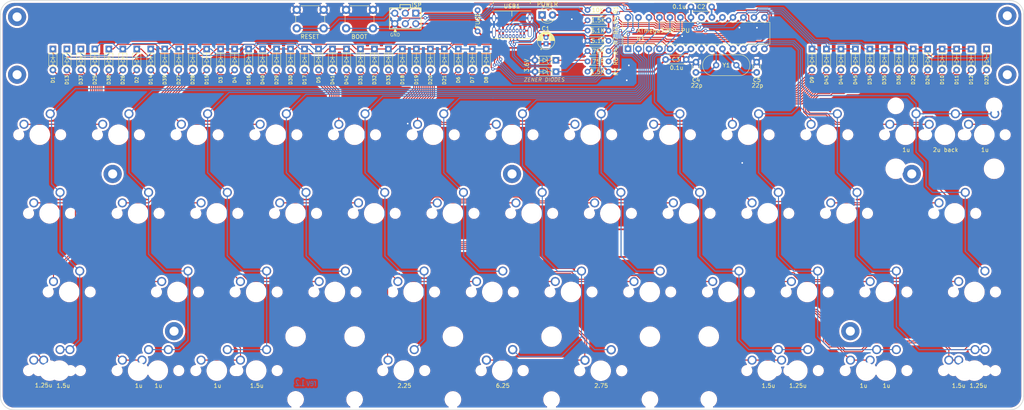
<source format=kicad_pcb>
(kicad_pcb (version 20171130) (host pcbnew "(5.1.9)-1")
  (layers (0 F.Cu signal hide) (31 B.Cu signal hide) (34 B.Paste user) (35 F.Paste user) (36 B.SilkS user) (37 F.SilkS user) (38 B.Mask user) (39 F.Mask user) (44 Edge.Cuts user))
  (net 0 "")
  (net 1 boot)
  (net 2 GND)
  (net 3 xtal1)
  (net 4 xtal2)
  (net 5 +5V)
  (net 6 row0)
  (net 7 "Net-(D1-Pad2)")
  (net 8 "Net-(D2-Pad2)")
  (net 9 "Net-(D3-Pad2)")
  (net 10 "Net-(D4-Pad2)")
  (net 11 "Net-(D5-Pad2)")
  (net 12 "Net-(D6-Pad2)")
  (net 13 "Net-(D7-Pad2)")
  (net 14 "Net-(D8-Pad2)")
  (net 15 "Net-(D9-Pad2)")
  (net 16 "Net-(D10-Pad2)")
  (net 17 "Net-(D11-Pad2)")
  (net 18 "Net-(D12-Pad2)")
  (net 19 row1)
  (net 20 "Net-(D13-Pad2)")
  (net 21 "Net-(D14-Pad2)")
  (net 22 "Net-(D15-Pad2)")
  (net 23 "Net-(D16-Pad2)")
  (net 24 "Net-(D17-Pad2)")
  (net 25 "Net-(D18-Pad2)")
  (net 26 "Net-(D19-Pad2)")
  (net 27 "Net-(D20-Pad2)")
  (net 28 "Net-(D21-Pad2)")
  (net 29 "Net-(D22-Pad2)")
  (net 30 "Net-(D23-Pad2)")
  (net 31 row2)
  (net 32 "Net-(D24-Pad2)")
  (net 33 "Net-(D25-Pad2)")
  (net 34 "Net-(D26-Pad2)")
  (net 35 "Net-(D27-Pad2)")
  (net 36 "Net-(D28-Pad2)")
  (net 37 "Net-(D29-Pad2)")
  (net 38 "Net-(D30-Pad2)")
  (net 39 "Net-(D31-Pad2)")
  (net 40 "Net-(D32-Pad2)")
  (net 41 "Net-(D33-Pad2)")
  (net 42 "Net-(D34-Pad2)")
  (net 43 row3)
  (net 44 "Net-(D35-Pad2)")
  (net 45 "Net-(D36-Pad2)")
  (net 46 "Net-(D38-Pad2)")
  (net 47 "Net-(D40-Pad2)")
  (net 48 "Net-(D41-Pad2)")
  (net 49 "Net-(D42-Pad2)")
  (net 50 "Net-(D43-Pad2)")
  (net 51 "Net-(D44-Pad2)")
  (net 52 "Net-(D46-Pad1)")
  (net 53 VCC)
  (net 54 sck)
  (net 55 reset)
  (net 56 "Net-(R3-Pad2)")
  (net 57 D-)
  (net 58 D+)
  (net 59 col0)
  (net 60 col1)
  (net 61 col2)
  (net 62 col3)
  (net 63 col4)
  (net 64 col5)
  (net 65 col6)
  (net 66 col7)
  (net 67 col8)
  (net 68 col9)
  (net 69 col10)
  (net 70 col11)
  (net 71 "Net-(U1-Pad21)")
  (net 72 "Net-(USB1-PadA8)")
  (net 73 "Net-(USB1-PadB8)")
  (net 74 "Net-(LED1-Pad1)")
  (net 75 "Net-(D37-Pad2)")
  (net 76 "Net-(D39-Pad2)")
  (net 77 "Net-(D45-Pad2)")
  (net 78 "Net-(D47-Pad1)")
  (net 79 "Net-(R7-Pad2)")
  (module MX_Only:MXOnly-2.75U-ReversedStabilizers-NoLED (layer F.Cu) (at 168.95625 132.905)
    (fp_text reference SW42)
    (fp_text value KEYSW)
    (pad 1 thru_hole circle (at 2.54 -5.08) (size 2.25 2.25) (drill 1.47) (layers *.Cu *.Mask) (net 65 col6))
    (pad "" np_thru_hole circle (at 0 0) (size 3.9878 3.9878) (drill 3.9878) (layers *.Cu *.Mask))
    (pad 2 thru_hole circle (at -3.81 -2.54) (size 2.25 2.25) (drill 1.47) (layers *.Cu *.Mask) (net 48 "Net-(D41-Pad2)"))
    (pad "" np_thru_hole circle (at -5.08 0 48.0996) (size 1.75 1.75) (drill 1.75) (layers *.Cu *.Mask))
    (pad "" np_thru_hole circle (at 5.08 0 48.0996) (size 1.75 1.75) (drill 1.75) (layers *.Cu *.Mask))
    (pad "" np_thru_hole circle (at -11.90625 6.985) (size 3.048 3.048) (drill 3.048) (layers *.Cu *.Mask))
    (pad "" np_thru_hole circle (at 11.90625 6.985) (size 3.048 3.048) (drill 3.048) (layers *.Cu *.Mask))
    (pad "" np_thru_hole circle (at -11.90625 -8.255) (size 3.9878 3.9878) (drill 3.9878) (layers *.Cu *.Mask))
    (pad "" np_thru_hole circle (at 11.90625 -8.255) (size 3.9878 3.9878) (drill 3.9878) (layers *.Cu *.Mask))
  )
  (module MX_Only:MXOnly-6.25U-ReversedStabilizers-NoLED (layer F.Cu) (at 145.10615 132.87375)
    (fp_text reference SW47)
    (fp_text value KEYSW)
    (pad 1 thru_hole circle (at 2.54 -5.08) (size 2.25 2.25) (drill 1.47) (layers *.Cu *.Mask) (net 65 col6))
    (pad "" np_thru_hole circle (at 0 0) (size 3.9878 3.9878) (drill 3.9878) (layers *.Cu *.Mask))
    (pad 2 thru_hole circle (at -3.81 -2.54) (size 2.25 2.25) (drill 1.47) (layers *.Cu *.Mask) (net 48 "Net-(D41-Pad2)"))
    (pad "" np_thru_hole circle (at -5.08 0 48.0996) (size 1.75 1.75) (drill 1.75) (layers *.Cu *.Mask))
    (pad "" np_thru_hole circle (at 5.08 0 48.0996) (size 1.75 1.75) (drill 1.75) (layers *.Cu *.Mask))
    (pad "" np_thru_hole circle (at -49.9999 6.985) (size 3.048 3.048) (drill 3.048) (layers *.Cu *.Mask))
    (pad "" np_thru_hole circle (at 49.9999 6.985) (size 3.048 3.048) (drill 3.048) (layers *.Cu *.Mask))
    (pad "" np_thru_hole circle (at -49.9999 -8.255) (size 3.9878 3.9878) (drill 3.9878) (layers *.Cu *.Mask))
    (pad "" np_thru_hole circle (at 49.9999 -8.255) (size 3.9878 3.9878) (drill 3.9878) (layers *.Cu *.Mask))
  )
  (module cftkb:rev_num (layer F.Cu) (at 189 123.5)
    (fp_text reference Ref** hide)
    (fp_text value Val** hide)
    (fp_poly (pts (xy -2.948238 -0.604848) (xy -2.856247 -0.569301) (xy -2.78351 -0.499703) (xy -2.726633 -0.393329) (xy -2.701114 -0.31895) (xy -2.682603 -0.233315) (xy -2.670214 -0.131467) (xy -2.667 -0.059658) (xy -2.667 0.084667) (xy -3.284197 0.084667) (xy -3.270085 0.153459) (xy -3.229957 0.279878) (xy -3.17003 0.375769) (xy -3.094304 0.438636) (xy -3.006778 0.465986) (xy -2.911449 0.455326) (xy -2.839238 0.422114) (xy -2.793094 0.396169) (xy -2.765455 0.384772) (xy -2.76273 0.385151) (xy -2.739378 0.42482) (xy -2.718241 0.476559) (xy -2.709333 0.515299) (xy -2.727874 0.54369) (xy -2.775755 0.577291) (xy -2.84137 0.610577) (xy -2.91311 0.638023) (xy -2.979366 0.654105) (xy -3.005338 0.656167) (xy -3.071217 0.646257) (xy -3.147474 0.621315) (xy -3.175524 0.608542) (xy -3.250226 0.557874) (xy -3.315945 0.492115) (xy -3.327761 0.47625) (xy -3.392744 0.349373) (xy -3.432159 0.202298) (xy -3.446632 0.044323) (xy -3.438679 -0.084666) (xy -3.284197 -0.084666) (xy -2.809756 -0.084666) (xy -2.823927 -0.173285) (xy -2.855995 -0.294124) (xy -2.907234 -0.380815) (xy -2.976036 -0.43138) (xy -3.044286 -0.4445) (xy -3.106356 -0.424764) (xy -3.166991 -0.370775) (xy -3.220138 -0.290361) (xy -3.259743 -0.19135) (xy -3.269349 -0.153458) (xy -3.284197 -0.084666) (xy -3.438679 -0.084666) (xy -3.436793 -0.115252) (xy -3.40327 -0.267128) (xy -3.346689 -0.402006) (xy -3.26768 -0.510586) (xy -3.260637 -0.517635) (xy -3.202261 -0.568497) (xy -3.14865 -0.595279) (xy -3.078965 -0.607616) (xy -3.06288 -0.609065) (xy -2.948238 -0.604848)) (layer F.Cu) (width 0.01))
    (fp_poly (pts (xy -0.188719 0.329383) (xy -0.161683 0.345382) (xy -0.118932 0.395005) (xy -0.094912 0.464847) (xy -0.095988 0.534639) (xy -0.099043 0.54481) (xy -0.136715 0.611374) (xy -0.187438 0.64855) (xy -0.242514 0.6514) (xy -0.266706 0.639968) (xy -0.311481 0.587141) (xy -0.330715 0.515385) (xy -0.324566 0.439417) (xy -0.293188 0.373949) (xy -0.263594 0.346656) (xy -0.222004 0.324737) (xy -0.188719 0.329383)) (layer F.Cu) (width 0.01))
    (fp_poly (pts (xy -3.500081 -0.534458) (xy -3.508786 -0.475674) (xy -3.51328 -0.433434) (xy -3.513434 -0.429154) (xy -3.531616 -0.412251) (xy -3.574644 -0.41542) (xy -3.65074 -0.41037) (xy -3.720166 -0.365388) (xy -3.77968 -0.282737) (xy -3.787794 -0.26673) (xy -3.803065 -0.231567) (xy -3.814296 -0.193715) (xy -3.822096 -0.146227) (xy -3.827073 -0.082154) (xy -3.829835 0.005451) (xy -3.830989 0.123536) (xy -3.831167 0.228933) (xy -3.831167 0.635) (xy -4.0005 0.635) (xy -4.0005 -0.592666) (xy -3.926417 -0.592666) (xy -3.879905 -0.590367) (xy -3.85858 -0.575553) (xy -3.85262 -0.536349) (xy -3.852333 -0.503086) (xy -3.852333 -0.413506) (xy -3.799013 -0.491974) (xy -3.742294 -0.561884) (xy -3.682726 -0.599536) (xy -3.605184 -0.613185) (xy -3.575789 -0.613833) (xy -3.486961 -0.613833) (xy -3.500081 -0.534458)) (layer F.Cu) (width 0.01))
    (fp_poly (pts (xy -1.832366 -0.239257) (xy -1.869669 -0.097564) (xy -1.909701 0.053464) (xy -1.94857 0.199207) (xy -1.982382 0.325046) (xy -1.994675 0.370417) (xy -2.06375 0.624417) (xy -2.151766 0.630831) (xy -2.209198 0.630555) (xy -2.24658 0.622119) (xy -2.251835 0.617742) (xy -2.260298 0.592876) (xy -2.278085 0.532584) (xy -2.303659 0.442355) (xy -2.335484 0.327677) (xy -2.372021 0.19404) (xy -2.411734 0.046935) (xy -2.41364 0.039828) (xy -2.453573 -0.108941) (xy -2.490326 -0.245606) (xy -2.522354 -0.364437) (xy -2.54811 -0.459708) (xy -2.566047 -0.525688) (xy -2.574621 -0.55665) (xy -2.574704 -0.556932) (xy -2.576475 -0.580576) (xy -2.556622 -0.590133) (xy -2.50567 -0.589397) (xy -2.495422 -0.588682) (xy -2.404829 -0.582083) (xy -2.291874 -0.127) (xy -2.258388 0.007169) (xy -2.22774 0.128569) (xy -2.201574 0.230794) (xy -2.181536 0.307441) (xy -2.169271 0.352106) (xy -2.166816 0.359834) (xy -2.158663 0.349312) (xy -2.142229 0.302791) (xy -2.119019 0.225459) (xy -2.090542 0.122503) (xy -2.058302 -0.00089) (xy -2.034648 -0.09525) (xy -1.914584 -0.582083) (xy -1.826857 -0.588507) (xy -1.739131 -0.594931) (xy -1.832366 -0.239257)) (layer F.Cu) (width 0.01))
    (fp_poly (pts (xy -0.783167 0.4445) (xy -0.526733 0.4445) (xy -0.533241 0.534459) (xy -0.53975 0.624417) (xy -0.883708 0.630233) (xy -1.227667 0.636049) (xy -1.227667 0.4445) (xy -0.9525 0.4445) (xy -0.9525 -0.6985) (xy -1.164167 -0.6985) (xy -1.164167 -0.769677) (xy -1.161279 -0.808399) (xy -1.147046 -0.836752) (xy -1.113117 -0.863256) (xy -1.051139 -0.896431) (xy -1.029278 -0.907261) (xy -0.953249 -0.940893) (xy -0.884529 -0.964781) (xy -0.838778 -0.973666) (xy -0.783167 -0.973666) (xy -0.783167 0.4445)) (layer F.Cu) (width 0.01))
    (fp_poly (pts (xy 0.534244 -0.982567) (xy 0.62759 -0.940221) (xy 0.704782 -0.860517) (xy 0.737632 -0.807892) (xy 0.786512 -0.687586) (xy 0.804557 -0.557125) (xy 0.791116 -0.413966) (xy 0.745535 -0.255564) (xy 0.667165 -0.079378) (xy 0.555353 0.117138) (xy 0.46511 0.255981) (xy 0.34193 0.437878) (xy 0.87039 0.41752) (xy 0.86382 0.520968) (xy 0.85725 0.624417) (xy 0.470958 0.630186) (xy 0.084667 0.635955) (xy 0.084667 0.560794) (xy 0.089281 0.524121) (xy 0.105451 0.480325) (xy 0.136665 0.423154) (xy 0.186414 0.346357) (xy 0.258187 0.243683) (xy 0.274154 0.221358) (xy 0.402528 0.034511) (xy 0.501023 -0.127464) (xy 0.57101 -0.268251) (xy 0.613859 -0.391538) (xy 0.63094 -0.501011) (xy 0.623623 -0.600355) (xy 0.604338 -0.666846) (xy 0.565681 -0.744048) (xy 0.516478 -0.786889) (xy 0.445704 -0.803337) (xy 0.414118 -0.804333) (xy 0.361971 -0.797644) (xy 0.314531 -0.772456) (xy 0.257874 -0.721089) (xy 0.251676 -0.714744) (xy 0.164732 -0.625154) (xy 0.115476 -0.686928) (xy 0.066219 -0.748701) (xy 0.108669 -0.808316) (xy 0.200884 -0.907407) (xy 0.309743 -0.967948) (xy 0.420111 -0.990214) (xy 0.534244 -0.982567)) (layer F.Cu) (width 0.01))
  )
  (module cftkb:author_footprint (layer F.Cu) (at 188 119.5)
    (fp_text reference Ref** hide)
    (fp_text value Val** hide)
  )
  (module cftkb:author_footprint (layer B.Cu) (at 97 132 180)
    (fp_text reference Ref** hide)
    (fp_text value Val** hide)
  )
  (module cftkb:rev_num (layer B.Cu) (at 96 136 180)
    (fp_text reference Ref** hide)
    (fp_text value Val** hide)
    (fp_poly (pts (xy -2.948238 0.604848) (xy -2.856247 0.569301) (xy -2.78351 0.499703) (xy -2.726633 0.393329) (xy -2.701114 0.31895) (xy -2.682603 0.233315) (xy -2.670214 0.131467) (xy -2.667 0.059658) (xy -2.667 -0.084667) (xy -3.284197 -0.084667) (xy -3.270085 -0.153459) (xy -3.229957 -0.279878) (xy -3.17003 -0.375769) (xy -3.094304 -0.438636) (xy -3.006778 -0.465986) (xy -2.911449 -0.455326) (xy -2.839238 -0.422114) (xy -2.793094 -0.396169) (xy -2.765455 -0.384772) (xy -2.76273 -0.385151) (xy -2.739378 -0.42482) (xy -2.718241 -0.476559) (xy -2.709333 -0.515299) (xy -2.727874 -0.54369) (xy -2.775755 -0.577291) (xy -2.84137 -0.610577) (xy -2.91311 -0.638023) (xy -2.979366 -0.654105) (xy -3.005338 -0.656167) (xy -3.071217 -0.646257) (xy -3.147474 -0.621315) (xy -3.175524 -0.608542) (xy -3.250226 -0.557874) (xy -3.315945 -0.492115) (xy -3.327761 -0.47625) (xy -3.392744 -0.349373) (xy -3.432159 -0.202298) (xy -3.446632 -0.044323) (xy -3.438679 0.084666) (xy -3.284197 0.084666) (xy -2.809756 0.084666) (xy -2.823927 0.173285) (xy -2.855995 0.294124) (xy -2.907234 0.380815) (xy -2.976036 0.43138) (xy -3.044286 0.4445) (xy -3.106356 0.424764) (xy -3.166991 0.370775) (xy -3.220138 0.290361) (xy -3.259743 0.19135) (xy -3.269349 0.153458) (xy -3.284197 0.084666) (xy -3.438679 0.084666) (xy -3.436793 0.115252) (xy -3.40327 0.267128) (xy -3.346689 0.402006) (xy -3.26768 0.510586) (xy -3.260637 0.517635) (xy -3.202261 0.568497) (xy -3.14865 0.595279) (xy -3.078965 0.607616) (xy -3.06288 0.609065) (xy -2.948238 0.604848)) (layer B.Cu) (width 0.01))
    (fp_poly (pts (xy -0.188719 -0.329383) (xy -0.161683 -0.345382) (xy -0.118932 -0.395005) (xy -0.094912 -0.464847) (xy -0.095988 -0.534639) (xy -0.099043 -0.54481) (xy -0.136715 -0.611374) (xy -0.187438 -0.64855) (xy -0.242514 -0.6514) (xy -0.266706 -0.639968) (xy -0.311481 -0.587141) (xy -0.330715 -0.515385) (xy -0.324566 -0.439417) (xy -0.293188 -0.373949) (xy -0.263594 -0.346656) (xy -0.222004 -0.324737) (xy -0.188719 -0.329383)) (layer B.Cu) (width 0.01))
    (fp_poly (pts (xy -3.500081 0.534458) (xy -3.508786 0.475674) (xy -3.51328 0.433434) (xy -3.513434 0.429154) (xy -3.531616 0.412251) (xy -3.574644 0.41542) (xy -3.65074 0.41037) (xy -3.720166 0.365388) (xy -3.77968 0.282737) (xy -3.787794 0.26673) (xy -3.803065 0.231567) (xy -3.814296 0.193715) (xy -3.822096 0.146227) (xy -3.827073 0.082154) (xy -3.829835 -0.005451) (xy -3.830989 -0.123536) (xy -3.831167 -0.228933) (xy -3.831167 -0.635) (xy -4.0005 -0.635) (xy -4.0005 0.592666) (xy -3.926417 0.592666) (xy -3.879905 0.590367) (xy -3.85858 0.575553) (xy -3.85262 0.536349) (xy -3.852333 0.503086) (xy -3.852333 0.413506) (xy -3.799013 0.491974) (xy -3.742294 0.561884) (xy -3.682726 0.599536) (xy -3.605184 0.613185) (xy -3.575789 0.613833) (xy -3.486961 0.613833) (xy -3.500081 0.534458)) (layer B.Cu) (width 0.01))
    (fp_poly (pts (xy -1.832366 0.239257) (xy -1.869669 0.097564) (xy -1.909701 -0.053464) (xy -1.94857 -0.199207) (xy -1.982382 -0.325046) (xy -1.994675 -0.370417) (xy -2.06375 -0.624417) (xy -2.151766 -0.630831) (xy -2.209198 -0.630555) (xy -2.24658 -0.622119) (xy -2.251835 -0.617742) (xy -2.260298 -0.592876) (xy -2.278085 -0.532584) (xy -2.303659 -0.442355) (xy -2.335484 -0.327677) (xy -2.372021 -0.19404) (xy -2.411734 -0.046935) (xy -2.41364 -0.039828) (xy -2.453573 0.108941) (xy -2.490326 0.245606) (xy -2.522354 0.364437) (xy -2.54811 0.459708) (xy -2.566047 0.525688) (xy -2.574621 0.55665) (xy -2.574704 0.556932) (xy -2.576475 0.580576) (xy -2.556622 0.590133) (xy -2.50567 0.589397) (xy -2.495422 0.588682) (xy -2.404829 0.582083) (xy -2.291874 0.127) (xy -2.258388 -0.007169) (xy -2.22774 -0.128569) (xy -2.201574 -0.230794) (xy -2.181536 -0.307441) (xy -2.169271 -0.352106) (xy -2.166816 -0.359834) (xy -2.158663 -0.349312) (xy -2.142229 -0.302791) (xy -2.119019 -0.225459) (xy -2.090542 -0.122503) (xy -2.058302 0.00089) (xy -2.034648 0.09525) (xy -1.914584 0.582083) (xy -1.826857 0.588507) (xy -1.739131 0.594931) (xy -1.832366 0.239257)) (layer B.Cu) (width 0.01))
    (fp_poly (pts (xy -0.783167 -0.4445) (xy -0.526733 -0.4445) (xy -0.533241 -0.534459) (xy -0.53975 -0.624417) (xy -0.883708 -0.630233) (xy -1.227667 -0.636049) (xy -1.227667 -0.4445) (xy -0.9525 -0.4445) (xy -0.9525 0.6985) (xy -1.164167 0.6985) (xy -1.164167 0.769677) (xy -1.161279 0.808399) (xy -1.147046 0.836752) (xy -1.113117 0.863256) (xy -1.051139 0.896431) (xy -1.029278 0.907261) (xy -0.953249 0.940893) (xy -0.884529 0.964781) (xy -0.838778 0.973666) (xy -0.783167 0.973666) (xy -0.783167 -0.4445)) (layer B.Cu) (width 0.01))
    (fp_poly (pts (xy 0.534244 0.982567) (xy 0.62759 0.940221) (xy 0.704782 0.860517) (xy 0.737632 0.807892) (xy 0.786512 0.687586) (xy 0.804557 0.557125) (xy 0.791116 0.413966) (xy 0.745535 0.255564) (xy 0.667165 0.079378) (xy 0.555353 -0.117138) (xy 0.46511 -0.255981) (xy 0.34193 -0.437878) (xy 0.87039 -0.41752) (xy 0.86382 -0.520968) (xy 0.85725 -0.624417) (xy 0.470958 -0.630186) (xy 0.084667 -0.635955) (xy 0.084667 -0.560794) (xy 0.089281 -0.524121) (xy 0.105451 -0.480325) (xy 0.136665 -0.423154) (xy 0.186414 -0.346357) (xy 0.258187 -0.243683) (xy 0.274154 -0.221358) (xy 0.402528 -0.034511) (xy 0.501023 0.127464) (xy 0.57101 0.268251) (xy 0.613859 0.391538) (xy 0.63094 0.501011) (xy 0.623623 0.600355) (xy 0.604338 0.666846) (xy 0.565681 0.744048) (xy 0.516478 0.786889) (xy 0.445704 0.803337) (xy 0.414118 0.804333) (xy 0.361971 0.797644) (xy 0.314531 0.772456) (xy 0.257874 0.721089) (xy 0.251676 0.714744) (xy 0.164732 0.625154) (xy 0.115476 0.686928) (xy 0.066219 0.748701) (xy 0.108669 0.808316) (xy 0.200884 0.907407) (xy 0.309743 0.967948) (xy 0.420111 0.990214) (xy 0.534244 0.982567)) (layer B.Cu) (width 0.01))
  )
  (module logos:ROMEO_SMALL_COPPER (layer F.Cu) (at 176.10375 101.80745)
    (fp_text reference G*** hide)
    (fp_text value LOGO hide)
    (fp_line (start -11.14 3.52) (end 11.16 3.52) (layer F.Cu) (width 0.4))
    (fp_line (start -11.14 -3.16) (end 11.16 -3.16) (layer F.Cu) (width 0.4))
    (fp_poly (pts (xy 5.195948 -0.951277) (xy 5.186467 -0.836527) (xy 4.752994 -0.828087) (xy 4.31952 -0.819647) (xy 4.31952 -0.152096) (xy 5.08 -0.152096) (xy 5.08 0.060838) (xy 4.31952 0.060838) (xy 4.31952 0.821317) (xy 4.758548 0.821317) (xy 4.93062 0.821823) (xy 5.051486 0.824193) (xy 5.130774 0.829705) (xy 5.178115 0.839638) (xy 5.203137 0.855269) (xy 5.215469 0.877876) (xy 5.216886 0.882155) (xy 5.224107 0.963059) (xy 5.216886 1.003832) (xy 5.207124 1.025254) (xy 5.18781 1.040959) (xy 5.150499 1.05183) (xy 5.086746 1.058753) (xy 4.988109 1.062611) (xy 4.846142 1.064288) (xy 4.652402 1.064669) (xy 4.635917 1.06467) (xy 4.424171 1.063579) (xy 4.26708 1.060034) (xy 4.158493 1.053627) (xy 4.092261 1.04395) (xy 4.062234 1.030594) (xy 4.059584 1.02643) (xy 4.056315 0.987822) (xy 4.053773 0.895773) (xy 4.052003 0.757675) (xy 4.051053 0.58092) (xy 4.050968 0.372902) (xy 4.051794 0.141013) (xy 4.052934 -0.030636) (xy 4.060958 -1.049461) (xy 5.20543 -1.066027) (xy 5.195948 -0.951277)) (layer F.Cu) (width 0.01))
    (fp_poly (pts (xy -0.855172 -1.059571) (xy -0.758812 -1.039131) (xy -0.703876 -1.011437) (xy -0.674067 -0.967261) (xy -0.625768 -0.87167) (xy -0.561498 -0.730348) (xy -0.483777 -0.548977) (xy -0.395123 -0.333238) (xy -0.32298 -0.152316) (xy -0.230233 0.082197) (xy -0.156752 0.265307) (xy -0.099952 0.402389) (xy -0.057247 0.498819) (xy -0.026052 0.559972) (xy -0.003782 0.591224) (xy 0.012149 0.59795) (xy 0.024325 0.585525) (xy 0.028135 0.577744) (xy 0.04862 0.529533) (xy 0.088699 0.433553) (xy 0.144849 0.298308) (xy 0.213542 0.132303) (xy 0.291255 -0.055959) (xy 0.359387 -0.221344) (xy 0.442458 -0.420707) (xy 0.520654 -0.60376) (xy 0.590272 -0.762195) (xy 0.647611 -0.887704) (xy 0.688967 -0.97198) (xy 0.70848 -1.004637) (xy 0.7598 -1.043396) (xy 0.839117 -1.061489) (xy 0.921402 -1.064671) (xy 1.019698 -1.058161) (xy 1.094874 -1.0415) (xy 1.119425 -1.028168) (xy 1.130091 -0.999796) (xy 1.1387 -0.935364) (xy 1.145394 -0.830661) (xy 1.150319 -0.681481) (xy 1.153619 -0.483615) (xy 1.155438 -0.232855) (xy 1.155928 0.036503) (xy 1.155928 1.06467) (xy 0.883022 1.06467) (xy 0.874984 0.11804) (xy 0.866946 -0.828591) (xy 0.551327 -0.041661) (xy 0.4395 0.23741) (xy 0.347989 0.465315) (xy 0.274112 0.647212) (xy 0.215184 0.78826) (xy 0.168524 0.893616) (xy 0.131449 0.968439) (xy 0.101276 1.017887) (xy 0.075322 1.047117) (xy 0.050904 1.061288) (xy 0.025339 1.065558) (xy -0.004054 1.065085) (xy -0.024094 1.06467) (xy -0.142793 1.06467) (xy -0.395548 0.418263) (xy -0.47674 0.210902) (xy -0.558405 0.002841) (xy -0.635249 -0.19247) (xy -0.701979 -0.361583) (xy -0.753302 -0.491048) (xy -0.763697 -0.517126) (xy -0.87909 -0.806108) (xy -0.882156 1.06467) (xy -1.155929 1.06467) (xy -1.155929 0.036503) (xy -1.1553 -0.264569) (xy -1.153318 -0.509022) (xy -1.149839 -0.701066) (xy -1.144717 -0.844908) (xy -1.137809 -0.944758) (xy -1.128971 -1.004822) (xy -1.119426 -1.028168) (xy -1.05866 -1.055023) (xy -0.962849 -1.06518) (xy -0.855172 -1.059571)) (layer F.Cu) (width 0.01))
    (fp_poly (pts (xy -9.476171 -1.062138) (xy -9.367227 -1.059301) (xy -9.193422 -1.053102) (xy -9.067245 -1.044675) (xy -8.975484 -1.03205) (xy -8.904931 -1.013257) (xy -8.842373 -0.986327) (xy -8.827969 -0.978903) (xy -8.693671 -0.877675) (xy -8.604044 -0.746717) (xy -8.558735 -0.597217) (xy -8.557393 -0.440363) (xy -8.599667 -0.287343) (xy -8.685203 -0.149346) (xy -8.813652 -0.037559) (xy -8.858368 -0.011905) (xy -8.946986 0.033921) (xy -8.868054 0.096009) (xy -8.807291 0.160509) (xy -8.743288 0.2532) (xy -8.716947 0.300526) (xy -8.668701 0.401769) (xy -8.613631 0.526646) (xy -8.557182 0.661562) (xy -8.5048 0.792922) (xy -8.461929 0.907133) (xy -8.434016 0.9906) (xy -8.426108 1.026619) (xy -8.444732 1.052378) (xy -8.507103 1.060906) (xy -8.568587 1.058732) (xy -8.711066 1.049461) (xy -8.855828 0.684431) (xy -8.940161 0.484292) (xy -9.016356 0.336113) (xy -9.09103 0.232831) (xy -9.1708 0.167383) (xy -9.262284 0.132708) (xy -9.372097 0.121742) (xy -9.383073 0.121676) (xy -9.550033 0.121676) (xy -9.55843 0.585569) (xy -9.566827 1.049461) (xy -9.689607 1.058497) (xy -9.772241 1.059283) (xy -9.826946 1.050118) (xy -9.834098 1.045822) (xy -9.839333 1.011217) (xy -9.844114 0.923111) (xy -9.848283 0.788842) (xy -9.851685 0.615748) (xy -9.854162 0.411165) (xy -9.855556 0.18243) (xy -9.855809 0.031163) (xy -9.85527 -0.257128) (xy -9.853519 -0.489967) (xy -9.850349 -0.672731) (xy -9.845556 -0.810797) (xy -9.844851 -0.821318) (xy -9.551617 -0.821318) (xy -9.551617 -0.121677) (xy -9.352916 -0.121677) (xy -9.230188 -0.128457) (xy -9.116031 -0.146024) (xy -9.050744 -0.164909) (xy -8.945687 -0.238205) (xy -8.880283 -0.344241) (xy -8.856601 -0.467919) (xy -8.876712 -0.594139) (xy -8.942683 -0.7078) (xy -8.972255 -0.737665) (xy -9.025152 -0.780056) (xy -9.078233 -0.805111) (xy -9.149511 -0.81731) (xy -9.257003 -0.821131) (xy -9.308744 -0.821318) (xy -9.551617 -0.821318) (xy -9.844851 -0.821318) (xy -9.838935 -0.909544) (xy -9.830281 -0.974348) (xy -9.81939 -1.010588) (xy -9.81591 -1.016351) (xy -9.794009 -1.038407) (xy -9.759532 -1.053013) (xy -9.702032 -1.061171) (xy -9.61106 -1.063879) (xy -9.476171 -1.062138)) (layer F.Cu) (width 0.01))
    (fp_poly (pts (xy 9.034397 -1.078987) (xy 9.254356 -1.020482) (xy 9.438346 -0.914003) (xy 9.584868 -0.760368) (xy 9.675868 -0.600081) (xy 9.725287 -0.441121) (xy 9.755323 -0.243848) (xy 9.765461 -0.027787) (xy 9.755186 0.187538) (xy 9.723982 0.3826) (xy 9.703753 0.45616) (xy 9.607022 0.677737) (xy 9.474492 0.850357) (xy 9.305034 0.974867) (xy 9.097515 1.052114) (xy 8.868368 1.082322) (xy 8.733558 1.083384) (xy 8.605499 1.076777) (xy 8.50972 1.063906) (xy 8.502155 1.062145) (xy 8.308908 0.984541) (xy 8.149112 0.858031) (xy 8.024595 0.685682) (xy 7.937185 0.470563) (xy 7.888711 0.215741) (xy 7.878923 0.016423) (xy 7.884347 -0.057533) (xy 8.187763 -0.057533) (xy 8.190255 0.189873) (xy 8.220993 0.389804) (xy 8.281906 0.549635) (xy 8.374923 0.676744) (xy 8.381456 0.68338) (xy 8.523357 0.784314) (xy 8.694608 0.840754) (xy 8.879966 0.84959) (xy 9.037556 0.817238) (xy 9.17772 0.740748) (xy 9.301661 0.615629) (xy 9.397584 0.453927) (xy 9.40106 0.445965) (xy 9.433862 0.357094) (xy 9.453993 0.264145) (xy 9.464068 0.148607) (xy 9.466704 -0.008032) (xy 9.466684 -0.018495) (xy 9.454044 -0.252699) (xy 9.415625 -0.440107) (xy 9.348668 -0.590239) (xy 9.271775 -0.690892) (xy 9.150666 -0.778987) (xy 8.996467 -0.832494) (xy 8.826889 -0.850295) (xy 8.659645 -0.831273) (xy 8.512447 -0.77431) (xy 8.464598 -0.741809) (xy 8.345997 -0.622369) (xy 8.26298 -0.476178) (xy 8.211641 -0.293574) (xy 8.18807 -0.064896) (xy 8.187763 -0.057533) (xy 7.884347 -0.057533) (xy 7.90032 -0.275313) (xy 7.963202 -0.523714) (xy 8.066992 -0.728071) (xy 8.211113 -0.887677) (xy 8.394989 -1.001825) (xy 8.618043 -1.069808) (xy 8.779971 -1.088701) (xy 9.034397 -1.078987)) (layer F.Cu) (width 0.01))
    (fp_poly (pts (xy -4.691691 -1.086186) (xy -4.496595 -1.045843) (xy -4.330318 -0.964432) (xy -4.198985 -0.855775) (xy -4.099027 -0.7422) (xy -4.027107 -0.62368) (xy -3.979399 -0.487755) (xy -3.952077 -0.321967) (xy -3.941313 -0.113858) (xy -3.94079 -0.01521) (xy -3.943507 0.156425) (xy -3.951395 0.283598) (xy -3.966532 0.382608) (xy -3.990993 0.469753) (xy -4.008616 0.517125) (xy -4.117971 0.726732) (xy -4.261364 0.88699) (xy -4.440966 0.999366) (xy -4.658948 1.065329) (xy -4.848564 1.085213) (xy -5.043252 1.082351) (xy -5.200458 1.059265) (xy -5.234861 1.049605) (xy -5.394476 0.971632) (xy -5.543915 0.850903) (xy -5.664092 0.704846) (xy -5.714525 0.611586) (xy -5.770947 0.429114) (xy -5.803648 0.212021) (xy -5.811077 0.017181) (xy -5.522316 0.017181) (xy -5.506085 0.224193) (xy -5.463553 0.41577) (xy -5.397919 0.57799) (xy -5.312383 0.696931) (xy -5.302871 0.705897) (xy -5.167192 0.791023) (xy -5.000732 0.838659) (xy -4.82239 0.84643) (xy -4.651064 0.811965) (xy -4.604972 0.793541) (xy -4.455188 0.693091) (xy -4.342947 0.545125) (xy -4.268512 0.350203) (xy -4.232142 0.108885) (xy -4.228264 -0.014523) (xy -4.246751 -0.274245) (xy -4.302149 -0.485807) (xy -4.39436 -0.649097) (xy -4.523287 -0.764003) (xy -4.688834 -0.830415) (xy -4.890904 -0.84822) (xy -4.948649 -0.844937) (xy -5.129575 -0.804094) (xy -5.27618 -0.714041) (xy -5.388986 -0.574166) (xy -5.468519 -0.383859) (xy -5.509047 -0.191345) (xy -5.522316 0.017181) (xy -5.811077 0.017181) (xy -5.812498 -0.020083) (xy -5.797364 -0.24759) (xy -5.758117 -0.450893) (xy -5.722313 -0.554565) (xy -5.606069 -0.755676) (xy -5.450309 -0.910953) (xy -5.256957 -1.019104) (xy -5.027937 -1.078838) (xy -4.926365 -1.088909) (xy -4.691691 -1.086186)) (layer F.Cu) (width 0.01))
    (fp_arc (start -11.14 0.18) (end -11.14 -3.16) (angle -180) (layer F.Cu) (width 0.4))
    (fp_arc (start 11.16 0.18) (end 11.16 3.52) (angle -180) (layer F.Cu) (width 0.4))
  )
  (module logos:ROMEO_20MM_MASK (layer B.Cu) (at 188 133.5 180)
    (fp_text reference G*** hide)
    (fp_text value LOGO hide)
  )
  (module cftkb:MountingHole_2.2mm_M2_Pad (layer F.Cu) (at 267.353749 46.896249)
    (fp_text reference REF**)
    (fp_text value MountingHole_2.2mm_M2_Pad)
    (pad 1 thru_hole circle (at 0 0) (size 4.4 4.4) (drill 2.2) (layers *.Cu *.Mask))
  )
  (module cftkb:MountingHole_2.2mm_M2_Pad (layer F.Cu) (at 244.22655 85.22125)
    (fp_text reference REF**)
    (fp_text value MountingHole_2.2mm_M2_Pad)
    (pad 1 thru_hole circle (at 0 0) (size 4.4 4.4) (drill 2.2) (layers *.Cu *.Mask))
  )
  (module cftkb:MountingHole_2.2mm_M2_Pad (layer F.Cu) (at 267.353749 61.17125)
    (fp_text reference REF**)
    (fp_text value MountingHole_2.2mm_M2_Pad)
    (pad 1 thru_hole circle (at 0 0) (size 4.4 4.4) (drill 2.2) (layers *.Cu *.Mask))
  )
  (module cftkb:MountingHole_2.2mm_M2_Pad (layer F.Cu) (at 229.36755 123.32125)
    (fp_text reference REF**)
    (fp_text value MountingHole_2.2mm_M2_Pad)
    (pad 1 thru_hole circle (at 0 0) (size 4.4 4.4) (drill 2.2) (layers *.Cu *.Mask))
  )
  (module cftkb:MountingHole_2.2mm_M2_Pad (layer F.Cu) (at 50.83095 85.22125)
    (fp_text reference REF**)
    (fp_text value MountingHole_2.2mm_M2_Pad)
    (pad 1 thru_hole circle (at 0 0) (size 4.4 4.4) (drill 2.2) (layers *.Cu *.Mask))
  )
  (module cftkb:MountingHole_2.2mm_M2_Pad (layer F.Cu) (at 27.703751 47.17125)
    (fp_text reference REF**)
    (fp_text value MountingHole_2.2mm_M2_Pad)
    (pad 1 thru_hole circle (at 0 0) (size 4.4 4.4) (drill 2.2) (layers *.Cu *.Mask))
  )
  (module cftkb:MountingHole_2.2mm_M2_Pad (layer F.Cu) (at 27.703751 61.17125)
    (fp_text reference REF**)
    (fp_text value MountingHole_2.2mm_M2_Pad)
    (pad 1 thru_hole circle (at 0 0) (size 4.4 4.4) (drill 2.2) (layers *.Cu *.Mask))
  )
  (module "logos:TOPY 4MM MASK" (layer F.Cu) (at 27.699372 54.033892)
    (fp_text reference G*** hide)
    (fp_text value LOGO hide)
  )
  (module cftkb:MountingHole_2.2mm_M2_Pad (layer F.Cu) (at 65.68995 123.32125)
    (fp_text reference REF**)
    (fp_text value MountingHole_2.2mm_M2_Pad)
    (pad 1 thru_hole circle (at 0 0) (size 4.4 4.4) (drill 2.2) (layers *.Cu *.Mask))
  )
  (module "logos:TOPY 4MM MASK" (layer F.Cu) (at 267.34937 54.033892)
    (fp_text reference G*** hide)
    (fp_text value LOGO hide)
  )
  (module cftkb:MountingHole_2.2mm_M2_Pad (layer F.Cu) (at 147.491249 85.22125)
    (fp_text reference REF**)
    (fp_text value MountingHole_2.2mm_M2_Pad)
    (pad 1 thru_hole circle (at 0 0) (size 4.4 4.4) (drill 2.2) (layers *.Cu *.Mask))
  )
  (module cftkb:SW_Cherry_MX1A_1.00u_PCB-NOSCREEN (layer F.Cu) (at 78.58125 127.79375)
    (fp_text reference SW53)
    (fp_text value KEYSW)
    (pad 1 thru_hole circle (at 0 0) (size 2.2 2.2) (drill 1.5) (layers *.Cu *.Mask) (net 61 col2))
    (pad 2 thru_hole circle (at -6.35 2.54) (size 2.2 2.2) (drill 1.5) (layers *.Cu *.Mask) (net 76 "Net-(D39-Pad2)"))
    (pad "" np_thru_hole circle (at -2.54 5.08) (size 4 4) (drill 4) (layers *.Cu *.Mask))
    (pad "" np_thru_hole circle (at -7.62 5.08) (size 1.7 1.7) (drill 1.7) (layers *.Cu *.Mask))
    (pad "" np_thru_hole circle (at 2.54 5.08) (size 1.7 1.7) (drill 1.7) (layers *.Cu *.Mask))
  )
  (module cftkb:SW_Cherry_MX1A_1.00u_PCB-NOSCREEN (layer F.Cu) (at 59.53125 127.79375)
    (fp_text reference SW52)
    (fp_text value KEYSW)
    (pad 1 thru_hole circle (at 0 0) (size 2.2 2.2) (drill 1.5) (layers *.Cu *.Mask) (net 60 col1))
    (pad 2 thru_hole circle (at -6.35 2.54) (size 2.2 2.2) (drill 1.5) (layers *.Cu *.Mask) (net 46 "Net-(D38-Pad2)"))
    (pad "" np_thru_hole circle (at -2.54 5.08) (size 4 4) (drill 4) (layers *.Cu *.Mask))
    (pad "" np_thru_hole circle (at -7.62 5.08) (size 1.7 1.7) (drill 1.7) (layers *.Cu *.Mask))
    (pad "" np_thru_hole circle (at 2.54 5.08) (size 1.7 1.7) (drill 1.7) (layers *.Cu *.Mask))
  )
  (module cftkb:SW_Cherry_MX1A_1.25u_PCBNOSCREEN (layer F.Cu) (at 38.1 127.79375)
    (fp_text reference SW51)
    (fp_text value KEYSW)
    (pad 1 thru_hole circle (at 0 0) (size 2.2 2.2) (drill 1.5) (layers *.Cu *.Mask) (net 59 col0))
    (pad 2 thru_hole circle (at -6.35 2.54) (size 2.2 2.2) (drill 1.5) (layers *.Cu *.Mask) (net 75 "Net-(D37-Pad2)"))
    (pad "" np_thru_hole circle (at -2.54 5.08) (size 4 4) (drill 4) (layers *.Cu *.Mask))
    (pad "" np_thru_hole circle (at -7.62 5.08) (size 1.7 1.7) (drill 1.7) (layers *.Cu *.Mask))
    (pad "" np_thru_hole circle (at 2.54 5.08) (size 1.7 1.7) (drill 1.7) (layers *.Cu *.Mask))
  )
  (module cftkb:SW_Cherry_MX1A_1.25u_PCBNOSCREEN (layer F.Cu) (at 261.9375 127.79375)
    (fp_text reference SW50)
    (fp_text value KEYSW)
    (pad 1 thru_hole circle (at 0 0) (size 2.2 2.2) (drill 1.5) (layers *.Cu *.Mask) (net 69 col10))
    (pad 2 thru_hole circle (at -6.35 2.54) (size 2.2 2.2) (drill 1.5) (layers *.Cu *.Mask) (net 51 "Net-(D44-Pad2)"))
    (pad "" np_thru_hole circle (at -2.54 5.08) (size 4 4) (drill 4) (layers *.Cu *.Mask))
    (pad "" np_thru_hole circle (at -7.62 5.08) (size 1.7 1.7) (drill 1.7) (layers *.Cu *.Mask))
    (pad "" np_thru_hole circle (at 2.54 5.08) (size 1.7 1.7) (drill 1.7) (layers *.Cu *.Mask))
  )
  (module cftkb:SW_Cherry_MX1A_1.00u_PCB-NOSCREEN (layer F.Cu) (at 240.50625 127.79375)
    (fp_text reference SW49)
    (fp_text value KEYSW)
    (pad 1 thru_hole circle (at 0 0) (size 2.2 2.2) (drill 1.5) (layers *.Cu *.Mask) (net 68 col9))
    (pad 2 thru_hole circle (at -6.35 2.54) (size 2.2 2.2) (drill 1.5) (layers *.Cu *.Mask) (net 50 "Net-(D43-Pad2)"))
    (pad "" np_thru_hole circle (at -2.54 5.08) (size 4 4) (drill 4) (layers *.Cu *.Mask))
    (pad "" np_thru_hole circle (at -7.62 5.08) (size 1.7 1.7) (drill 1.7) (layers *.Cu *.Mask))
    (pad "" np_thru_hole circle (at 2.54 5.08) (size 1.7 1.7) (drill 1.7) (layers *.Cu *.Mask))
  )
  (module cftkb:SW_Cherry_MX1A_1.25u_PCBNOSCREEN (layer F.Cu) (at 219.075 127.79375)
    (fp_text reference SW48)
    (fp_text value KEYSW)
    (pad 1 thru_hole circle (at 0 0) (size 2.2 2.2) (drill 1.5) (layers *.Cu *.Mask) (net 67 col8))
    (pad 2 thru_hole circle (at -6.35 2.54) (size 2.2 2.2) (drill 1.5) (layers *.Cu *.Mask) (net 49 "Net-(D42-Pad2)"))
    (pad "" np_thru_hole circle (at -2.54 5.08) (size 4 4) (drill 4) (layers *.Cu *.Mask))
    (pad "" np_thru_hole circle (at -7.62 5.08) (size 1.7 1.7) (drill 1.7) (layers *.Cu *.Mask))
    (pad "" np_thru_hole circle (at 2.54 5.08) (size 1.7 1.7) (drill 1.7) (layers *.Cu *.Mask))
  )
  (module cftkb:SW_Cherry_MX1A_1.00u_PCB-NOSCREEN (layer F.Cu) (at 264.31875 70.64375)
    (fp_text reference SW46)
    (fp_text value KEYSW)
    (pad 1 thru_hole circle (at 0 0) (size 2.2 2.2) (drill 1.5) (layers *.Cu *.Mask) (net 70 col11))
    (pad 2 thru_hole circle (at -6.35 2.54) (size 2.2 2.2) (drill 1.5) (layers *.Cu *.Mask) (net 77 "Net-(D45-Pad2)"))
    (pad "" np_thru_hole circle (at -2.54 5.08) (size 4 4) (drill 4) (layers *.Cu *.Mask))
    (pad "" np_thru_hole circle (at -7.62 5.08) (size 1.7 1.7) (drill 1.7) (layers *.Cu *.Mask))
    (pad "" np_thru_hole circle (at 2.54 5.08) (size 1.7 1.7) (drill 1.7) (layers *.Cu *.Mask))
  )
  (module cftkb:SW_Cherry_MX1A_1.50u_PCBNOSCREEN (layer F.Cu) (at 259.55625 127.79375)
    (fp_text reference SW45)
    (fp_text value KEYSW)
    (pad "" np_thru_hole circle (at 2.54 5.08) (size 1.7 1.7) (drill 1.7) (layers *.Cu *.Mask))
    (pad "" np_thru_hole circle (at -7.62 5.08) (size 1.7 1.7) (drill 1.7) (layers *.Cu *.Mask))
    (pad "" np_thru_hole circle (at -2.54 5.08) (size 4 4) (drill 4) (layers *.Cu *.Mask))
    (pad 2 thru_hole circle (at -6.35 2.54) (size 2.2 2.2) (drill 1.5) (layers *.Cu *.Mask) (net 51 "Net-(D44-Pad2)"))
    (pad 1 thru_hole circle (at 0 0) (size 2.2 2.2) (drill 1.5) (layers *.Cu *.Mask) (net 69 col10))
  )
  (module cftkb:SW_Cherry_MX1A_1.00u_PCB-NOSCREEN (layer F.Cu) (at 235.74375 127.79375)
    (fp_text reference SW44)
    (fp_text value KEYSW)
    (pad 1 thru_hole circle (at 0 0) (size 2.2 2.2) (drill 1.5) (layers *.Cu *.Mask) (net 68 col9))
    (pad 2 thru_hole circle (at -6.35 2.54) (size 2.2 2.2) (drill 1.5) (layers *.Cu *.Mask) (net 50 "Net-(D43-Pad2)"))
    (pad "" np_thru_hole circle (at -2.54 5.08) (size 4 4) (drill 4) (layers *.Cu *.Mask))
    (pad "" np_thru_hole circle (at -7.62 5.08) (size 1.7 1.7) (drill 1.7) (layers *.Cu *.Mask))
    (pad "" np_thru_hole circle (at 2.54 5.08) (size 1.7 1.7) (drill 1.7) (layers *.Cu *.Mask))
  )
  (module cftkb:SW_Cherry_MX1A_1.50u_PCBNOSCREEN (layer F.Cu) (at 211.93125 127.79375)
    (fp_text reference SW43)
    (fp_text value KEYSW)
    (pad "" np_thru_hole circle (at 2.54 5.08) (size 1.7 1.7) (drill 1.7) (layers *.Cu *.Mask))
    (pad "" np_thru_hole circle (at -7.62 5.08) (size 1.7 1.7) (drill 1.7) (layers *.Cu *.Mask))
    (pad "" np_thru_hole circle (at -2.54 5.08) (size 4 4) (drill 4) (layers *.Cu *.Mask))
    (pad 2 thru_hole circle (at -6.35 2.54) (size 2.2 2.2) (drill 1.5) (layers *.Cu *.Mask) (net 49 "Net-(D42-Pad2)"))
    (pad 1 thru_hole circle (at 0 0) (size 2.2 2.2) (drill 1.5) (layers *.Cu *.Mask) (net 67 col8))
  )
  (module cftkb:SW_Cherry_MX1A_1.50u_PCBNOSCREEN (layer F.Cu) (at 88.10625 127.79375)
    (fp_text reference SW40)
    (fp_text value KEYSW)
    (pad "" np_thru_hole circle (at 2.54 5.08) (size 1.7 1.7) (drill 1.7) (layers *.Cu *.Mask))
    (pad "" np_thru_hole circle (at -7.62 5.08) (size 1.7 1.7) (drill 1.7) (layers *.Cu *.Mask))
    (pad "" np_thru_hole circle (at -2.54 5.08) (size 4 4) (drill 4) (layers *.Cu *.Mask))
    (pad 2 thru_hole circle (at -6.35 2.54) (size 2.2 2.2) (drill 1.5) (layers *.Cu *.Mask) (net 76 "Net-(D39-Pad2)"))
    (pad 1 thru_hole circle (at 0 0) (size 2.2 2.2) (drill 1.5) (layers *.Cu *.Mask) (net 61 col2))
  )
  (module cftkb:SW_Cherry_MX1A_1.50u_PCBNOSCREEN (layer F.Cu) (at 40.48125 127.79375)
    (fp_text reference SW38)
    (fp_text value KEYSW)
    (pad "" np_thru_hole circle (at 2.54 5.08) (size 1.7 1.7) (drill 1.7) (layers *.Cu *.Mask))
    (pad "" np_thru_hole circle (at -7.62 5.08) (size 1.7 1.7) (drill 1.7) (layers *.Cu *.Mask))
    (pad "" np_thru_hole circle (at -2.54 5.08) (size 4 4) (drill 4) (layers *.Cu *.Mask))
    (pad 2 thru_hole circle (at -6.35 2.54) (size 2.2 2.2) (drill 1.5) (layers *.Cu *.Mask) (net 75 "Net-(D37-Pad2)"))
    (pad 1 thru_hole circle (at 0 0) (size 2.2 2.2) (drill 1.5) (layers *.Cu *.Mask) (net 59 col0))
  )
  (module cftkb:SW_Cherry_MX1A_1.25u_PCBNOSCREEN (layer F.Cu) (at 261.9375 108.74375)
    (fp_text reference SW37)
    (fp_text value KEYSW)
    (pad 1 thru_hole circle (at 0 0) (size 2.2 2.2) (drill 1.5) (layers *.Cu *.Mask) (net 70 col11))
    (pad 2 thru_hole circle (at -6.35 2.54) (size 2.2 2.2) (drill 1.5) (layers *.Cu *.Mask) (net 45 "Net-(D36-Pad2)"))
    (pad "" np_thru_hole circle (at -2.54 5.08) (size 4 4) (drill 4) (layers *.Cu *.Mask))
    (pad "" np_thru_hole circle (at -7.62 5.08) (size 1.7 1.7) (drill 1.7) (layers *.Cu *.Mask))
    (pad "" np_thru_hole circle (at 2.54 5.08) (size 1.7 1.7) (drill 1.7) (layers *.Cu *.Mask))
  )
  (module cftkb:SW_Cherry_MX1A_1.75u_PCBNOSCREEN (layer F.Cu) (at 42.8625 108.74375)
    (fp_text reference SW26)
    (fp_text value KEYSW)
    (pad 1 thru_hole circle (at 0 0) (size 2.2 2.2) (drill 1.5) (layers *.Cu *.Mask) (net 59 col0))
    (pad 2 thru_hole circle (at -6.35 2.54) (size 2.2 2.2) (drill 1.5) (layers *.Cu *.Mask) (net 33 "Net-(D25-Pad2)"))
    (pad "" np_thru_hole circle (at -2.54 5.08) (size 4 4) (drill 4) (layers *.Cu *.Mask))
    (pad "" np_thru_hole circle (at -7.62 5.08) (size 1.7 1.7) (drill 1.7) (layers *.Cu *.Mask))
    (pad "" np_thru_hole circle (at 2.54 5.08) (size 1.7 1.7) (drill 1.7) (layers *.Cu *.Mask))
  )
  (module cftkb:SW_Cherry_MX1A_1.75u_PCBNOSCREEN (layer F.Cu) (at 257.175 89.69375)
    (fp_text reference SW25)
    (fp_text value KEYSW)
    (pad 1 thru_hole circle (at 0 0) (size 2.2 2.2) (drill 1.5) (layers *.Cu *.Mask) (net 70 col11))
    (pad 2 thru_hole circle (at -6.35 2.54) (size 2.2 2.2) (drill 1.5) (layers *.Cu *.Mask) (net 32 "Net-(D24-Pad2)"))
    (pad "" np_thru_hole circle (at -2.54 5.08) (size 4 4) (drill 4) (layers *.Cu *.Mask))
    (pad "" np_thru_hole circle (at -7.62 5.08) (size 1.7 1.7) (drill 1.7) (layers *.Cu *.Mask))
    (pad "" np_thru_hole circle (at 2.54 5.08) (size 1.7 1.7) (drill 1.7) (layers *.Cu *.Mask))
  )
  (module cftkb:SW_Cherry_MX1A_1.25u_PCBNOSCREEN (layer F.Cu) (at 38.1 89.69375)
    (fp_text reference SW15)
    (fp_text value KEYSW)
    (pad 1 thru_hole circle (at 0 0) (size 2.2 2.2) (drill 1.5) (layers *.Cu *.Mask) (net 59 col0))
    (pad 2 thru_hole circle (at -6.35 2.54) (size 2.2 2.2) (drill 1.5) (layers *.Cu *.Mask) (net 20 "Net-(D13-Pad2)"))
    (pad "" np_thru_hole circle (at -2.54 5.08) (size 4 4) (drill 4) (layers *.Cu *.Mask))
    (pad "" np_thru_hole circle (at -7.62 5.08) (size 1.7 1.7) (drill 1.7) (layers *.Cu *.Mask))
    (pad "" np_thru_hole circle (at 2.54 5.08) (size 1.7 1.7) (drill 1.7) (layers *.Cu *.Mask))
  )
  (module cftkb:SW_Cherry_MX1A_1.00u_PCB-NOSCREEN (layer F.Cu) (at 230.98125 89.69375)
    (fp_text reference SW14)
    (fp_text value KEYSW)
    (pad 1 thru_hole circle (at 0 0) (size 2.2 2.2) (drill 1.5) (layers *.Cu *.Mask) (net 69 col10))
    (pad 2 thru_hole circle (at -6.35 2.54) (size 2.2 2.2) (drill 1.5) (layers *.Cu *.Mask) (net 30 "Net-(D23-Pad2)"))
    (pad "" np_thru_hole circle (at -2.54 5.08) (size 4 4) (drill 4) (layers *.Cu *.Mask))
    (pad "" np_thru_hole circle (at -7.62 5.08) (size 1.7 1.7) (drill 1.7) (layers *.Cu *.Mask))
    (pad "" np_thru_hole circle (at 2.54 5.08) (size 1.7 1.7) (drill 1.7) (layers *.Cu *.Mask))
  )
  (module cftkb:SW_Cherry_MX1A_2.00u_PCBNOSCREEN (layer F.Cu) (at 254.79375 70.64375)
    (fp_text reference SW13)
    (fp_text value KEYSW)
    (pad 1 thru_hole circle (at 0 0) (size 2.2 2.2) (drill 1.5) (layers *.Cu *.Mask) (net 70 col11))
    (pad 2 thru_hole circle (at -6.35 2.54) (size 2.2 2.2) (drill 1.5) (layers *.Cu *.Mask) (net 18 "Net-(D12-Pad2)"))
    (pad "" np_thru_hole circle (at -2.54 5.08) (size 4 4) (drill 4) (layers *.Cu *.Mask))
    (pad "" np_thru_hole circle (at -7.62 5.08) (size 1.7 1.7) (drill 1.7) (layers *.Cu *.Mask))
    (pad "" np_thru_hole circle (at 2.54 5.08) (size 1.7 1.7) (drill 1.7) (layers *.Cu *.Mask))
    (pad "" np_thru_hole circle (at 9.36 13.32) (size 4 4) (drill 4) (layers *.Cu *.Mask))
    (pad "" np_thru_hole circle (at -14.44 13.32) (size 4 4) (drill 4) (layers *.Cu *.Mask))
    (pad "" np_thru_hole circle (at -14.44 -1.92) (size 3.05 3.05) (drill 3.05) (layers *.Cu *.Mask))
    (pad "" np_thru_hole circle (at 9.36 -1.92) (size 3.05 3.05) (drill 3.05) (layers *.Cu *.Mask))
  )
  (module cftkb:SW_Cherry_MX1A_1.00u_PCB-NOSCREEN (layer F.Cu) (at 245.26875 70.64375)
    (fp_text reference SW12)
    (fp_text value KEYSW)
    (pad 1 thru_hole circle (at 0 0) (size 2.2 2.2) (drill 1.5) (layers *.Cu *.Mask) (net 70 col11))
    (pad 2 thru_hole circle (at -6.35 2.54) (size 2.2 2.2) (drill 1.5) (layers *.Cu *.Mask) (net 18 "Net-(D12-Pad2)"))
    (pad "" np_thru_hole circle (at -2.54 5.08) (size 4 4) (drill 4) (layers *.Cu *.Mask))
    (pad "" np_thru_hole circle (at -7.62 5.08) (size 1.7 1.7) (drill 1.7) (layers *.Cu *.Mask))
    (pad "" np_thru_hole circle (at 2.54 5.08) (size 1.7 1.7) (drill 1.7) (layers *.Cu *.Mask))
  )
  (module cftkb:SW_Cherry_MX1A_1.00u_PCB-NOSCREEN (layer F.Cu) (at 35.71875 70.64375)
    (fp_text reference SW1)
    (fp_text value KEYSW)
    (pad 1 thru_hole circle (at 0 0) (size 2.2 2.2) (drill 1.5) (layers *.Cu *.Mask) (net 59 col0))
    (pad 2 thru_hole circle (at -6.35 2.54) (size 2.2 2.2) (drill 1.5) (layers *.Cu *.Mask) (net 7 "Net-(D1-Pad2)"))
    (pad "" np_thru_hole circle (at -2.54 5.08) (size 4 4) (drill 4) (layers *.Cu *.Mask))
    (pad "" np_thru_hole circle (at -7.62 5.08) (size 1.7 1.7) (drill 1.7) (layers *.Cu *.Mask))
    (pad "" np_thru_hole circle (at 2.54 5.08) (size 1.7 1.7) (drill 1.7) (layers *.Cu *.Mask))
  )
  (module cftkb:D_DO-35_SOD27_P5.08mm_Horizontal (layer F.Cu) (at 262.35 53.68 270)
    (fp_text reference D23 (at 8.77 0 90) (layer F.SilkS) (effects (font (size 0.8 0.8))))
    (fp_text value D_Small)
    (pad 2 thru_hole oval (at 6.35 0 270) (size 1.6 1.6) (drill 0.8) (layers *.Cu *.Mask) (net 30 "Net-(D23-Pad2)"))
    (pad 1 thru_hole rect (at 1.27 0 270) (size 1.6 1.6) (drill 0.8) (layers *.Cu *.Mask) (net 19 row1))
  )
  (module cftkb:D_DO-35_SOD27_P5.08mm_Horizontal (layer F.Cu) (at 70.20338 53.67655 270)
    (fp_text reference D28 (at 8.77 0 90) (layer F.SilkS) (effects (font (size 0.8 0.8))))
    (fp_text value D_Small)
    (pad 2 thru_hole oval (at 6.35 0 270) (size 1.6 1.6) (drill 0.8) (layers *.Cu *.Mask) (net 36 "Net-(D28-Pad2)"))
    (pad 1 thru_hole rect (at 1.27 0 270) (size 1.6 1.6) (drill 0.8) (layers *.Cu *.Mask) (net 31 row2))
  )
  (module cftkb:SW_Cherry_MX1A_1.00u_PCB-NOSCREEN (layer F.Cu) (at 69.05625 108.74375)
    (fp_text reference SW27)
    (fp_text value KEYSW)
    (pad 1 thru_hole circle (at 0 0) (size 2.2 2.2) (drill 1.5) (layers *.Cu *.Mask) (net 60 col1))
    (pad 2 thru_hole circle (at -6.35 2.54) (size 2.2 2.2) (drill 1.5) (layers *.Cu *.Mask) (net 34 "Net-(D26-Pad2)"))
    (pad "" np_thru_hole circle (at -2.54 5.08) (size 4 4) (drill 4) (layers *.Cu *.Mask))
    (pad "" np_thru_hole circle (at -7.62 5.08) (size 1.7 1.7) (drill 1.7) (layers *.Cu *.Mask))
    (pad "" np_thru_hole circle (at 2.54 5.08) (size 1.7 1.7) (drill 1.7) (layers *.Cu *.Mask))
  )
  (module cftkb:D_DO-35_SOD27_P5.08mm_Horizontal (layer F.Cu) (at 53.286715 53.67655 270)
    (fp_text reference D26 (at 8.77 0 90) (layer F.SilkS) (effects (font (size 0.8 0.8))))
    (fp_text value D_Small)
    (pad 2 thru_hole oval (at 6.35 0 270) (size 1.6 1.6) (drill 0.8) (layers *.Cu *.Mask) (net 34 "Net-(D26-Pad2)"))
    (pad 1 thru_hole rect (at 1.27 0 270) (size 1.6 1.6) (drill 0.8) (layers *.Cu *.Mask) (net 31 row2))
  )
  (module cftkb:SW_Cherry_MX1A_1.00u_PCB-NOSCREEN (layer F.Cu) (at 130.96875 70.64375)
    (fp_text reference SW6)
    (fp_text value KEYSW)
    (pad 1 thru_hole circle (at 0 0) (size 2.2 2.2) (drill 1.5) (layers *.Cu *.Mask) (net 64 col5))
    (pad 2 thru_hole circle (at -6.35 2.54) (size 2.2 2.2) (drill 1.5) (layers *.Cu *.Mask) (net 12 "Net-(D6-Pad2)"))
    (pad "" np_thru_hole circle (at -2.54 5.08) (size 4 4) (drill 4) (layers *.Cu *.Mask))
    (pad "" np_thru_hole circle (at -7.62 5.08) (size 1.7 1.7) (drill 1.7) (layers *.Cu *.Mask))
    (pad "" np_thru_hole circle (at 2.54 5.08) (size 1.7 1.7) (drill 1.7) (layers *.Cu *.Mask))
  )
  (module cftkb:C_Disc_D4.3mm_W1.9mm_P5.00mm (layer F.Cu) (at 184.65115 57.49925)
    (fp_text reference C3 (at 2.502214 -0.017498) (layer F.SilkS))
    (fp_text value 0.1u (at 2.670909 1.993325) (layer F.SilkS))
    (pad 2 thru_hole circle (at 5 0) (size 1.6 1.6) (drill 0.8) (layers *.Cu *.Mask) (net 2 GND))
    (pad 1 thru_hole circle (at 0 0) (size 1.6 1.6) (drill 0.8) (layers *.Cu *.Mask) (net 5 +5V))
  )
  (module cftkb:D_DO-35_SOD27_P5.08mm_Horizontal (layer F.Cu) (at 230.58745 53.67655 270)
    (fp_text reference D45 (at 8.77 0 90) (layer F.SilkS) (effects (font (size 0.8 0.8))))
    (fp_text value D_Small)
    (pad 2 thru_hole oval (at 6.35 0 270) (size 1.6 1.6) (drill 0.8) (layers *.Cu *.Mask) (net 77 "Net-(D45-Pad2)"))
    (pad 1 thru_hole rect (at 1.27 0 270) (size 1.6 1.6) (drill 0.8) (layers *.Cu *.Mask) (net 43 row3))
  )
  (module cftkb:C_Disc_D4.3mm_W1.9mm_P5.00mm (layer F.Cu) (at 195.7916 44.72305 180)
    (fp_text reference C2 (at 2.502214 -0.017498) (layer F.SilkS))
    (fp_text value 0.1u (at 7.83845 0.0254) (layer F.SilkS))
    (pad 2 thru_hole circle (at 5 0 180) (size 1.6 1.6) (drill 0.8) (layers *.Cu *.Mask) (net 2 GND))
    (pad 1 thru_hole circle (at 0 0 180) (size 1.6 1.6) (drill 0.8) (layers *.Cu *.Mask) (net 5 +5V))
  )
  (module cftkb:CP_Radial_D4.0mm_P1.50mm (layer F.Cu) (at 155.72105 53.68925 90)
    (fp_text reference C1 (at 3.67458 -0.08749) (layer F.SilkS))
    (fp_text value 4.7u)
    (pad 1 thru_hole rect (at 0 0 90) (size 1.2 1.2) (drill 0.6) (layers *.Cu *.Mask) (net 5 +5V))
    (pad 2 thru_hole circle (at 1.5 0 90) (size 1.2 1.2) (drill 0.6) (layers *.Cu *.Mask) (net 2 GND))
  )
  (module cftkb:C_Disc_D3.0mm_W1.6mm_P2.50mm (layer F.Cu) (at 206.69835 60.62345 90)
    (fp_text reference C5 (at -1.819792 0.052494) (layer F.SilkS))
    (fp_text value 22p (at -3.165606 0.186103) (layer F.SilkS))
    (pad 2 thru_hole circle (at 2.5 0 90) (size 1.6 1.6) (drill 0.8) (layers *.Cu *.Mask) (net 2 GND))
    (pad 1 thru_hole circle (at 0 0 90) (size 1.6 1.6) (drill 0.8) (layers *.Cu *.Mask) (net 4 xtal2))
  )
  (module cftkb:C_Disc_D3.0mm_W1.6mm_P2.50mm (layer F.Cu) (at 191.99175 60.62345 90)
    (fp_text reference C4 (at -1.819792 0.052494) (layer F.SilkS))
    (fp_text value 22p (at -3.165606 0.186103) (layer F.SilkS))
    (pad 2 thru_hole circle (at 2.5 0 90) (size 1.6 1.6) (drill 0.8) (layers *.Cu *.Mask) (net 2 GND))
    (pad 1 thru_hole circle (at 0 0 90) (size 1.6 1.6) (drill 0.8) (layers *.Cu *.Mask) (net 3 xtal1))
  )
  (module cftkb:SW_PUSH_6mm (layer F.Cu) (at 107.332901 45.44695)
    (fp_text reference BOOT1)
    (fp_text value BOOT (at 3.188849 6.5278) (layer F.SilkS))
    (pad 1 thru_hole circle (at 6.5 0 90) (size 2 2) (drill 1.1) (layers *.Cu *.Mask) (net 2 GND))
    (pad 2 thru_hole circle (at 6.5 4.5 90) (size 2 2) (drill 1.1) (layers *.Cu *.Mask) (net 1 boot))
    (pad 1 thru_hole circle (at 0 0 90) (size 2 2) (drill 1.1) (layers *.Cu *.Mask) (net 2 GND))
    (pad 2 thru_hole circle (at 0 4.5 90) (size 2 2) (drill 1.1) (layers *.Cu *.Mask) (net 1 boot))
  )
  (module cftkb:SW_Cherry_MX1A_2.25u_PCBNOSCREEN (layer F.Cu) (at 123.825 127.79375)
    (fp_text reference SW41)
    (fp_text value KEYSW)
    (pad "" np_thru_hole circle (at -14.44 12.08 180) (size 3.05 3.05) (drill 3.05) (layers *.Cu *.Mask))
    (pad "" np_thru_hole circle (at 9.36 12.08 180) (size 3.05 3.05) (drill 3.05) (layers *.Cu *.Mask))
    (pad "" np_thru_hole circle (at 9.36 -3.16 180) (size 4 4) (drill 4) (layers *.Cu *.Mask))
    (pad "" np_thru_hole circle (at -14.44 -3.16 180) (size 4 4) (drill 4) (layers *.Cu *.Mask))
    (pad "" np_thru_hole circle (at 2.54 5.08) (size 1.7 1.7) (drill 1.7) (layers *.Cu *.Mask))
    (pad "" np_thru_hole circle (at -7.62 5.08) (size 1.7 1.7) (drill 1.7) (layers *.Cu *.Mask))
    (pad "" np_thru_hole circle (at -2.54 5.08) (size 4 4) (drill 4) (layers *.Cu *.Mask))
    (pad 2 thru_hole circle (at -6.35 2.54) (size 2.2 2.2) (drill 1.5) (layers *.Cu *.Mask) (net 47 "Net-(D40-Pad2)"))
    (pad 1 thru_hole circle (at 0 0) (size 2.2 2.2) (drill 1.5) (layers *.Cu *.Mask) (net 63 col4))
  )
  (module cftkb:Crystal_HC49-4H_Vertical (layer F.Cu) (at 196.89395 58.87085)
    (fp_text reference Y1 (at 2.44 0.018936) (layer F.SilkS))
    (fp_text value Crystal)
    (pad 1 thru_hole circle (at 0 0) (size 1.5 1.5) (drill 0.8) (layers *.Cu *.Mask) (net 3 xtal1))
    (pad 2 thru_hole circle (at 4.88 0) (size 1.5 1.5) (drill 0.8) (layers *.Cu *.Mask) (net 4 xtal2))
  )
  (module cftkb:USB_C_GCT_USB4085 (layer F.Cu) (at 147.441249 45.72635 180)
    (fp_text reference USB1 (at -0.017498 1.13737) (layer F.SilkS))
    (fp_text value USB_C_GCT_USB4085)
    (pad A5 thru_hole oval (at -1.275 -6.1 180) (size 0.65 1) (drill 0.4) (layers *.Cu *.Mask) (net 56 "Net-(R3-Pad2)"))
    (pad A1 thru_hole oval (at -2.975 -6.1 180) (size 0.65 1) (drill 0.4) (layers *.Cu *.Mask) (net 2 GND))
    (pad A4 thru_hole oval (at -2.125 -6.1 180) (size 0.65 1) (drill 0.4) (layers *.Cu *.Mask) (net 53 VCC))
    (pad A6 thru_hole oval (at -0.425 -6.1 180) (size 0.65 1) (drill 0.4) (layers *.Cu *.Mask) (net 78 "Net-(D47-Pad1)"))
    (pad A7 thru_hole oval (at 0.425 -6.1 180) (size 0.65 1) (drill 0.4) (layers *.Cu *.Mask) (net 52 "Net-(D46-Pad1)"))
    (pad A8 thru_hole oval (at 1.275 -6.1 180) (size 0.65 1) (drill 0.4) (layers *.Cu *.Mask) (net 72 "Net-(USB1-PadA8)"))
    (pad A9 thru_hole oval (at 2.125 -6.1 180) (size 0.65 1) (drill 0.4) (layers *.Cu *.Mask) (net 53 VCC))
    (pad A12 thru_hole oval (at 2.975 -6.1 180) (size 0.65 1) (drill 0.4) (layers *.Cu *.Mask) (net 2 GND))
    (pad B12 thru_hole oval (at -2.975 -4.775 180) (size 0.65 1) (drill 0.4) (layers *.Cu *.Mask) (net 2 GND))
    (pad B9 thru_hole oval (at -2.12 -4.775 180) (size 0.65 1) (drill 0.4) (layers *.Cu *.Mask) (net 53 VCC))
    (pad B8 thru_hole oval (at -1.27 -4.775 180) (size 0.65 1) (drill 0.4) (layers *.Cu *.Mask) (net 73 "Net-(USB1-PadB8)"))
    (pad B7 thru_hole oval (at -0.42 -4.775 180) (size 0.65 1) (drill 0.4) (layers *.Cu *.Mask) (net 52 "Net-(D46-Pad1)"))
    (pad B6 thru_hole oval (at 0.43 -4.775 180) (size 0.65 1) (drill 0.4) (layers *.Cu *.Mask) (net 78 "Net-(D47-Pad1)"))
    (pad B5 thru_hole oval (at 1.28 -4.775 180) (size 0.65 1) (drill 0.4) (layers *.Cu *.Mask) (net 79 "Net-(R7-Pad2)"))
    (pad B4 thru_hole oval (at 2.13 -4.775 180) (size 0.65 1) (drill 0.4) (layers *.Cu *.Mask) (net 53 VCC))
    (pad B1 thru_hole oval (at 2.98 -4.775 180) (size 0.65 1) (drill 0.4) (layers *.Cu *.Mask) (net 2 GND))
    (pad S1 thru_hole oval (at -4.325 -5.12 180) (size 0.9 2.4) (drill oval 0.6 2.1) (layers *.Cu *.Mask) (net 2 GND))
    (pad S1 thru_hole oval (at 4.325 -5.12 180) (size 0.9 2.4) (drill oval 0.6 2.1) (layers *.Cu *.Mask) (net 2 GND))
    (pad S1 thru_hole oval (at -4.325 -1.74 180) (size 0.9 1.7) (drill oval 0.6 1.4) (layers *.Cu *.Mask) (net 2 GND))
    (pad S1 thru_hole oval (at 4.325 -1.74 180) (size 0.9 1.7) (drill oval 0.6 1.4) (layers *.Cu *.Mask) (net 2 GND))
  )
  (module Package_DIP:DIP-28_W7.62mm (layer F.Cu) (at 175.5516 54.9148 90)
    (fp_text reference U1 (at 2.55905 3.09295 180) (layer F.SilkS))
    (fp_text value ATmega328P-PU)
    (pad 28 thru_hole oval (at 7.62 0 90) (size 1.6 1.6) (drill 0.8) (layers *.Cu *.Mask) (net 59 col0))
    (pad 14 thru_hole oval (at 0 33.02 90) (size 1.6 1.6) (drill 0.8) (layers *.Cu *.Mask) (net 68 col9))
    (pad 27 thru_hole oval (at 7.62 2.54 90) (size 1.6 1.6) (drill 0.8) (layers *.Cu *.Mask) (net 60 col1))
    (pad 13 thru_hole oval (at 0 30.48 90) (size 1.6 1.6) (drill 0.8) (layers *.Cu *.Mask) (net 69 col10))
    (pad 26 thru_hole oval (at 7.62 5.08 90) (size 1.6 1.6) (drill 0.8) (layers *.Cu *.Mask) (net 61 col2))
    (pad 12 thru_hole oval (at 0 27.94 90) (size 1.6 1.6) (drill 0.8) (layers *.Cu *.Mask) (net 70 col11))
    (pad 25 thru_hole oval (at 7.62 7.62 90) (size 1.6 1.6) (drill 0.8) (layers *.Cu *.Mask) (net 63 col4))
    (pad 11 thru_hole oval (at 0 25.4 90) (size 1.6 1.6) (drill 0.8) (layers *.Cu *.Mask) (net 1 boot))
    (pad 24 thru_hole oval (at 7.62 10.16 90) (size 1.6 1.6) (drill 0.8) (layers *.Cu *.Mask) (net 65 col6))
    (pad 10 thru_hole oval (at 0 22.86 90) (size 1.6 1.6) (drill 0.8) (layers *.Cu *.Mask) (net 4 xtal2))
    (pad 23 thru_hole oval (at 7.62 12.7 90) (size 1.6 1.6) (drill 0.8) (layers *.Cu *.Mask) (net 66 col7))
    (pad 9 thru_hole oval (at 0 20.32 90) (size 1.6 1.6) (drill 0.8) (layers *.Cu *.Mask) (net 3 xtal1))
    (pad 22 thru_hole oval (at 7.62 15.24 90) (size 1.6 1.6) (drill 0.8) (layers *.Cu *.Mask) (net 2 GND))
    (pad 8 thru_hole oval (at 0 17.78 90) (size 1.6 1.6) (drill 0.8) (layers *.Cu *.Mask) (net 2 GND))
    (pad 21 thru_hole oval (at 7.62 17.78 90) (size 1.6 1.6) (drill 0.8) (layers *.Cu *.Mask) (net 71 "Net-(U1-Pad21)"))
    (pad 7 thru_hole oval (at 0 15.24 90) (size 1.6 1.6) (drill 0.8) (layers *.Cu *.Mask) (net 5 +5V))
    (pad 20 thru_hole oval (at 7.62 20.32 90) (size 1.6 1.6) (drill 0.8) (layers *.Cu *.Mask) (net 5 +5V))
    (pad 6 thru_hole oval (at 0 12.7 90) (size 1.6 1.6) (drill 0.8) (layers *.Cu *.Mask) (net 67 col8))
    (pad 19 thru_hole oval (at 7.62 22.86 90) (size 1.6 1.6) (drill 0.8) (layers *.Cu *.Mask) (net 54 sck))
    (pad 5 thru_hole oval (at 0 10.16 90) (size 1.6 1.6) (drill 0.8) (layers *.Cu *.Mask) (net 57 D-))
    (pad 18 thru_hole oval (at 7.62 25.4 90) (size 1.6 1.6) (drill 0.8) (layers *.Cu *.Mask) (net 19 row1))
    (pad 4 thru_hole oval (at 0 7.62 90) (size 1.6 1.6) (drill 0.8) (layers *.Cu *.Mask) (net 58 D+))
    (pad 17 thru_hole oval (at 7.62 27.94 90) (size 1.6 1.6) (drill 0.8) (layers *.Cu *.Mask) (net 31 row2))
    (pad 3 thru_hole oval (at 0 5.08 90) (size 1.6 1.6) (drill 0.8) (layers *.Cu *.Mask) (net 64 col5))
    (pad 16 thru_hole oval (at 7.62 30.48 90) (size 1.6 1.6) (drill 0.8) (layers *.Cu *.Mask) (net 43 row3))
    (pad 2 thru_hole oval (at 0 2.54 90) (size 1.6 1.6) (drill 0.8) (layers *.Cu *.Mask) (net 62 col3))
    (pad 15 thru_hole oval (at 7.62 33.02 90) (size 1.6 1.6) (drill 0.8) (layers *.Cu *.Mask) (net 6 row0))
    (pad 1 thru_hole rect (at 0 0 90) (size 1.6 1.6) (drill 0.8) (layers *.Cu *.Mask) (net 55 reset))
  )
  (module cftkb:SW_Cherry_MX1A_1.00u_PCB-NOSCREEN (layer F.Cu) (at 64.29375 127.79375)
    (fp_text reference SW39)
    (fp_text value KEYSW)
    (pad 1 thru_hole circle (at 0 0) (size 2.2 2.2) (drill 1.5) (layers *.Cu *.Mask) (net 60 col1))
    (pad 2 thru_hole circle (at -6.35 2.54) (size 2.2 2.2) (drill 1.5) (layers *.Cu *.Mask) (net 46 "Net-(D38-Pad2)"))
    (pad "" np_thru_hole circle (at -2.54 5.08) (size 4 4) (drill 4) (layers *.Cu *.Mask))
    (pad "" np_thru_hole circle (at -7.62 5.08) (size 1.7 1.7) (drill 1.7) (layers *.Cu *.Mask))
    (pad "" np_thru_hole circle (at 2.54 5.08) (size 1.7 1.7) (drill 1.7) (layers *.Cu *.Mask))
  )
  (module cftkb:SW_Cherry_MX1A_1.00u_PCB-NOSCREEN (layer F.Cu) (at 240.50625 108.74375)
    (fp_text reference SW36)
    (fp_text value KEYSW)
    (pad 1 thru_hole circle (at 0 0) (size 2.2 2.2) (drill 1.5) (layers *.Cu *.Mask) (net 69 col10))
    (pad 2 thru_hole circle (at -6.35 2.54) (size 2.2 2.2) (drill 1.5) (layers *.Cu *.Mask) (net 44 "Net-(D35-Pad2)"))
    (pad "" np_thru_hole circle (at -2.54 5.08) (size 4 4) (drill 4) (layers *.Cu *.Mask))
    (pad "" np_thru_hole circle (at -7.62 5.08) (size 1.7 1.7) (drill 1.7) (layers *.Cu *.Mask))
    (pad "" np_thru_hole circle (at 2.54 5.08) (size 1.7 1.7) (drill 1.7) (layers *.Cu *.Mask))
  )
  (module cftkb:SW_Cherry_MX1A_1.00u_PCB-NOSCREEN (layer F.Cu) (at 221.45625 108.74375)
    (fp_text reference SW35)
    (fp_text value KEYSW)
    (pad 1 thru_hole circle (at 0 0) (size 2.2 2.2) (drill 1.5) (layers *.Cu *.Mask) (net 68 col9))
    (pad 2 thru_hole circle (at -6.35 2.54) (size 2.2 2.2) (drill 1.5) (layers *.Cu *.Mask) (net 42 "Net-(D34-Pad2)"))
    (pad "" np_thru_hole circle (at -2.54 5.08) (size 4 4) (drill 4) (layers *.Cu *.Mask))
    (pad "" np_thru_hole circle (at -7.62 5.08) (size 1.7 1.7) (drill 1.7) (layers *.Cu *.Mask))
    (pad "" np_thru_hole circle (at 2.54 5.08) (size 1.7 1.7) (drill 1.7) (layers *.Cu *.Mask))
  )
  (module cftkb:SW_Cherry_MX1A_1.00u_PCB-NOSCREEN (layer F.Cu) (at 202.40625 108.74375)
    (fp_text reference SW34)
    (fp_text value KEYSW)
    (pad 1 thru_hole circle (at 0 0) (size 2.2 2.2) (drill 1.5) (layers *.Cu *.Mask) (net 67 col8))
    (pad 2 thru_hole circle (at -6.35 2.54) (size 2.2 2.2) (drill 1.5) (layers *.Cu *.Mask) (net 41 "Net-(D33-Pad2)"))
    (pad "" np_thru_hole circle (at -2.54 5.08) (size 4 4) (drill 4) (layers *.Cu *.Mask))
    (pad "" np_thru_hole circle (at -7.62 5.08) (size 1.7 1.7) (drill 1.7) (layers *.Cu *.Mask))
    (pad "" np_thru_hole circle (at 2.54 5.08) (size 1.7 1.7) (drill 1.7) (layers *.Cu *.Mask))
  )
  (module cftkb:SW_Cherry_MX1A_1.00u_PCB-NOSCREEN (layer F.Cu) (at 183.35625 108.74375)
    (fp_text reference SW33)
    (fp_text value KEYSW)
    (pad 1 thru_hole circle (at 0 0) (size 2.2 2.2) (drill 1.5) (layers *.Cu *.Mask) (net 66 col7))
    (pad 2 thru_hole circle (at -6.35 2.54) (size 2.2 2.2) (drill 1.5) (layers *.Cu *.Mask) (net 40 "Net-(D32-Pad2)"))
    (pad "" np_thru_hole circle (at -2.54 5.08) (size 4 4) (drill 4) (layers *.Cu *.Mask))
    (pad "" np_thru_hole circle (at -7.62 5.08) (size 1.7 1.7) (drill 1.7) (layers *.Cu *.Mask))
    (pad "" np_thru_hole circle (at 2.54 5.08) (size 1.7 1.7) (drill 1.7) (layers *.Cu *.Mask))
  )
  (module cftkb:SW_Cherry_MX1A_1.00u_PCB-NOSCREEN (layer F.Cu) (at 164.30625 108.74375)
    (fp_text reference SW32)
    (fp_text value KEYSW)
    (pad 1 thru_hole circle (at 0 0) (size 2.2 2.2) (drill 1.5) (layers *.Cu *.Mask) (net 65 col6))
    (pad 2 thru_hole circle (at -6.35 2.54) (size 2.2 2.2) (drill 1.5) (layers *.Cu *.Mask) (net 39 "Net-(D31-Pad2)"))
    (pad "" np_thru_hole circle (at -2.54 5.08) (size 4 4) (drill 4) (layers *.Cu *.Mask))
    (pad "" np_thru_hole circle (at -7.62 5.08) (size 1.7 1.7) (drill 1.7) (layers *.Cu *.Mask))
    (pad "" np_thru_hole circle (at 2.54 5.08) (size 1.7 1.7) (drill 1.7) (layers *.Cu *.Mask))
  )
  (module cftkb:SW_Cherry_MX1A_1.00u_PCB-NOSCREEN (layer F.Cu) (at 145.25625 108.74375)
    (fp_text reference SW31)
    (fp_text value KEYSW)
    (pad 1 thru_hole circle (at 0 0) (size 2.2 2.2) (drill 1.5) (layers *.Cu *.Mask) (net 64 col5))
    (pad 2 thru_hole circle (at -6.35 2.54) (size 2.2 2.2) (drill 1.5) (layers *.Cu *.Mask) (net 38 "Net-(D30-Pad2)"))
    (pad "" np_thru_hole circle (at -2.54 5.08) (size 4 4) (drill 4) (layers *.Cu *.Mask))
    (pad "" np_thru_hole circle (at -7.62 5.08) (size 1.7 1.7) (drill 1.7) (layers *.Cu *.Mask))
    (pad "" np_thru_hole circle (at 2.54 5.08) (size 1.7 1.7) (drill 1.7) (layers *.Cu *.Mask))
  )
  (module cftkb:SW_Cherry_MX1A_1.00u_PCB-NOSCREEN (layer F.Cu) (at 126.20625 108.74375)
    (fp_text reference SW30)
    (fp_text value KEYSW)
    (pad 1 thru_hole circle (at 0 0) (size 2.2 2.2) (drill 1.5) (layers *.Cu *.Mask) (net 63 col4))
    (pad 2 thru_hole circle (at -6.35 2.54) (size 2.2 2.2) (drill 1.5) (layers *.Cu *.Mask) (net 37 "Net-(D29-Pad2)"))
    (pad "" np_thru_hole circle (at -2.54 5.08) (size 4 4) (drill 4) (layers *.Cu *.Mask))
    (pad "" np_thru_hole circle (at -7.62 5.08) (size 1.7 1.7) (drill 1.7) (layers *.Cu *.Mask))
    (pad "" np_thru_hole circle (at 2.54 5.08) (size 1.7 1.7) (drill 1.7) (layers *.Cu *.Mask))
  )
  (module cftkb:SW_Cherry_MX1A_1.00u_PCB-NOSCREEN (layer F.Cu) (at 107.15625 108.74375)
    (fp_text reference SW29)
    (fp_text value KEYSW)
    (pad 1 thru_hole circle (at 0 0) (size 2.2 2.2) (drill 1.5) (layers *.Cu *.Mask) (net 62 col3))
    (pad 2 thru_hole circle (at -6.35 2.54) (size 2.2 2.2) (drill 1.5) (layers *.Cu *.Mask) (net 36 "Net-(D28-Pad2)"))
    (pad "" np_thru_hole circle (at -2.54 5.08) (size 4 4) (drill 4) (layers *.Cu *.Mask))
    (pad "" np_thru_hole circle (at -7.62 5.08) (size 1.7 1.7) (drill 1.7) (layers *.Cu *.Mask))
    (pad "" np_thru_hole circle (at 2.54 5.08) (size 1.7 1.7) (drill 1.7) (layers *.Cu *.Mask))
  )
  (module cftkb:SW_Cherry_MX1A_1.00u_PCB-NOSCREEN (layer F.Cu) (at 88.10625 108.74375)
    (fp_text reference SW28)
    (fp_text value KEYSW)
    (pad 1 thru_hole circle (at 0 0) (size 2.2 2.2) (drill 1.5) (layers *.Cu *.Mask) (net 61 col2))
    (pad 2 thru_hole circle (at -6.35 2.54) (size 2.2 2.2) (drill 1.5) (layers *.Cu *.Mask) (net 35 "Net-(D27-Pad2)"))
    (pad "" np_thru_hole circle (at -2.54 5.08) (size 4 4) (drill 4) (layers *.Cu *.Mask))
    (pad "" np_thru_hole circle (at -7.62 5.08) (size 1.7 1.7) (drill 1.7) (layers *.Cu *.Mask))
    (pad "" np_thru_hole circle (at 2.54 5.08) (size 1.7 1.7) (drill 1.7) (layers *.Cu *.Mask))
  )
  (module cftkb:SW_Cherry_MX1A_1.00u_PCB-NOSCREEN (layer F.Cu) (at 211.93125 89.69375)
    (fp_text reference SW24)
    (fp_text value KEYSW)
    (pad 1 thru_hole circle (at 0 0) (size 2.2 2.2) (drill 1.5) (layers *.Cu *.Mask) (net 68 col9))
    (pad 2 thru_hole circle (at -6.35 2.54) (size 2.2 2.2) (drill 1.5) (layers *.Cu *.Mask) (net 29 "Net-(D22-Pad2)"))
    (pad "" np_thru_hole circle (at -2.54 5.08) (size 4 4) (drill 4) (layers *.Cu *.Mask))
    (pad "" np_thru_hole circle (at -7.62 5.08) (size 1.7 1.7) (drill 1.7) (layers *.Cu *.Mask))
    (pad "" np_thru_hole circle (at 2.54 5.08) (size 1.7 1.7) (drill 1.7) (layers *.Cu *.Mask))
  )
  (module cftkb:SW_Cherry_MX1A_1.00u_PCB-NOSCREEN (layer F.Cu) (at 192.88125 89.69375)
    (fp_text reference SW23)
    (fp_text value KEYSW)
    (pad 1 thru_hole circle (at 0 0) (size 2.2 2.2) (drill 1.5) (layers *.Cu *.Mask) (net 67 col8))
    (pad 2 thru_hole circle (at -6.35 2.54) (size 2.2 2.2) (drill 1.5) (layers *.Cu *.Mask) (net 28 "Net-(D21-Pad2)"))
    (pad "" np_thru_hole circle (at -2.54 5.08) (size 4 4) (drill 4) (layers *.Cu *.Mask))
    (pad "" np_thru_hole circle (at -7.62 5.08) (size 1.7 1.7) (drill 1.7) (layers *.Cu *.Mask))
    (pad "" np_thru_hole circle (at 2.54 5.08) (size 1.7 1.7) (drill 1.7) (layers *.Cu *.Mask))
  )
  (module cftkb:SW_Cherry_MX1A_1.00u_PCB-NOSCREEN (layer F.Cu) (at 173.83125 89.69375)
    (fp_text reference SW22)
    (fp_text value KEYSW)
    (pad 1 thru_hole circle (at 0 0) (size 2.2 2.2) (drill 1.5) (layers *.Cu *.Mask) (net 66 col7))
    (pad 2 thru_hole circle (at -6.35 2.54) (size 2.2 2.2) (drill 1.5) (layers *.Cu *.Mask) (net 27 "Net-(D20-Pad2)"))
    (pad "" np_thru_hole circle (at -2.54 5.08) (size 4 4) (drill 4) (layers *.Cu *.Mask))
    (pad "" np_thru_hole circle (at -7.62 5.08) (size 1.7 1.7) (drill 1.7) (layers *.Cu *.Mask))
    (pad "" np_thru_hole circle (at 2.54 5.08) (size 1.7 1.7) (drill 1.7) (layers *.Cu *.Mask))
  )
  (module cftkb:SW_Cherry_MX1A_1.00u_PCB-NOSCREEN (layer F.Cu) (at 154.78125 89.69375)
    (fp_text reference SW21)
    (fp_text value KEYSW)
    (pad 1 thru_hole circle (at 0 0) (size 2.2 2.2) (drill 1.5) (layers *.Cu *.Mask) (net 65 col6))
    (pad 2 thru_hole circle (at -6.35 2.54) (size 2.2 2.2) (drill 1.5) (layers *.Cu *.Mask) (net 26 "Net-(D19-Pad2)"))
    (pad "" np_thru_hole circle (at -2.54 5.08) (size 4 4) (drill 4) (layers *.Cu *.Mask))
    (pad "" np_thru_hole circle (at -7.62 5.08) (size 1.7 1.7) (drill 1.7) (layers *.Cu *.Mask))
    (pad "" np_thru_hole circle (at 2.54 5.08) (size 1.7 1.7) (drill 1.7) (layers *.Cu *.Mask))
  )
  (module cftkb:SW_Cherry_MX1A_1.00u_PCB-NOSCREEN (layer F.Cu) (at 135.73125 89.69375)
    (fp_text reference SW20)
    (fp_text value KEYSW)
    (pad 1 thru_hole circle (at 0 0) (size 2.2 2.2) (drill 1.5) (layers *.Cu *.Mask) (net 64 col5))
    (pad 2 thru_hole circle (at -6.35 2.54) (size 2.2 2.2) (drill 1.5) (layers *.Cu *.Mask) (net 25 "Net-(D18-Pad2)"))
    (pad "" np_thru_hole circle (at -2.54 5.08) (size 4 4) (drill 4) (layers *.Cu *.Mask))
    (pad "" np_thru_hole circle (at -7.62 5.08) (size 1.7 1.7) (drill 1.7) (layers *.Cu *.Mask))
    (pad "" np_thru_hole circle (at 2.54 5.08) (size 1.7 1.7) (drill 1.7) (layers *.Cu *.Mask))
  )
  (module cftkb:SW_Cherry_MX1A_1.00u_PCB-NOSCREEN (layer F.Cu) (at 116.68125 89.69375)
    (fp_text reference SW19)
    (fp_text value KEYSW)
    (pad 1 thru_hole circle (at 0 0) (size 2.2 2.2) (drill 1.5) (layers *.Cu *.Mask) (net 63 col4))
    (pad 2 thru_hole circle (at -6.35 2.54) (size 2.2 2.2) (drill 1.5) (layers *.Cu *.Mask) (net 24 "Net-(D17-Pad2)"))
    (pad "" np_thru_hole circle (at -2.54 5.08) (size 4 4) (drill 4) (layers *.Cu *.Mask))
    (pad "" np_thru_hole circle (at -7.62 5.08) (size 1.7 1.7) (drill 1.7) (layers *.Cu *.Mask))
    (pad "" np_thru_hole circle (at 2.54 5.08) (size 1.7 1.7) (drill 1.7) (layers *.Cu *.Mask))
  )
  (module cftkb:SW_Cherry_MX1A_1.00u_PCB-NOSCREEN (layer F.Cu) (at 97.63125 89.69375)
    (fp_text reference SW18)
    (fp_text value KEYSW)
    (pad 1 thru_hole circle (at 0 0) (size 2.2 2.2) (drill 1.5) (layers *.Cu *.Mask) (net 62 col3))
    (pad 2 thru_hole circle (at -6.35 2.54) (size 2.2 2.2) (drill 1.5) (layers *.Cu *.Mask) (net 23 "Net-(D16-Pad2)"))
    (pad "" np_thru_hole circle (at -2.54 5.08) (size 4 4) (drill 4) (layers *.Cu *.Mask))
    (pad "" np_thru_hole circle (at -7.62 5.08) (size 1.7 1.7) (drill 1.7) (layers *.Cu *.Mask))
    (pad "" np_thru_hole circle (at 2.54 5.08) (size 1.7 1.7) (drill 1.7) (layers *.Cu *.Mask))
  )
  (module cftkb:SW_Cherry_MX1A_1.00u_PCB-NOSCREEN (layer F.Cu) (at 78.58125 89.69375)
    (fp_text reference SW17)
    (fp_text value KEYSW)
    (pad 1 thru_hole circle (at 0 0) (size 2.2 2.2) (drill 1.5) (layers *.Cu *.Mask) (net 61 col2))
    (pad 2 thru_hole circle (at -6.35 2.54) (size 2.2 2.2) (drill 1.5) (layers *.Cu *.Mask) (net 22 "Net-(D15-Pad2)"))
    (pad "" np_thru_hole circle (at -2.54 5.08) (size 4 4) (drill 4) (layers *.Cu *.Mask))
    (pad "" np_thru_hole circle (at -7.62 5.08) (size 1.7 1.7) (drill 1.7) (layers *.Cu *.Mask))
    (pad "" np_thru_hole circle (at 2.54 5.08) (size 1.7 1.7) (drill 1.7) (layers *.Cu *.Mask))
  )
  (module cftkb:SW_Cherry_MX1A_1.00u_PCB-NOSCREEN (layer F.Cu) (at 59.53125 89.69375)
    (fp_text reference SW16)
    (fp_text value KEYSW)
    (pad 1 thru_hole circle (at 0 0) (size 2.2 2.2) (drill 1.5) (layers *.Cu *.Mask) (net 60 col1))
    (pad 2 thru_hole circle (at -6.35 2.54) (size 2.2 2.2) (drill 1.5) (layers *.Cu *.Mask) (net 21 "Net-(D14-Pad2)"))
    (pad "" np_thru_hole circle (at -2.54 5.08) (size 4 4) (drill 4) (layers *.Cu *.Mask))
    (pad "" np_thru_hole circle (at -7.62 5.08) (size 1.7 1.7) (drill 1.7) (layers *.Cu *.Mask))
    (pad "" np_thru_hole circle (at 2.54 5.08) (size 1.7 1.7) (drill 1.7) (layers *.Cu *.Mask))
  )
  (module cftkb:SW_Cherry_MX1A_1.00u_PCB-NOSCREEN (layer F.Cu) (at 226.21875 70.64375)
    (fp_text reference SW11)
    (fp_text value KEYSW)
    (pad 1 thru_hole circle (at 0 0) (size 2.2 2.2) (drill 1.5) (layers *.Cu *.Mask) (net 69 col10))
    (pad 2 thru_hole circle (at -6.35 2.54) (size 2.2 2.2) (drill 1.5) (layers *.Cu *.Mask) (net 17 "Net-(D11-Pad2)"))
    (pad "" np_thru_hole circle (at -2.54 5.08) (size 4 4) (drill 4) (layers *.Cu *.Mask))
    (pad "" np_thru_hole circle (at -7.62 5.08) (size 1.7 1.7) (drill 1.7) (layers *.Cu *.Mask))
    (pad "" np_thru_hole circle (at 2.54 5.08) (size 1.7 1.7) (drill 1.7) (layers *.Cu *.Mask))
  )
  (module cftkb:SW_Cherry_MX1A_1.00u_PCB-NOSCREEN (layer F.Cu) (at 207.16875 70.64375)
    (fp_text reference SW10)
    (fp_text value KEYSW)
    (pad 1 thru_hole circle (at 0 0) (size 2.2 2.2) (drill 1.5) (layers *.Cu *.Mask) (net 68 col9))
    (pad 2 thru_hole circle (at -6.35 2.54) (size 2.2 2.2) (drill 1.5) (layers *.Cu *.Mask) (net 16 "Net-(D10-Pad2)"))
    (pad "" np_thru_hole circle (at -2.54 5.08) (size 4 4) (drill 4) (layers *.Cu *.Mask))
    (pad "" np_thru_hole circle (at -7.62 5.08) (size 1.7 1.7) (drill 1.7) (layers *.Cu *.Mask))
    (pad "" np_thru_hole circle (at 2.54 5.08) (size 1.7 1.7) (drill 1.7) (layers *.Cu *.Mask))
  )
  (module cftkb:SW_Cherry_MX1A_1.00u_PCB-NOSCREEN (layer F.Cu) (at 188.11875 70.64375)
    (fp_text reference SW9)
    (fp_text value KEYSW)
    (pad 1 thru_hole circle (at 0 0) (size 2.2 2.2) (drill 1.5) (layers *.Cu *.Mask) (net 67 col8))
    (pad 2 thru_hole circle (at -6.35 2.54) (size 2.2 2.2) (drill 1.5) (layers *.Cu *.Mask) (net 15 "Net-(D9-Pad2)"))
    (pad "" np_thru_hole circle (at -2.54 5.08) (size 4 4) (drill 4) (layers *.Cu *.Mask))
    (pad "" np_thru_hole circle (at -7.62 5.08) (size 1.7 1.7) (drill 1.7) (layers *.Cu *.Mask))
    (pad "" np_thru_hole circle (at 2.54 5.08) (size 1.7 1.7) (drill 1.7) (layers *.Cu *.Mask))
  )
  (module cftkb:SW_Cherry_MX1A_1.00u_PCB-NOSCREEN (layer F.Cu) (at 169.06875 70.64375)
    (fp_text reference SW8)
    (fp_text value KEYSW)
    (pad 1 thru_hole circle (at 0 0) (size 2.2 2.2) (drill 1.5) (layers *.Cu *.Mask) (net 66 col7))
    (pad 2 thru_hole circle (at -6.35 2.54) (size 2.2 2.2) (drill 1.5) (layers *.Cu *.Mask) (net 14 "Net-(D8-Pad2)"))
    (pad "" np_thru_hole circle (at -2.54 5.08) (size 4 4) (drill 4) (layers *.Cu *.Mask))
    (pad "" np_thru_hole circle (at -7.62 5.08) (size 1.7 1.7) (drill 1.7) (layers *.Cu *.Mask))
    (pad "" np_thru_hole circle (at 2.54 5.08) (size 1.7 1.7) (drill 1.7) (layers *.Cu *.Mask))
  )
  (module cftkb:SW_Cherry_MX1A_1.00u_PCB-NOSCREEN (layer F.Cu) (at 150.01875 70.64375)
    (fp_text reference SW7)
    (fp_text value KEYSW)
    (pad 1 thru_hole circle (at 0 0) (size 2.2 2.2) (drill 1.5) (layers *.Cu *.Mask) (net 65 col6))
    (pad 2 thru_hole circle (at -6.35 2.54) (size 2.2 2.2) (drill 1.5) (layers *.Cu *.Mask) (net 13 "Net-(D7-Pad2)"))
    (pad "" np_thru_hole circle (at -2.54 5.08) (size 4 4) (drill 4) (layers *.Cu *.Mask))
    (pad "" np_thru_hole circle (at -7.62 5.08) (size 1.7 1.7) (drill 1.7) (layers *.Cu *.Mask))
    (pad "" np_thru_hole circle (at 2.54 5.08) (size 1.7 1.7) (drill 1.7) (layers *.Cu *.Mask))
  )
  (module cftkb:SW_Cherry_MX1A_1.00u_PCB-NOSCREEN (layer F.Cu) (at 111.91875 70.64375)
    (fp_text reference SW5)
    (fp_text value KEYSW)
    (pad 1 thru_hole circle (at 0 0) (size 2.2 2.2) (drill 1.5) (layers *.Cu *.Mask) (net 63 col4))
    (pad 2 thru_hole circle (at -6.35 2.54) (size 2.2 2.2) (drill 1.5) (layers *.Cu *.Mask) (net 11 "Net-(D5-Pad2)"))
    (pad "" np_thru_hole circle (at -2.54 5.08) (size 4 4) (drill 4) (layers *.Cu *.Mask))
    (pad "" np_thru_hole circle (at -7.62 5.08) (size 1.7 1.7) (drill 1.7) (layers *.Cu *.Mask))
    (pad "" np_thru_hole circle (at 2.54 5.08) (size 1.7 1.7) (drill 1.7) (layers *.Cu *.Mask))
  )
  (module cftkb:SW_Cherry_MX1A_1.00u_PCB-NOSCREEN (layer F.Cu) (at 92.86875 70.64375)
    (fp_text reference SW4)
    (fp_text value KEYSW)
    (pad 1 thru_hole circle (at 0 0) (size 2.2 2.2) (drill 1.5) (layers *.Cu *.Mask) (net 62 col3))
    (pad 2 thru_hole circle (at -6.35 2.54) (size 2.2 2.2) (drill 1.5) (layers *.Cu *.Mask) (net 10 "Net-(D4-Pad2)"))
    (pad "" np_thru_hole circle (at -2.54 5.08) (size 4 4) (drill 4) (layers *.Cu *.Mask))
    (pad "" np_thru_hole circle (at -7.62 5.08) (size 1.7 1.7) (drill 1.7) (layers *.Cu *.Mask))
    (pad "" np_thru_hole circle (at 2.54 5.08) (size 1.7 1.7) (drill 1.7) (layers *.Cu *.Mask))
  )
  (module cftkb:SW_Cherry_MX1A_1.00u_PCB-NOSCREEN (layer F.Cu) (at 73.81875 70.64375)
    (fp_text reference SW3)
    (fp_text value KEYSW)
    (pad 1 thru_hole circle (at 0 0) (size 2.2 2.2) (drill 1.5) (layers *.Cu *.Mask) (net 61 col2))
    (pad 2 thru_hole circle (at -6.35 2.54) (size 2.2 2.2) (drill 1.5) (layers *.Cu *.Mask) (net 9 "Net-(D3-Pad2)"))
    (pad "" np_thru_hole circle (at -2.54 5.08) (size 4 4) (drill 4) (layers *.Cu *.Mask))
    (pad "" np_thru_hole circle (at -7.62 5.08) (size 1.7 1.7) (drill 1.7) (layers *.Cu *.Mask))
    (pad "" np_thru_hole circle (at 2.54 5.08) (size 1.7 1.7) (drill 1.7) (layers *.Cu *.Mask))
  )
  (module cftkb:SW_Cherry_MX1A_1.00u_PCB-NOSCREEN (layer F.Cu) (at 54.76875 70.64375)
    (fp_text reference SW2)
    (fp_text value KEYSW)
    (pad 1 thru_hole circle (at 0 0) (size 2.2 2.2) (drill 1.5) (layers *.Cu *.Mask) (net 60 col1))
    (pad 2 thru_hole circle (at -6.35 2.54) (size 2.2 2.2) (drill 1.5) (layers *.Cu *.Mask) (net 8 "Net-(D2-Pad2)"))
    (pad "" np_thru_hole circle (at -2.54 5.08) (size 4 4) (drill 4) (layers *.Cu *.Mask))
    (pad "" np_thru_hole circle (at -7.62 5.08) (size 1.7 1.7) (drill 1.7) (layers *.Cu *.Mask))
    (pad "" np_thru_hole circle (at 2.54 5.08) (size 1.7 1.7) (drill 1.7) (layers *.Cu *.Mask))
  )
  (module cftkb:SW_PUSH_6mm (layer F.Cu) (at 95.392152 45.44695)
    (fp_text reference RESET1)
    (fp_text value RESET (at 3.166198 6.5278) (layer F.SilkS))
    (pad 1 thru_hole circle (at 6.5 0 90) (size 2 2) (drill 1.1) (layers *.Cu *.Mask) (net 2 GND))
    (pad 2 thru_hole circle (at 6.5 4.5 90) (size 2 2) (drill 1.1) (layers *.Cu *.Mask) (net 55 reset))
    (pad 1 thru_hole circle (at 0 0 90) (size 2 2) (drill 1.1) (layers *.Cu *.Mask) (net 2 GND))
    (pad 2 thru_hole circle (at 0 4.5 90) (size 2 2) (drill 1.1) (layers *.Cu *.Mask) (net 55 reset))
  )
  (module Resistor_THT:R_Axial_DIN0204_L3.6mm_D1.6mm_P5.08mm_Horizontal (layer F.Cu) (at 165.76625 47.98775)
    (fp_text reference R5 (at 6.8453 -0.0127 90) (layer F.SilkS))
    (fp_text value 1.5K (at 2.5908 0) (layer F.SilkS))
    (pad 2 thru_hole oval (at 5.08 0) (size 1.4 1.4) (drill 0.7) (layers *.Cu *.Mask) (net 2 GND))
    (pad 1 thru_hole circle (at 0 0) (size 1.4 1.4) (drill 0.7) (layers *.Cu *.Mask) (net 74 "Net-(LED1-Pad1)"))
  )
  (module Resistor_THT:R_Axial_DIN0204_L3.6mm_D1.6mm_P5.08mm_Horizontal (layer F.Cu) (at 170.84625 45.49775 180)
    (fp_text reference R1 (at -1.7653 0.0381 90) (layer F.SilkS))
    (fp_text value 10K (at 2.5908 -0.0135 180) (layer F.SilkS))
    (pad 2 thru_hole oval (at 5.08 0 180) (size 1.4 1.4) (drill 0.7) (layers *.Cu *.Mask) (net 55 reset))
    (pad 1 thru_hole circle (at 0 0 180) (size 1.4 1.4) (drill 0.7) (layers *.Cu *.Mask) (net 5 +5V))
  )
  (module Resistor_THT:R_Axial_DIN0204_L3.6mm_D1.6mm_P5.08mm_Horizontal (layer F.Cu) (at 170.84625 57.94775 180)
    (fp_text reference R6 (at -1.778 0.0127 90) (layer F.SilkS))
    (fp_text value 75R (at 2.4892 2.4432) (layer F.SilkS))
    (pad 2 thru_hole oval (at 5.08 0 180) (size 1.4 1.4) (drill 0.7) (layers *.Cu *.Mask) (net 78 "Net-(D47-Pad1)"))
    (pad 1 thru_hole circle (at 0 0 180) (size 1.4 1.4) (drill 0.7) (layers *.Cu *.Mask) (net 58 D+))
  )
  (module Resistor_THT:R_Axial_DIN0204_L3.6mm_D1.6mm_P5.08mm_Horizontal (layer F.Cu) (at 165.76625 55.45775)
    (fp_text reference R4 (at 6.858 0.0127 90) (layer F.SilkS))
    (fp_text value 75R (at 2.5908 2.5233) (layer F.SilkS))
    (pad 2 thru_hole oval (at 5.08 0) (size 1.4 1.4) (drill 0.7) (layers *.Cu *.Mask) (net 57 D-))
    (pad 1 thru_hole circle (at 0 0) (size 1.4 1.4) (drill 0.7) (layers *.Cu *.Mask) (net 52 "Net-(D46-Pad1)"))
  )
  (module Resistor_THT:R_Axial_DIN0204_L3.6mm_D1.6mm_P5.08mm_Horizontal (layer F.Cu) (at 165.76625 52.96775)
    (fp_text reference R7 (at 6.8326 0 90) (layer F.SilkS))
    (fp_text value 5.1K (at 2.5908 -0.0032) (layer F.SilkS))
    (pad 2 thru_hole oval (at 5.08 0) (size 1.4 1.4) (drill 0.7) (layers *.Cu *.Mask) (net 79 "Net-(R7-Pad2)"))
    (pad 1 thru_hole circle (at 0 0) (size 1.4 1.4) (drill 0.7) (layers *.Cu *.Mask) (net 2 GND))
  )
  (module Resistor_THT:R_Axial_DIN0204_L3.6mm_D1.6mm_P5.08mm_Horizontal (layer F.Cu) (at 170.84625 50.47775 180)
    (fp_text reference R3 (at -1.7653 0.0127 90) (layer F.SilkS))
    (fp_text value 5.1K (at 2.5908 -0.0024) (layer F.SilkS))
    (pad 2 thru_hole oval (at 5.08 0 180) (size 1.4 1.4) (drill 0.7) (layers *.Cu *.Mask) (net 56 "Net-(R3-Pad2)"))
    (pad 1 thru_hole circle (at 0 0 180) (size 1.4 1.4) (drill 0.7) (layers *.Cu *.Mask) (net 2 GND))
  )
  (module Resistor_THT:R_Axial_DIN0204_L3.6mm_D1.6mm_P5.08mm_Horizontal (layer F.Cu) (at 170.84625 60.43775 180)
    (fp_text reference R2 (at -1.778 0 90) (layer F.SilkS))
    (fp_text value 1.5K (at 2.5908 -0.0016) (layer F.SilkS))
    (pad 2 thru_hole oval (at 5.08 0 180) (size 1.4 1.4) (drill 0.7) (layers *.Cu *.Mask) (net 52 "Net-(D46-Pad1)"))
    (pad 1 thru_hole circle (at 0 0 180) (size 1.4 1.4) (drill 0.7) (layers *.Cu *.Mask) (net 5 +5V))
  )
  (module cftkb:LED_D3.0mm (layer F.Cu) (at 154.75585 46.70425)
    (fp_text reference LED1)
    (fp_text value POWER (at 1.3081 -2.6289) (layer F.SilkS))
    (pad 2 thru_hole circle (at 2.54 0) (size 1.8 1.8) (drill 0.9) (layers *.Cu *.Mask) (net 5 +5V))
    (pad 1 thru_hole rect (at 0 0) (size 1.8 1.8) (drill 0.9) (layers *.Cu *.Mask) (net 74 "Net-(LED1-Pad1)"))
  )
  (module cftkb:AVR_ICSP_3x2 (layer F.Cu) (at 121.66025 47.54245 180)
    (fp_text reference J1 hide)
    (fp_text value AVR-ISP-6 hide)
    (pad 1 thru_hole rect (at -2.54 1.27 180) (size 1.7 1.7) (drill 1.016) (layers *.Cu *.Mask) (net 19 row1))
    (pad 2 thru_hole circle (at -2.54 -1.27 180) (size 1.7 1.7) (drill 1.016) (layers *.Cu *.Mask) (net 5 +5V))
    (pad 3 thru_hole circle (at 0 1.27 180) (size 1.7 1.7) (drill 1.016) (layers *.Cu *.Mask) (net 54 sck))
    (pad 4 thru_hole circle (at 0 -1.27 180) (size 1.7 1.7) (drill 1.016) (layers *.Cu *.Mask) (net 31 row2))
    (pad 5 thru_hole circle (at 2.54 1.27 180) (size 1.7 1.7) (drill 1.016) (layers *.Cu *.Mask) (net 55 reset))
    (pad 6 thru_hole circle (at 2.54 -1.27 180) (size 1.7 1.7) (drill 1.016) (layers *.Cu *.Mask) (net 2 GND))
  )
  (module cftkb:polyfuse_5.1mm (layer F.Cu) (at 139.16025 48.10125 90)
    (fp_text reference F1)
    (fp_text value 500mA)
    (fp_text user FUSE (at 0.02 0.03 90) (layer F.SilkS))
    (pad 2 thru_hole circle (at 2.55 0 90) (size 1.4 1.4) (drill 0.7) (layers *.Cu *.Mask) (net 53 VCC))
    (pad 1 thru_hole circle (at -2.55 0 90) (size 1.4 1.4) (drill 0.7) (layers *.Cu *.Mask) (net 5 +5V))
  )
  (module cftkb:D_DO-35_SOD27_P5.08mm_Horizontal (layer F.Cu) (at 159.37865 57.67705 180)
    (fp_text reference D47)
    (fp_text value 3.6V (at 8.3439 -1.2827 90) (layer F.SilkS))
    (pad 2 thru_hole oval (at 6.35 0 180) (size 1.6 1.6) (drill 0.8) (layers *.Cu *.Mask) (net 2 GND))
    (pad 1 thru_hole rect (at 1.27 0 180) (size 1.6 1.6) (drill 0.8) (layers *.Cu *.Mask) (net 78 "Net-(D47-Pad1)"))
  )
  (module cftkb:D_DO-35_SOD27_P5.08mm_Horizontal (layer F.Cu) (at 159.39135 60.44565 180)
    (fp_text reference D46)
    (fp_text value 3.6V)
    (pad 2 thru_hole oval (at 6.35 0 180) (size 1.6 1.6) (drill 0.8) (layers *.Cu *.Mask) (net 2 GND))
    (pad 1 thru_hole rect (at 1.27 0 180) (size 1.6 1.6) (drill 0.8) (layers *.Cu *.Mask) (net 52 "Net-(D46-Pad1)"))
  )
  (module cftkb:D_DO-35_SOD27_P5.08mm_Horizontal (layer F.Cu) (at 227.08745 53.67655 270)
    (fp_text reference D44 (at 8.77 0 90) (layer F.SilkS) (effects (font (size 0.8 0.8))))
    (fp_text value D_Small)
    (pad 2 thru_hole oval (at 6.35 0 270) (size 1.6 1.6) (drill 0.8) (layers *.Cu *.Mask) (net 51 "Net-(D44-Pad2)"))
    (pad 1 thru_hole rect (at 1.27 0 270) (size 1.6 1.6) (drill 0.8) (layers *.Cu *.Mask) (net 43 row3))
  )
  (module cftkb:D_DO-35_SOD27_P5.08mm_Horizontal (layer F.Cu) (at 223.58745 53.67655 270)
    (fp_text reference D43 (at 8.77 0 90) (layer F.SilkS) (effects (font (size 0.8 0.8))))
    (fp_text value D_Small)
    (pad 2 thru_hole oval (at 6.35 0 270) (size 1.6 1.6) (drill 0.8) (layers *.Cu *.Mask) (net 50 "Net-(D43-Pad2)"))
    (pad 1 thru_hole rect (at 1.27 0 270) (size 1.6 1.6) (drill 0.8) (layers *.Cu *.Mask) (net 43 row3))
  )
  (module cftkb:D_DO-35_SOD27_P5.08mm_Horizontal (layer F.Cu) (at 107.420043 53.67655 270)
    (fp_text reference D42 (at 8.77 0 90) (layer F.SilkS) (effects (font (size 0.8 0.8))))
    (fp_text value D_Small)
    (pad 2 thru_hole oval (at 6.35 0 270) (size 1.6 1.6) (drill 0.8) (layers *.Cu *.Mask) (net 49 "Net-(D42-Pad2)"))
    (pad 1 thru_hole rect (at 1.27 0 270) (size 1.6 1.6) (drill 0.8) (layers *.Cu *.Mask) (net 43 row3))
  )
  (module cftkb:D_DO-35_SOD27_P5.08mm_Horizontal (layer F.Cu) (at 104.03671 53.67655 270)
    (fp_text reference D41 (at 8.77 0 90) (layer F.SilkS) (effects (font (size 0.8 0.8))))
    (fp_text value D_Small)
    (pad 2 thru_hole oval (at 6.35 0 270) (size 1.6 1.6) (drill 0.8) (layers *.Cu *.Mask) (net 48 "Net-(D41-Pad2)"))
    (pad 1 thru_hole rect (at 1.27 0 270) (size 1.6 1.6) (drill 0.8) (layers *.Cu *.Mask) (net 43 row3))
  )
  (module cftkb:D_DO-35_SOD27_P5.08mm_Horizontal (layer F.Cu) (at 87.120045 53.67655 270)
    (fp_text reference D40 (at 8.77 0 90) (layer F.SilkS) (effects (font (size 0.8 0.8))))
    (fp_text value D_Small)
    (pad 2 thru_hole oval (at 6.35 0 270) (size 1.6 1.6) (drill 0.8) (layers *.Cu *.Mask) (net 47 "Net-(D40-Pad2)"))
    (pad 1 thru_hole rect (at 1.27 0 270) (size 1.6 1.6) (drill 0.8) (layers *.Cu *.Mask) (net 43 row3))
  )
  (module cftkb:D_DO-35_SOD27_P5.08mm_Horizontal (layer F.Cu) (at 63.436714 53.67655 270)
    (fp_text reference D39 (at 8.77 0 90) (layer F.SilkS) (effects (font (size 0.8 0.8))))
    (fp_text value D_Small)
    (pad 2 thru_hole oval (at 6.35 0 270) (size 1.6 1.6) (drill 0.8) (layers *.Cu *.Mask) (net 76 "Net-(D39-Pad2)"))
    (pad 1 thru_hole rect (at 1.27 0 270) (size 1.6 1.6) (drill 0.8) (layers *.Cu *.Mask) (net 43 row3))
  )
  (module cftkb:D_DO-35_SOD27_P5.08mm_Horizontal (layer F.Cu) (at 49.903382 53.67655 270)
    (fp_text reference D38 (at 8.77 0 90) (layer F.SilkS) (effects (font (size 0.8 0.8))))
    (fp_text value D_Small)
    (pad 2 thru_hole oval (at 6.35 0 270) (size 1.6 1.6) (drill 0.8) (layers *.Cu *.Mask) (net 46 "Net-(D38-Pad2)"))
    (pad 1 thru_hole rect (at 1.27 0 270) (size 1.6 1.6) (drill 0.8) (layers *.Cu *.Mask) (net 43 row3))
  )
  (module cftkb:D_DO-35_SOD27_P5.08mm_Horizontal (layer F.Cu) (at 43.136716 53.67655 270)
    (fp_text reference D37 (at 8.77 0 90) (layer F.SilkS) (effects (font (size 0.8 0.8))))
    (fp_text value D_Small)
    (pad 2 thru_hole oval (at 6.35 0 270) (size 1.6 1.6) (drill 0.8) (layers *.Cu *.Mask) (net 75 "Net-(D37-Pad2)"))
    (pad 1 thru_hole rect (at 1.27 0 270) (size 1.6 1.6) (drill 0.8) (layers *.Cu *.Mask) (net 43 row3))
  )
  (module cftkb:D_DO-35_SOD27_P5.08mm_Horizontal (layer F.Cu) (at 241.08745 53.67655 270)
    (fp_text reference D36 (at 8.77 0 90) (layer F.SilkS) (effects (font (size 0.8 0.8))))
    (fp_text value D_Small)
    (pad 2 thru_hole oval (at 6.35 0 270) (size 1.6 1.6) (drill 0.8) (layers *.Cu *.Mask) (net 45 "Net-(D36-Pad2)"))
    (pad 1 thru_hole rect (at 1.27 0 270) (size 1.6 1.6) (drill 0.8) (layers *.Cu *.Mask) (net 31 row2))
  )
  (module cftkb:D_DO-35_SOD27_P5.08mm_Horizontal (layer F.Cu) (at 237.58745 53.67655 270)
    (fp_text reference D35 (at 8.77 0 90) (layer F.SilkS) (effects (font (size 0.8 0.8))))
    (fp_text value D_Small)
    (pad 2 thru_hole oval (at 6.35 0 270) (size 1.6 1.6) (drill 0.8) (layers *.Cu *.Mask) (net 44 "Net-(D35-Pad2)"))
    (pad 1 thru_hole rect (at 1.27 0 270) (size 1.6 1.6) (drill 0.8) (layers *.Cu *.Mask) (net 31 row2))
  )
  (module cftkb:D_DO-35_SOD27_P5.08mm_Horizontal (layer F.Cu) (at 234.08745 53.67655 270)
    (fp_text reference D34 (at 8.77 0 90) (layer F.SilkS) (effects (font (size 0.8 0.8))))
    (fp_text value D_Small)
    (pad 2 thru_hole oval (at 6.35 0 270) (size 1.6 1.6) (drill 0.8) (layers *.Cu *.Mask) (net 42 "Net-(D34-Pad2)"))
    (pad 1 thru_hole rect (at 1.27 0 270) (size 1.6 1.6) (drill 0.8) (layers *.Cu *.Mask) (net 31 row2))
  )
  (module cftkb:D_DO-35_SOD27_P5.08mm_Horizontal (layer F.Cu) (at 117.570042 53.67655 270)
    (fp_text reference D33 (at 8.77 0 90) (layer F.SilkS) (effects (font (size 0.8 0.8))))
    (fp_text value D_Small)
    (pad 2 thru_hole oval (at 6.35 0 270) (size 1.6 1.6) (drill 0.8) (layers *.Cu *.Mask) (net 41 "Net-(D33-Pad2)"))
    (pad 1 thru_hole rect (at 1.27 0 270) (size 1.6 1.6) (drill 0.8) (layers *.Cu *.Mask) (net 31 row2))
  )
  (module cftkb:D_DO-35_SOD27_P5.08mm_Horizontal (layer F.Cu) (at 114.186709 53.67655 270)
    (fp_text reference D32 (at 8.77 0 90) (layer F.SilkS) (effects (font (size 0.8 0.8))))
    (fp_text value D_Small)
    (pad 2 thru_hole oval (at 6.35 0 270) (size 1.6 1.6) (drill 0.8) (layers *.Cu *.Mask) (net 40 "Net-(D32-Pad2)"))
    (pad 1 thru_hole rect (at 1.27 0 270) (size 1.6 1.6) (drill 0.8) (layers *.Cu *.Mask) (net 31 row2))
  )
  (module cftkb:D_DO-35_SOD27_P5.08mm_Horizontal (layer F.Cu) (at 110.803376 53.67655 270)
    (fp_text reference D31 (at 8.77 0 90) (layer F.SilkS) (effects (font (size 0.8 0.8))))
    (fp_text value D_Small)
    (pad 2 thru_hole oval (at 6.35 0 270) (size 1.6 1.6) (drill 0.8) (layers *.Cu *.Mask) (net 39 "Net-(D31-Pad2)"))
    (pad 1 thru_hole rect (at 1.27 0 270) (size 1.6 1.6) (drill 0.8) (layers *.Cu *.Mask) (net 31 row2))
  )
  (module cftkb:D_DO-35_SOD27_P5.08mm_Horizontal (layer F.Cu) (at 93.886711 53.67655 270)
    (fp_text reference D30 (at 8.77 0 90) (layer F.SilkS) (effects (font (size 0.8 0.8))))
    (fp_text value D_Small)
    (pad 2 thru_hole oval (at 6.35 0 270) (size 1.6 1.6) (drill 0.8) (layers *.Cu *.Mask) (net 38 "Net-(D30-Pad2)"))
    (pad 1 thru_hole rect (at 1.27 0 270) (size 1.6 1.6) (drill 0.8) (layers *.Cu *.Mask) (net 31 row2))
  )
  (module cftkb:D_DO-35_SOD27_P5.08mm_Horizontal (layer F.Cu) (at 90.503378 53.67655 270)
    (fp_text reference D29 (at 8.77 0 90) (layer F.SilkS) (effects (font (size 0.8 0.8))))
    (fp_text value D_Small)
    (pad 2 thru_hole oval (at 6.35 0 270) (size 1.6 1.6) (drill 0.8) (layers *.Cu *.Mask) (net 37 "Net-(D29-Pad2)"))
    (pad 1 thru_hole rect (at 1.27 0 270) (size 1.6 1.6) (drill 0.8) (layers *.Cu *.Mask) (net 31 row2))
  )
  (module cftkb:D_DO-35_SOD27_P5.08mm_Horizontal (layer F.Cu) (at 66.820047 53.67655 270)
    (fp_text reference D27 (at 8.77 0 90) (layer F.SilkS) (effects (font (size 0.8 0.8))))
    (fp_text value D_Small)
    (pad 2 thru_hole oval (at 6.35 0 270) (size 1.6 1.6) (drill 0.8) (layers *.Cu *.Mask) (net 35 "Net-(D27-Pad2)"))
    (pad 1 thru_hole rect (at 1.27 0 270) (size 1.6 1.6) (drill 0.8) (layers *.Cu *.Mask) (net 31 row2))
  )
  (module cftkb:D_DO-35_SOD27_P5.08mm_Horizontal (layer F.Cu) (at 46.520049 53.67655 270)
    (fp_text reference D25 (at 8.77 0 90) (layer F.SilkS) (effects (font (size 0.8 0.8))))
    (fp_text value D_Small)
    (pad 2 thru_hole oval (at 6.35 0 270) (size 1.6 1.6) (drill 0.8) (layers *.Cu *.Mask) (net 33 "Net-(D25-Pad2)"))
    (pad 1 thru_hole rect (at 1.27 0 270) (size 1.6 1.6) (drill 0.8) (layers *.Cu *.Mask) (net 31 row2))
  )
  (module cftkb:D_DO-35_SOD27_P5.08mm_Horizontal (layer F.Cu) (at 248.08745 53.67655 270)
    (fp_text reference D24 (at 8.77 0 90) (layer F.SilkS) (effects (font (size 0.8 0.8))))
    (fp_text value D_Small)
    (pad 2 thru_hole oval (at 6.35 0 270) (size 1.6 1.6) (drill 0.8) (layers *.Cu *.Mask) (net 32 "Net-(D24-Pad2)"))
    (pad 1 thru_hole rect (at 1.27 0 270) (size 1.6 1.6) (drill 0.8) (layers *.Cu *.Mask) (net 19 row1))
  )
  (module cftkb:D_DO-35_SOD27_P5.08mm_Horizontal (layer F.Cu) (at 244.58745 53.67655 270)
    (fp_text reference D22 (at 8.77 0 90) (layer F.SilkS) (effects (font (size 0.8 0.8))))
    (fp_text value D_Small)
    (pad 2 thru_hole oval (at 6.35 0 270) (size 1.6 1.6) (drill 0.8) (layers *.Cu *.Mask) (net 29 "Net-(D22-Pad2)"))
    (pad 1 thru_hole rect (at 1.27 0 270) (size 1.6 1.6) (drill 0.8) (layers *.Cu *.Mask) (net 19 row1))
  )
  (module cftkb:D_DO-35_SOD27_P5.08mm_Horizontal (layer F.Cu) (at 131.103374 53.67655 270)
    (fp_text reference D21 (at 8.77 0 90) (layer F.SilkS) (effects (font (size 0.8 0.8))))
    (fp_text value D_Small)
    (pad 2 thru_hole oval (at 6.35 0 270) (size 1.6 1.6) (drill 0.8) (layers *.Cu *.Mask) (net 28 "Net-(D21-Pad2)"))
    (pad 1 thru_hole rect (at 1.27 0 270) (size 1.6 1.6) (drill 0.8) (layers *.Cu *.Mask) (net 19 row1))
  )
  (module cftkb:D_DO-35_SOD27_P5.08mm_Horizontal (layer F.Cu) (at 127.720041 53.67655 270)
    (fp_text reference D20 (at 8.77 0 90) (layer F.SilkS) (effects (font (size 0.8 0.8))))
    (fp_text value D_Small)
    (pad 2 thru_hole oval (at 6.35 0 270) (size 1.6 1.6) (drill 0.8) (layers *.Cu *.Mask) (net 27 "Net-(D20-Pad2)"))
    (pad 1 thru_hole rect (at 1.27 0 270) (size 1.6 1.6) (drill 0.8) (layers *.Cu *.Mask) (net 19 row1))
  )
  (module cftkb:D_DO-35_SOD27_P5.08mm_Horizontal (layer F.Cu) (at 124.336708 53.67655 270)
    (fp_text reference D19 (at 8.77 0 90) (layer F.SilkS) (effects (font (size 0.8 0.8))))
    (fp_text value D_Small)
    (pad 2 thru_hole oval (at 6.35 0 270) (size 1.6 1.6) (drill 0.8) (layers *.Cu *.Mask) (net 26 "Net-(D19-Pad2)"))
    (pad 1 thru_hole rect (at 1.27 0 270) (size 1.6 1.6) (drill 0.8) (layers *.Cu *.Mask) (net 19 row1))
  )
  (module cftkb:D_DO-35_SOD27_P5.08mm_Horizontal (layer F.Cu) (at 120.953375 53.67655 270)
    (fp_text reference D18 (at 8.77 0 90) (layer F.SilkS) (effects (font (size 0.8 0.8))))
    (fp_text value D_Small)
    (pad 2 thru_hole oval (at 6.35 0 270) (size 1.6 1.6) (drill 0.8) (layers *.Cu *.Mask) (net 25 "Net-(D18-Pad2)"))
    (pad 1 thru_hole rect (at 1.27 0 270) (size 1.6 1.6) (drill 0.8) (layers *.Cu *.Mask) (net 19 row1))
  )
  (module cftkb:D_DO-35_SOD27_P5.08mm_Horizontal (layer F.Cu) (at 97.270044 53.67655 270)
    (fp_text reference D17 (at 8.77 0 90) (layer F.SilkS) (effects (font (size 0.8 0.8))))
    (fp_text value D_Small)
    (pad 2 thru_hole oval (at 6.35 0 270) (size 1.6 1.6) (drill 0.8) (layers *.Cu *.Mask) (net 24 "Net-(D17-Pad2)"))
    (pad 1 thru_hole rect (at 1.27 0 270) (size 1.6 1.6) (drill 0.8) (layers *.Cu *.Mask) (net 19 row1))
  )
  (module cftkb:D_DO-35_SOD27_P5.08mm_Horizontal (layer F.Cu) (at 83.736712 53.67655 270)
    (fp_text reference D16 (at 8.77 0 90) (layer F.SilkS) (effects (font (size 0.8 0.8))))
    (fp_text value D_Small)
    (pad 2 thru_hole oval (at 6.35 0 270) (size 1.6 1.6) (drill 0.8) (layers *.Cu *.Mask) (net 23 "Net-(D16-Pad2)"))
    (pad 1 thru_hole rect (at 1.27 0 270) (size 1.6 1.6) (drill 0.8) (layers *.Cu *.Mask) (net 19 row1))
  )
  (module cftkb:D_DO-35_SOD27_P5.08mm_Horizontal (layer F.Cu) (at 73.586713 53.67655 270)
    (fp_text reference D15 (at 8.77 0 90) (layer F.SilkS) (effects (font (size 0.8 0.8))))
    (fp_text value D_Small)
    (pad 2 thru_hole oval (at 6.35 0 270) (size 1.6 1.6) (drill 0.8) (layers *.Cu *.Mask) (net 22 "Net-(D15-Pad2)"))
    (pad 1 thru_hole rect (at 1.27 0 270) (size 1.6 1.6) (drill 0.8) (layers *.Cu *.Mask) (net 19 row1))
  )
  (module cftkb:D_DO-35_SOD27_P5.08mm_Horizontal (layer F.Cu) (at 60.053381 53.67655 270)
    (fp_text reference D14 (at 8.77 0 90) (layer F.SilkS) (effects (font (size 0.8 0.8))))
    (fp_text value D_Small)
    (pad 2 thru_hole oval (at 6.35 0 270) (size 1.6 1.6) (drill 0.8) (layers *.Cu *.Mask) (net 21 "Net-(D14-Pad2)"))
    (pad 1 thru_hole rect (at 1.27 0 270) (size 1.6 1.6) (drill 0.8) (layers *.Cu *.Mask) (net 19 row1))
  )
  (module cftkb:D_DO-35_SOD27_P5.08mm_Horizontal (layer F.Cu) (at 39.753383 53.67655 270)
    (fp_text reference D13 (at 8.77 0 90) (layer F.SilkS) (effects (font (size 0.8 0.8))))
    (fp_text value D_Small)
    (pad 2 thru_hole oval (at 6.35 0 270) (size 1.6 1.6) (drill 0.8) (layers *.Cu *.Mask) (net 20 "Net-(D13-Pad2)"))
    (pad 1 thru_hole rect (at 1.27 0 270) (size 1.6 1.6) (drill 0.8) (layers *.Cu *.Mask) (net 19 row1))
  )
  (module cftkb:D_DO-35_SOD27_P5.08mm_Horizontal (layer F.Cu) (at 258.58745 53.67655 270)
    (fp_text reference D12 (at 8.77 0 90) (layer F.SilkS) (effects (font (size 0.8 0.8))))
    (fp_text value D_Small)
    (pad 2 thru_hole oval (at 6.35 0 270) (size 1.6 1.6) (drill 0.8) (layers *.Cu *.Mask) (net 18 "Net-(D12-Pad2)"))
    (pad 1 thru_hole rect (at 1.27 0 270) (size 1.6 1.6) (drill 0.8) (layers *.Cu *.Mask) (net 6 row0))
  )
  (module cftkb:D_DO-35_SOD27_P5.08mm_Horizontal (layer F.Cu) (at 255.08745 53.67655 270)
    (fp_text reference D11 (at 8.77 0 90) (layer F.SilkS) (effects (font (size 0.8 0.8))))
    (fp_text value D_Small)
    (pad 2 thru_hole oval (at 6.35 0 270) (size 1.6 1.6) (drill 0.8) (layers *.Cu *.Mask) (net 17 "Net-(D11-Pad2)"))
    (pad 1 thru_hole rect (at 1.27 0 270) (size 1.6 1.6) (drill 0.8) (layers *.Cu *.Mask) (net 6 row0))
  )
  (module cftkb:D_DO-35_SOD27_P5.08mm_Horizontal (layer F.Cu) (at 251.58745 53.67655 270)
    (fp_text reference D10 (at 8.77 0 90) (layer F.SilkS) (effects (font (size 0.8 0.8))))
    (fp_text value D_Small)
    (pad 2 thru_hole oval (at 6.35 0 270) (size 1.6 1.6) (drill 0.8) (layers *.Cu *.Mask) (net 16 "Net-(D10-Pad2)"))
    (pad 1 thru_hole rect (at 1.27 0 270) (size 1.6 1.6) (drill 0.8) (layers *.Cu *.Mask) (net 6 row0))
  )
  (module cftkb:D_DO-35_SOD27_P5.08mm_Horizontal (layer F.Cu) (at 220.08745 53.67655 270)
    (fp_text reference D9 (at 8.77 0 90) (layer F.SilkS) (effects (font (size 0.8 0.8))))
    (fp_text value D_Small)
    (pad 2 thru_hole oval (at 6.35 0 270) (size 1.6 1.6) (drill 0.8) (layers *.Cu *.Mask) (net 15 "Net-(D9-Pad2)"))
    (pad 1 thru_hole rect (at 1.27 0 270) (size 1.6 1.6) (drill 0.8) (layers *.Cu *.Mask) (net 6 row0))
  )
  (module cftkb:D_DO-35_SOD27_P5.08mm_Horizontal (layer F.Cu) (at 141.253383 53.67655 270)
    (fp_text reference D8 (at 8.77 0 90) (layer F.SilkS) (effects (font (size 0.8 0.8))))
    (fp_text value D_Small)
    (pad 2 thru_hole oval (at 6.35 0 270) (size 1.6 1.6) (drill 0.8) (layers *.Cu *.Mask) (net 14 "Net-(D8-Pad2)"))
    (pad 1 thru_hole rect (at 1.27 0 270) (size 1.6 1.6) (drill 0.8) (layers *.Cu *.Mask) (net 6 row0))
  )
  (module cftkb:D_DO-35_SOD27_P5.08mm_Horizontal (layer F.Cu) (at 137.87004 53.67655 270)
    (fp_text reference D7 (at 8.77 0 90) (layer F.SilkS) (effects (font (size 0.8 0.8))))
    (fp_text value D_Small)
    (pad 2 thru_hole oval (at 6.35 0 270) (size 1.6 1.6) (drill 0.8) (layers *.Cu *.Mask) (net 13 "Net-(D7-Pad2)"))
    (pad 1 thru_hole rect (at 1.27 0 270) (size 1.6 1.6) (drill 0.8) (layers *.Cu *.Mask) (net 6 row0))
  )
  (module cftkb:D_DO-35_SOD27_P5.08mm_Horizontal (layer F.Cu) (at 134.486707 53.67655 270)
    (fp_text reference D6 (at 8.77 0 90) (layer F.SilkS) (effects (font (size 0.8 0.8))))
    (fp_text value D_Small)
    (pad 2 thru_hole oval (at 6.35 0 270) (size 1.6 1.6) (drill 0.8) (layers *.Cu *.Mask) (net 12 "Net-(D6-Pad2)"))
    (pad 1 thru_hole rect (at 1.27 0 270) (size 1.6 1.6) (drill 0.8) (layers *.Cu *.Mask) (net 6 row0))
  )
  (module cftkb:D_DO-35_SOD27_P5.08mm_Horizontal (layer F.Cu) (at 100.653377 53.67655 270)
    (fp_text reference D5 (at 8.77 0 90) (layer F.SilkS) (effects (font (size 0.8 0.8))))
    (fp_text value D_Small)
    (pad 2 thru_hole oval (at 6.35 0 270) (size 1.6 1.6) (drill 0.8) (layers *.Cu *.Mask) (net 11 "Net-(D5-Pad2)"))
    (pad 1 thru_hole rect (at 1.27 0 270) (size 1.6 1.6) (drill 0.8) (layers *.Cu *.Mask) (net 6 row0))
  )
  (module cftkb:D_DO-35_SOD27_P5.08mm_Horizontal (layer F.Cu) (at 80.353379 53.67655 270)
    (fp_text reference D4 (at 8.77 0 90) (layer F.SilkS) (effects (font (size 0.8 0.8))))
    (fp_text value D_Small)
    (pad 2 thru_hole oval (at 6.35 0 270) (size 1.6 1.6) (drill 0.8) (layers *.Cu *.Mask) (net 10 "Net-(D4-Pad2)"))
    (pad 1 thru_hole rect (at 1.27 0 270) (size 1.6 1.6) (drill 0.8) (layers *.Cu *.Mask) (net 6 row0))
  )
  (module cftkb:D_DO-35_SOD27_P5.08mm_Horizontal (layer F.Cu) (at 76.970046 53.67655 270)
    (fp_text reference D3 (at 8.77 0 90) (layer F.SilkS) (effects (font (size 0.8 0.8))))
    (fp_text value D_Small)
    (pad 2 thru_hole oval (at 6.35 0 270) (size 1.6 1.6) (drill 0.8) (layers *.Cu *.Mask) (net 9 "Net-(D3-Pad2)"))
    (pad 1 thru_hole rect (at 1.27 0 270) (size 1.6 1.6) (drill 0.8) (layers *.Cu *.Mask) (net 6 row0))
  )
  (module cftkb:D_DO-35_SOD27_P5.08mm_Horizontal (layer F.Cu) (at 56.670048 53.67655 270)
    (fp_text reference D2 (at 8.77 0 90) (layer F.SilkS) (effects (font (size 0.8 0.8))))
    (fp_text value D_Small)
    (pad 2 thru_hole oval (at 6.35 0 270) (size 1.6 1.6) (drill 0.8) (layers *.Cu *.Mask) (net 8 "Net-(D2-Pad2)"))
    (pad 1 thru_hole rect (at 1.27 0 270) (size 1.6 1.6) (drill 0.8) (layers *.Cu *.Mask) (net 6 row0))
  )
  (module cftkb:D_DO-35_SOD27_P5.08mm_Horizontal (layer F.Cu) (at 36.37005 53.67655 270)
    (fp_text reference D1 (at 8.77 0 90) (layer F.SilkS) (effects (font (size 0.8 0.8))))
    (fp_text value D_Small)
    (pad 2 thru_hole oval (at 6.35 0 270) (size 1.6 1.6) (drill 0.8) (layers *.Cu *.Mask) (net 7 "Net-(D1-Pad2)"))
    (pad 1 thru_hole rect (at 1.27 0 270) (size 1.6 1.6) (drill 0.8) (layers *.Cu *.Mask) (net 6 row0))
  )
  (gr_text 1u (at 242.8875 79.375) (layer F.SilkS) (effects (font (size 1 1))))
  (gr_text 1u (at 261.9375 79.375) (layer F.SilkS) (effects (font (size 1 1))))
  (gr_text "2u back" (at 252.4125 79.375) (layer F.SilkS) (effects (font (size 1 1))))
  (gr_text 1.25u (at 260.35 136.525) (layer F.SilkS) (effects (font (size 1 1))))
  (gr_text 1.5u (at 255.5875 136.525) (layer F.SilkS) (effects (font (size 1 1))))
  (gr_text 1u (at 238.125 136.525) (layer F.SilkS) (effects (font (size 1 1))))
  (gr_text 1u (at 232.56875 136.525) (layer F.SilkS) (effects (font (size 1 1))))
  (gr_text 1.25u (at 216.69375 136.525) (layer F.SilkS) (effects (font (size 1 1))))
  (gr_text 1.5u (at 209.55 136.525) (layer F.SilkS) (effects (font (size 1 1))))
  (gr_text 2.75 (at 169.06875 136.525) (layer F.SilkS) (effects (font (size 1 1))))
  (gr_text 6.25 (at 145.25625 136.525) (layer F.SilkS) (effects (font (size 1 1))))
  (gr_text 2.25 (at 121.44375 136.525) (layer F.SilkS) (effects (font (size 1 1))))
  (gr_text 1.5u (at 85.725 136.525) (layer F.SilkS) (effects (font (size 1 1))))
  (gr_text 1u (at 76.2 136.525) (layer F.SilkS) (effects (font (size 1 1))))
  (gr_text 1u (at 61.9125 136.525) (layer F.SilkS) (effects (font (size 1 1))))
  (gr_text 1u (at 57.15 136.525) (layer F.SilkS) (effects (font (size 1 1))))
  (gr_text 1.5u (at 38.89375 136.525) (layer F.SilkS) (effects (font (size 1 1))))
  (gr_text 1.25u (at 34.13125 136.45) (layer F.SilkS) (effects (font (size 1 1))))
  (gr_line (start 155.73205 56.87155) (end 156.01865 57.14705) (layer F.SilkS) (width 0.12))
  (gr_line (start 155.74475 59.64015) (end 156.03135 59.91565) (layer F.SilkS) (width 0.12))
  (gr_line (start 156.01865 58.22705) (end 156.30525 58.50255) (layer F.SilkS) (width 0.12))
  (gr_line (start 156.03135 60.99565) (end 156.31795 61.27115) (layer F.SilkS) (width 0.12))
  (gr_text ATmega328P-PU (at 184.13095 50.50155) (layer F.SilkS) (effects (font (size 1 1))))
  (gr_text GND (at 119.18315 51.51755) (layer F.SilkS) (effects (font (size 0.8 0.8) (thickness 0.1))))
  (gr_poly (pts (xy 119.18315 50.09515) (xy 118.82755 50.83175) (xy 119.58955 50.83175)) (layer F.SilkS) (width 0.1))
  (gr_text ISP (at 124.39015 44.30395) (layer F.SilkS) (effects (font (size 1 1))))
  (gr_text "ZENER DIODES" (at 155.27655 62.38875) (layer F.SilkS) (effects (font (size 0.9 0.9) (thickness 0.1) italic)))
  (gr_line (start 271.303749 139.088691) (end 271.30375 46.50281) (layer Edge.Cuts) (width 0.15))
  (gr_line (start 23.653751 46.508809) (end 23.65375 139.09675) (layer Edge.Cuts) (width 0.15))
  (gr_arc (start 26.96081 46.505809) (end 26.95781 43.19875) (angle -90) (layer Edge.Cuts) (width 0.15))
  (gr_arc (start 267.996691 46.50581) (end 271.30375 46.50281) (angle -90) (layer Edge.Cuts) (width 0.15))
  (gr_line (start 26.963809 142.400809) (end 267.99969 142.39875) (layer Edge.Cuts) (width 0.15))
  (gr_arc (start 267.99669 139.091691) (end 267.99969 142.39875) (angle -90) (layer Edge.Cuts) (width 0.15))
  (gr_arc (start 26.960809 139.09375) (end 23.65375 139.09675) (angle -90) (layer Edge.Cuts) (width 0.15))
  (gr_line (start 26.95781 43.19875) (end 267.993691 43.198751) (layer Edge.Cuts) (width 0.15))
  (via (at 173.23435 46.23435) (size 0.8) (drill 0.4) (layers F.Cu B.Cu) (net 1))
  (segment (start 114.63075 49.99355) (end 114.58415 49.94695) (width 0.25) (layer B.Cu) (net 1))
  (via (at 194.33453 50.50044) (size 0.8) (drill 0.4) (layers F.Cu B.Cu) (net 1))
  (segment (start 200.9516 54.9148) (end 196.53724 50.50044) (width 0.25) (layer B.Cu) (net 1))
  (segment (start 196.53724 50.50044) (end 194.33453 50.50044) (width 0.25) (layer B.Cu) (net 1))
  (segment (start 180.836153 45.834351) (end 173.634349 45.834351) (width 0.25) (layer F.Cu) (net 1))
  (segment (start 181.93385 46.932048) (end 180.836153 45.834351) (width 0.25) (layer F.Cu) (net 1))
  (segment (start 182.748062 48.48225) (end 181.93385 47.668039) (width 0.25) (layer F.Cu) (net 1))
  (segment (start 184.47385 48.48225) (end 182.748062 48.48225) (width 0.25) (layer F.Cu) (net 1))
  (segment (start 194.33453 50.50044) (end 193.768845 50.50044) (width 0.25) (layer F.Cu) (net 1))
  (segment (start 193.768845 50.50044) (end 193.493846 50.775439) (width 0.25) (layer F.Cu) (net 1))
  (segment (start 193.493846 50.775439) (end 190.640539 50.775439) (width 0.25) (layer F.Cu) (net 1))
  (segment (start 186.62015 48.88865) (end 184.88025 48.88865) (width 0.25) (layer F.Cu) (net 1))
  (segment (start 190.640539 50.775439) (end 189.21095 49.34585) (width 0.25) (layer F.Cu) (net 1))
  (segment (start 184.88025 48.88865) (end 184.47385 48.48225) (width 0.25) (layer F.Cu) (net 1))
  (segment (start 189.21095 49.34585) (end 187.07735 49.34585) (width 0.25) (layer F.Cu) (net 1))
  (segment (start 173.634349 45.834351) (end 173.23435 46.23435) (width 0.25) (layer F.Cu) (net 1))
  (segment (start 181.93385 47.668039) (end 181.93385 46.932048) (width 0.25) (layer F.Cu) (net 1))
  (segment (start 187.07735 49.34585) (end 186.62015 48.88865) (width 0.25) (layer F.Cu) (net 1))
  (segment (start 107.332901 49.94695) (end 113.832901 49.94695) (width 0.25) (layer B.Cu) (net 1))
  (segment (start 113.879501 49.99355) (end 113.832901 49.94695) (width 0.25) (layer B.Cu) (net 1))
  (segment (start 125.08865 49.99355) (end 113.879501 49.99355) (width 0.25) (layer B.Cu) (net 1))
  (segment (start 127.605927 47.476273) (end 125.08865 49.99355) (width 0.25) (layer B.Cu) (net 1))
  (segment (start 172.834351 46.634349) (end 165.265049 46.634349) (width 0.25) (layer B.Cu) (net 1))
  (segment (start 173.23435 46.23435) (end 172.834351 46.634349) (width 0.25) (layer B.Cu) (net 1))
  (segment (start 165.265049 46.634349) (end 163.59505 44.96435) (width 0.25) (layer B.Cu) (net 1))
  (segment (start 143.30045 44.96435) (end 140.788527 47.476273) (width 0.25) (layer B.Cu) (net 1))
  (segment (start 163.59505 44.96435) (end 143.30045 44.96435) (width 0.25) (layer B.Cu) (net 1))
  (segment (start 140.788527 47.476273) (end 127.605927 47.476273) (width 0.25) (layer B.Cu) (net 1))
  (segment (start 190.27535 58.12345) (end 189.65115 57.49925) (width 0.4) (layer B.Cu) (net 2))
  (segment (start 191.99175 58.12345) (end 190.27535 58.12345) (width 0.4) (layer B.Cu) (net 2))
  (segment (start 193.3316 56.7836) (end 191.99175 58.12345) (width 0.4) (layer F.Cu) (net 2))
  (segment (start 193.3316 54.9148) (end 193.3316 56.7836) (width 0.4) (layer F.Cu) (net 2))
  (segment (start 150.416249 50.50135) (end 150.416249 51.82635) (width 0.4) (layer F.Cu) (net 2))
  (segment (start 144.461249 51.82135) (end 144.466249 51.82635) (width 0.4) (layer F.Cu) (net 2))
  (segment (start 144.461249 50.50135) (end 144.461249 51.82135) (width 0.4) (layer F.Cu) (net 2))
  (segment (start 151.421249 50.50135) (end 151.766249 50.84635) (width 0.4) (layer F.Cu) (net 2))
  (segment (start 150.416249 50.50135) (end 151.421249 50.50135) (width 0.4) (layer F.Cu) (net 2))
  (segment (start 143.461249 50.50135) (end 143.116249 50.84635) (width 0.4) (layer F.Cu) (net 2))
  (segment (start 144.461249 50.50135) (end 143.461249 50.50135) (width 0.4) (layer F.Cu) (net 2))
  (segment (start 170.84625 47.98775) (end 170.84625 50.47775) (width 0.4) (layer F.Cu) (net 2))
  (segment (start 170.45145 50.47775) (end 170.84625 50.47775) (width 0.4) (layer F.Cu) (net 2))
  (segment (start 167.96145 52.96775) (end 170.45145 50.47775) (width 0.4) (layer F.Cu) (net 2))
  (segment (start 165.76625 52.96775) (end 167.96145 52.96775) (width 0.4) (layer F.Cu) (net 2))
  (via (at 175.25365 62.52845) (size 0.8) (drill 0.4) (layers F.Cu B.Cu) (net 2))
  (via (at 175.76165 58.92165) (size 0.8) (drill 0.4) (layers F.Cu B.Cu) (net 2))
  (via (at 202.52055 49.75225) (size 0.8) (drill 0.4) (layers F.Cu B.Cu) (net 2))
  (via (at 206.76235 49.79035) (size 0.8) (drill 0.4) (layers F.Cu B.Cu) (net 2))
  (segment (start 169.856301 47.98775) (end 168.625201 49.21885) (width 0.4) (layer B.Cu) (net 2))
  (segment (start 170.84625 47.98775) (end 169.856301 47.98775) (width 0.4) (layer B.Cu) (net 2))
  (via (at 161.95675 47.72025) (size 0.8) (drill 0.4) (layers F.Cu B.Cu) (net 2))
  (segment (start 168.625201 49.21885) (end 163.45535 49.21885) (width 0.4) (layer B.Cu) (net 2))
  (segment (start 163.45535 49.21885) (end 161.95675 47.72025) (width 0.4) (layer B.Cu) (net 2))
  (via (at 188.65215 51.84775) (size 0.8) (drill 0.4) (layers F.Cu B.Cu) (net 2))
  (segment (start 190.7916 47.2948) (end 190.7916 44.72305) (width 0.4) (layer B.Cu) (net 2))
  (via (at 203.2 82.55) (size 0.8) (drill 0.4) (layers F.Cu B.Cu) (net 2))
  (via (at 122.2375 73.025) (size 0.8) (drill 0.4) (layers F.Cu B.Cu) (net 2))
  (segment (start 195.14135 60.62345) (end 196.89395 58.87085) (width 0.4) (layer B.Cu) (net 3))
  (segment (start 191.99175 60.62345) (end 195.14135 60.62345) (width 0.4) (layer B.Cu) (net 3))
  (segment (start 196.8622 58.8391) (end 196.89395 58.87085) (width 0.4) (layer B.Cu) (net 3))
  (segment (start 196.89395 55.93715) (end 195.8716 54.9148) (width 0.4) (layer B.Cu) (net 3))
  (segment (start 196.89395 58.87085) (end 196.89395 55.93715) (width 0.4) (layer B.Cu) (net 3))
  (segment (start 203.52655 60.62345) (end 201.77395 58.87085) (width 0.4) (layer B.Cu) (net 4))
  (segment (start 206.69835 60.62345) (end 203.52655 60.62345) (width 0.4) (layer B.Cu) (net 4))
  (segment (start 198.4116 55.5085) (end 198.4116 54.9148) (width 0.4) (layer B.Cu) (net 4))
  (segment (start 201.77395 58.87085) (end 198.4116 55.5085) (width 0.4) (layer B.Cu) (net 4))
  (segment (start 189.991601 55.714799) (end 190.7916 54.9148) (width 0.4) (layer B.Cu) (net 5))
  (segment (start 189.227603 55.714799) (end 189.991601 55.714799) (width 0.4) (layer B.Cu) (net 5))
  (segment (start 187.443152 57.49925) (end 189.227603 55.714799) (width 0.4) (layer B.Cu) (net 5))
  (segment (start 184.65115 57.49925) (end 187.443152 57.49925) (width 0.4) (layer B.Cu) (net 5))
  (segment (start 195.7916 47.2148) (end 195.8716 47.2948) (width 0.4) (layer F.Cu) (net 5))
  (segment (start 195.7916 47.2148) (end 195.8716 47.2948) (width 0.4) (layer B.Cu) (net 5))
  (segment (start 195.7916 44.72305) (end 195.7916 47.2148) (width 0.4) (layer B.Cu) (net 5))
  (segment (start 170.05885 51.77155) (end 171.48125 51.77155) (width 0.4) (layer F.Cu) (net 5))
  (segment (start 167.64585 54.18455) (end 170.05885 51.77155) (width 0.4) (layer F.Cu) (net 5))
  (segment (start 167.64585 54.18455) (end 169.24605 55.78475) (width 0.4) (layer F.Cu) (net 5))
  (segment (start 169.24605 58.83755) (end 170.84625 60.43775) (width 0.4) (layer F.Cu) (net 5))
  (segment (start 169.24605 55.78475) (end 169.24605 58.83755) (width 0.4) (layer F.Cu) (net 5))
  (segment (start 181.71265 60.43775) (end 184.65115 57.49925) (width 0.4) (layer F.Cu) (net 5))
  (segment (start 170.84625 60.43775) (end 181.71265 60.43775) (width 0.4) (layer F.Cu) (net 5))
  (segment (start 156.83865 53.68925) (end 155.72105 53.68925) (width 0.4) (layer F.Cu) (net 5))
  (segment (start 157.33395 54.18455) (end 156.83865 53.68925) (width 0.4) (layer F.Cu) (net 5))
  (segment (start 157.33395 54.18455) (end 167.64585 54.18455) (width 0.4) (layer F.Cu) (net 5))
  (segment (start 169.856301 45.49775) (end 170.84625 45.49775) (width 0.4) (layer F.Cu) (net 5))
  (segment (start 157.29585 46.70425) (end 168.649801 46.70425) (width 0.4) (layer F.Cu) (net 5))
  (segment (start 168.649801 46.70425) (end 169.856301 45.49775) (width 0.4) (layer F.Cu) (net 5))
  (segment (start 137.32145 48.81245) (end 124.20025 48.81245) (width 0.4) (layer F.Cu) (net 5))
  (segment (start 139.16025 50.65125) (end 137.32145 48.81245) (width 0.4) (layer F.Cu) (net 5))
  (segment (start 172.0403 46.6918) (end 170.84625 45.49775) (width 0.4) (layer F.Cu) (net 5))
  (segment (start 172.0403 51.2125) (end 172.0403 46.6918) (width 0.4) (layer F.Cu) (net 5))
  (segment (start 172.0403 51.2125) (end 171.48125 51.77155) (width 0.4) (layer F.Cu) (net 5))
  (segment (start 184.211461 52.652161) (end 172.361861 52.652161) (width 0.4) (layer F.Cu) (net 5))
  (segment (start 184.68975 53.13045) (end 184.211461 52.652161) (width 0.4) (layer F.Cu) (net 5))
  (segment (start 196.591599 45.523049) (end 209.353049 45.523049) (width 0.4) (layer F.Cu) (net 5))
  (segment (start 209.353049 45.523049) (end 210.22945 46.39945) (width 0.4) (layer F.Cu) (net 5))
  (segment (start 172.361861 52.652161) (end 171.48125 51.77155) (width 0.4) (layer F.Cu) (net 5))
  (segment (start 195.7916 44.72305) (end 196.591599 45.523049) (width 0.4) (layer F.Cu) (net 5))
  (segment (start 210.22945 46.39945) (end 210.22945 50.70475) (width 0.4) (layer F.Cu) (net 5))
  (segment (start 210.22945 50.70475) (end 207.80375 53.13045) (width 0.4) (layer F.Cu) (net 5))
  (segment (start 207.80375 53.13045) (end 184.68975 53.13045) (width 0.4) (layer F.Cu) (net 5))
  (segment (start 141.244726 52.735726) (end 139.16025 50.65125) (width 0.4) (layer F.Cu) (net 5))
  (segment (start 143.439126 52.735726) (end 141.244726 52.735726) (width 0.4) (layer F.Cu) (net 5))
  (segment (start 154.72105 53.68925) (end 153.73045 54.67985) (width 0.4) (layer F.Cu) (net 5))
  (segment (start 155.72105 53.68925) (end 154.72105 53.68925) (width 0.4) (layer F.Cu) (net 5))
  (segment (start 153.73045 54.67985) (end 146.55165 54.67985) (width 0.4) (layer F.Cu) (net 5))
  (segment (start 146.55165 54.67985) (end 146.0754 54.2036) (width 0.4) (layer F.Cu) (net 5))
  (segment (start 146.0754 54.2036) (end 144.907 54.2036) (width 0.4) (layer F.Cu) (net 5))
  (segment (start 144.907 54.2036) (end 143.439126 52.735726) (width 0.4) (layer F.Cu) (net 5))
  (segment (start 74.339735 56.526861) (end 75.920046 54.94655) (width 0.25) (layer F.Cu) (net 6))
  (segment (start 75.920046 54.94655) (end 76.970046 54.94655) (width 0.25) (layer F.Cu) (net 6))
  (segment (start 59.300359 56.526861) (end 74.339735 56.526861) (width 0.25) (layer F.Cu) (net 6))
  (segment (start 57.720048 54.94655) (end 59.300359 56.526861) (width 0.25) (layer F.Cu) (net 6))
  (segment (start 56.670048 54.94655) (end 57.720048 54.94655) (width 0.25) (layer F.Cu) (net 6))
  (segment (start 76.970046 54.94655) (end 80.353379 54.94655) (width 0.25) (layer F.Cu) (net 6))
  (segment (start 81.55171 54.94655) (end 80.353379 54.94655) (width 0.25) (layer B.Cu) (net 6))
  (segment (start 85.270183 53.81625) (end 82.68201 53.81625) (width 0.25) (layer B.Cu) (net 6))
  (segment (start 82.68201 53.81625) (end 81.55171 54.94655) (width 0.25) (layer B.Cu) (net 6))
  (segment (start 100.653377 54.94655) (end 99.603377 54.94655) (width 0.25) (layer B.Cu) (net 6))
  (segment (start 99.603377 54.94655) (end 98.478376 53.821549) (width 0.25) (layer B.Cu) (net 6))
  (segment (start 98.478376 53.821549) (end 95.740282 53.821549) (width 0.25) (layer B.Cu) (net 6))
  (segment (start 95.740282 53.821549) (end 95.277783 53.35905) (width 0.25) (layer B.Cu) (net 6))
  (segment (start 95.277783 53.35905) (end 85.727383 53.35905) (width 0.25) (layer B.Cu) (net 6))
  (segment (start 85.727383 53.35905) (end 85.270183 53.81625) (width 0.25) (layer B.Cu) (net 6))
  (segment (start 101.703377 54.94655) (end 102.833677 53.81625) (width 0.25) (layer B.Cu) (net 6))
  (segment (start 100.653377 54.94655) (end 101.703377 54.94655) (width 0.25) (layer B.Cu) (net 6))
  (segment (start 133.436707 54.94655) (end 134.486707 54.94655) (width 0.25) (layer B.Cu) (net 6))
  (segment (start 132.306407 53.81625) (end 133.436707 54.94655) (width 0.25) (layer B.Cu) (net 6))
  (segment (start 102.833677 53.81625) (end 132.306407 53.81625) (width 0.25) (layer B.Cu) (net 6))
  (segment (start 141.253383 54.94655) (end 142.947183 54.94655) (width 0.25) (layer F.Cu) (net 6))
  (segment (start 142.947183 54.94655) (end 143.531383 55.53075) (width 0.25) (layer F.Cu) (net 6))
  (segment (start 143.531383 55.53075) (end 143.531383 57.42305) (width 0.25) (layer F.Cu) (net 6))
  (via (at 143.239283 58.82005) (size 0.8) (drill 0.4) (layers F.Cu B.Cu) (net 6))
  (segment (start 143.531383 57.42305) (end 143.239283 57.71515) (width 0.25) (layer F.Cu) (net 6))
  (segment (start 143.239283 57.71515) (end 143.239283 58.82005) (width 0.25) (layer F.Cu) (net 6))
  (segment (start 258.58745 54.94655) (end 255.08745 54.94655) (width 0.25) (layer B.Cu) (net 6))
  (segment (start 255.08745 54.94655) (end 251.58745 54.94655) (width 0.25) (layer B.Cu) (net 6))
  (segment (start 221.13745 54.94655) (end 220.08745 54.94655) (width 0.25) (layer F.Cu) (net 6))
  (segment (start 222.76305 56.57215) (end 221.13745 54.94655) (width 0.25) (layer F.Cu) (net 6))
  (segment (start 248.91185 56.57215) (end 222.76305 56.57215) (width 0.25) (layer F.Cu) (net 6))
  (segment (start 250.53745 54.94655) (end 248.91185 56.57215) (width 0.25) (layer F.Cu) (net 6))
  (segment (start 251.58745 54.94655) (end 250.53745 54.94655) (width 0.25) (layer F.Cu) (net 6))
  (segment (start 220.08745 54.94655) (end 220.08465 54.94655) (width 0.25) (layer B.Cu) (net 6))
  (via (at 173.23435 49.53635) (size 0.8) (drill 0.4) (layers F.Cu B.Cu) (net 6))
  (segment (start 202.72375 52.13985) (end 202.34275 52.13985) (width 0.25) (layer F.Cu) (net 6))
  (segment (start 207.35925 52.13985) (end 209.23885 50.26025) (width 0.25) (layer F.Cu) (net 6))
  (segment (start 202.34275 52.13985) (end 207.35925 52.13985) (width 0.25) (layer F.Cu) (net 6))
  (segment (start 173.876235 49.46015) (end 173.800035 49.53635) (width 0.25) (layer F.Cu) (net 6))
  (segment (start 181.78145 49.46015) (end 173.876235 49.46015) (width 0.25) (layer F.Cu) (net 6))
  (segment (start 183.88965 49.85385) (end 182.17515 49.85385) (width 0.25) (layer F.Cu) (net 6))
  (segment (start 202.34275 52.13985) (end 190.03645 52.13985) (width 0.25) (layer F.Cu) (net 6))
  (segment (start 173.800035 49.53635) (end 173.23435 49.53635) (width 0.25) (layer F.Cu) (net 6))
  (segment (start 182.17515 49.85385) (end 181.78145 49.46015) (width 0.25) (layer F.Cu) (net 6))
  (segment (start 190.03645 52.13985) (end 188.61405 50.71745) (width 0.25) (layer F.Cu) (net 6))
  (segment (start 188.61405 50.71745) (end 186.50585 50.71745) (width 0.25) (layer F.Cu) (net 6))
  (segment (start 186.50585 50.71745) (end 186.04865 50.26025) (width 0.25) (layer F.Cu) (net 6))
  (segment (start 186.04865 50.26025) (end 184.29605 50.26025) (width 0.25) (layer F.Cu) (net 6))
  (segment (start 184.29605 50.26025) (end 183.88965 49.85385) (width 0.25) (layer F.Cu) (net 6))
  (segment (start 209.23885 48.57115) (end 209.23885 48.01235) (width 0.25) (layer F.Cu) (net 6))
  (segment (start 209.23885 50.26025) (end 209.23885 48.57115) (width 0.25) (layer F.Cu) (net 6))
  (segment (start 209.23885 48.57115) (end 209.23885 48.40605) (width 0.25) (layer F.Cu) (net 6))
  (segment (start 208.5716 47.3451) (end 208.5716 47.2948) (width 0.25) (layer F.Cu) (net 6))
  (segment (start 209.23885 48.01235) (end 208.5716 47.3451) (width 0.25) (layer F.Cu) (net 6))
  (segment (start 209.46695 46.39945) (end 208.5716 47.2948) (width 0.25) (layer B.Cu) (net 6))
  (segment (start 212.59035 46.39945) (end 209.46695 46.39945) (width 0.25) (layer B.Cu) (net 6))
  (segment (start 220.08745 54.94655) (end 220.08745 53.89655) (width 0.25) (layer B.Cu) (net 6))
  (segment (start 220.08745 53.89655) (end 212.59035 46.39945) (width 0.25) (layer B.Cu) (net 6))
  (segment (start 134.486707 54.94655) (end 137.87004 54.94655) (width 0.25) (layer B.Cu) (net 6))
  (segment (start 137.87004 54.94655) (end 141.253383 54.94655) (width 0.25) (layer B.Cu) (net 6))
  (segment (start 56.670048 55.99655) (end 56.670048 54.94655) (width 0.25) (layer F.Cu) (net 6))
  (segment (start 55.738848 56.92775) (end 56.670048 55.99655) (width 0.25) (layer F.Cu) (net 6))
  (segment (start 37.30125 56.92775) (end 55.738848 56.92775) (width 0.25) (layer F.Cu) (net 6))
  (segment (start 36.37005 54.94655) (end 36.37005 55.99655) (width 0.25) (layer F.Cu) (net 6))
  (segment (start 36.37005 55.99655) (end 37.30125 56.92775) (width 0.25) (layer F.Cu) (net 6))
  (segment (start 172.90415 49.86655) (end 172.90415 57.53735) (width 0.25) (layer B.Cu) (net 6))
  (segment (start 173.23435 49.53635) (end 172.90415 49.86655) (width 0.25) (layer B.Cu) (net 6))
  (segment (start 172.90415 57.53735) (end 171.24045 59.20105) (width 0.25) (layer B.Cu) (net 6))
  (segment (start 171.24045 59.20105) (end 169.88155 59.20105) (width 0.25) (layer B.Cu) (net 6))
  (segment (start 167.5384 62.484) (end 147.9804 62.484) (width 0.25) (layer B.Cu) (net 6))
  (segment (start 169.88155 59.20105) (end 169.36085 59.72175) (width 0.25) (layer B.Cu) (net 6))
  (segment (start 169.36085 60.66155) (end 167.5384 62.484) (width 0.25) (layer B.Cu) (net 6))
  (segment (start 169.36085 59.72175) (end 169.36085 60.66155) (width 0.25) (layer B.Cu) (net 6))
  (segment (start 144.31645 58.82005) (end 144.4498 58.9534) (width 0.25) (layer B.Cu) (net 6))
  (segment (start 143.239283 58.82005) (end 144.31645 58.82005) (width 0.25) (layer B.Cu) (net 6))
  (segment (start 147.9804 62.484) (end 144.4498 58.9534) (width 0.25) (layer B.Cu) (net 6))
  (segment (start 144.4498 58.9534) (end 144.3228 58.8264) (width 0.25) (layer B.Cu) (net 6))
  (segment (start 40.25265 61.16955) (end 37.51305 61.16955) (width 0.25) (layer F.Cu) (net 7))
  (segment (start 40.69715 61.61405) (end 40.25265 61.16955) (width 0.25) (layer F.Cu) (net 7))
  (segment (start 43.40225 61.61405) (end 40.69715 61.61405) (width 0.25) (layer F.Cu) (net 7))
  (segment (start 45.50494 63.71674) (end 43.40225 61.61405) (width 0.25) (layer F.Cu) (net 7))
  (segment (start 45.50494 65.84506) (end 45.50494 63.71674) (width 0.25) (layer F.Cu) (net 7))
  (segment (start 40.9 70.45) (end 45.50494 65.84506) (width 0.25) (layer F.Cu) (net 7))
  (segment (start 40.914981 70.464981) (end 40.9 70.45) (width 0.25) (layer F.Cu) (net 7))
  (segment (start 40.914981 72.435019) (end 40.914981 70.464981) (width 0.25) (layer F.Cu) (net 7))
  (segment (start 37.51305 61.16955) (end 36.37005 60.02655) (width 0.25) (layer F.Cu) (net 7))
  (segment (start 40.16625 73.18375) (end 40.914981 72.435019) (width 0.25) (layer F.Cu) (net 7))
  (segment (start 29.36875 73.18375) (end 40.16625 73.18375) (width 0.25) (layer F.Cu) (net 7))
  (segment (start 56.9468 60.303302) (end 56.670048 60.02655) (width 0.25) (layer F.Cu) (net 8))
  (segment (start 55.083388 61.61321) (end 56.670048 60.02655) (width 0.25) (layer F.Cu) (net 8))
  (segment (start 50.3006 61.61321) (end 55.083388 61.61321) (width 0.25) (layer F.Cu) (net 8))
  (segment (start 48.22741 63.6864) (end 50.3006 61.61321) (width 0.25) (layer F.Cu) (net 8))
  (segment (start 48.22741 66.94105) (end 48.22741 63.6864) (width 0.25) (layer F.Cu) (net 8))
  (segment (start 43.615041 71.553419) (end 48.22741 66.94105) (width 0.25) (layer F.Cu) (net 8))
  (segment (start 43.615041 72.665041) (end 43.615041 71.553419) (width 0.25) (layer F.Cu) (net 8))
  (segment (start 44.13375 73.18375) (end 43.615041 72.665041) (width 0.25) (layer F.Cu) (net 8))
  (segment (start 48.41875 73.18375) (end 44.13375 73.18375) (width 0.25) (layer F.Cu) (net 8))
  (segment (start 75.496596 61.5) (end 76.970046 60.02655) (width 0.25) (layer F.Cu) (net 9))
  (segment (start 72.749673 61.5) (end 75.496596 61.5) (width 0.25) (layer F.Cu) (net 9))
  (segment (start 72.299673 61.95) (end 72.749673 61.5) (width 0.25) (layer F.Cu) (net 9))
  (segment (start 64.75001 66.89999) (end 69.7 61.95) (width 0.25) (layer F.Cu) (net 9))
  (segment (start 69.7 61.95) (end 72.299673 61.95) (width 0.25) (layer F.Cu) (net 9))
  (segment (start 64.75001 70.46501) (end 64.75001 66.89999) (width 0.25) (layer F.Cu) (net 9))
  (segment (start 67.46875 73.18375) (end 64.75001 70.46501) (width 0.25) (layer F.Cu) (net 9))
  (segment (start 76.481455 61.151551) (end 79.228378 61.151551) (width 0.25) (layer F.Cu) (net 10))
  (segment (start 72.936073 61.95001) (end 75.682997 61.950009) (width 0.25) (layer F.Cu) (net 10))
  (segment (start 72.486074 62.400009) (end 72.936073 61.95001) (width 0.25) (layer F.Cu) (net 10))
  (segment (start 69.8864 62.40001) (end 72.486074 62.400009) (width 0.25) (layer F.Cu) (net 10))
  (segment (start 65.20002 67.08639) (end 69.8864 62.40001) (width 0.25) (layer F.Cu) (net 10))
  (segment (start 65.20002 70.27861) (end 65.20002 67.08639) (width 0.25) (layer F.Cu) (net 10))
  (segment (start 75.682997 61.950009) (end 76.481455 61.151551) (width 0.25) (layer F.Cu) (net 10))
  (segment (start 66.02141 71.1) (end 65.20002 70.27861) (width 0.25) (layer F.Cu) (net 10))
  (segment (start 67.75 71.1) (end 66.02141 71.1) (width 0.25) (layer F.Cu) (net 10))
  (segment (start 79.228378 61.151551) (end 80.353379 60.02655) (width 0.25) (layer F.Cu) (net 10))
  (segment (start 69.83375 73.18375) (end 67.75 71.1) (width 0.25) (layer F.Cu) (net 10))
  (segment (start 86.51875 73.18375) (end 69.83375 73.18375) (width 0.25) (layer F.Cu) (net 10))
  (segment (start 104.603077 63.97625) (end 100.653377 60.02655) (width 0.25) (layer F.Cu) (net 11))
  (segment (start 105.56875 64.95274) (end 105.56875 73.18375) (width 0.25) (layer F.Cu) (net 11))
  (segment (start 104.603077 63.987067) (end 105.56875 64.95274) (width 0.25) (layer F.Cu) (net 11))
  (segment (start 104.603077 63.97625) (end 104.603077 63.987067) (width 0.25) (layer F.Cu) (net 11))
  (segment (start 124.61875 69.28125) (end 124.61875 73.18375) (width 0.25) (layer F.Cu) (net 12))
  (segment (start 127.787868 66.112132) (end 124.61875 69.28125) (width 0.25) (layer F.Cu) (net 12))
  (segment (start 129.148439 61.601561) (end 127.787868 62.962132) (width 0.25) (layer F.Cu) (net 12))
  (segment (start 127.787868 62.962132) (end 127.787868 66.112132) (width 0.25) (layer F.Cu) (net 12))
  (segment (start 130.164773 61.601561) (end 129.148439 61.601561) (width 0.25) (layer F.Cu) (net 12))
  (segment (start 130.603134 61.1632) (end 130.164773 61.601561) (width 0.25) (layer F.Cu) (net 12))
  (segment (start 133.350057 61.1632) (end 130.603134 61.1632) (width 0.25) (layer F.Cu) (net 12))
  (segment (start 134.486707 60.02655) (end 133.350057 61.1632) (width 0.25) (layer F.Cu) (net 12))
  (segment (start 137.87004 60.02655) (end 137.615983 60.02655) (width 0.25) (layer F.Cu) (net 13))
  (segment (start 136.73339 61.1632) (end 137.87004 60.02655) (width 0.25) (layer F.Cu) (net 13))
  (segment (start 143.66875 73.18375) (end 130.38375 73.18375) (width 0.25) (layer F.Cu) (net 13))
  (segment (start 130.38375 73.18375) (end 128.8 71.6) (width 0.25) (layer F.Cu) (net 13))
  (segment (start 125.06876 70.71876) (end 125.06876 69.46765) (width 0.25) (layer F.Cu) (net 13))
  (segment (start 128.237878 63.148532) (end 129.334839 62.051571) (width 0.25) (layer F.Cu) (net 13))
  (segment (start 125.95 71.6) (end 125.06876 70.71876) (width 0.25) (layer F.Cu) (net 13))
  (segment (start 133.5532 61.6204) (end 134.0104 61.1632) (width 0.25) (layer F.Cu) (net 13))
  (segment (start 128.237878 66.298532) (end 128.237878 63.148532) (width 0.25) (layer F.Cu) (net 13))
  (segment (start 125.06876 69.46765) (end 128.237878 66.298532) (width 0.25) (layer F.Cu) (net 13))
  (segment (start 129.334839 62.051571) (end 130.351174 62.05157) (width 0.25) (layer F.Cu) (net 13))
  (segment (start 128.8 71.6) (end 125.95 71.6) (width 0.25) (layer F.Cu) (net 13))
  (segment (start 130.782344 61.6204) (end 133.5532 61.6204) (width 0.25) (layer F.Cu) (net 13))
  (segment (start 130.351174 62.05157) (end 130.782344 61.6204) (width 0.25) (layer F.Cu) (net 13))
  (segment (start 134.0104 61.1632) (end 136.73339 61.1632) (width 0.25) (layer F.Cu) (net 13))
  (segment (start 137.3886 61.1632) (end 140.116733 61.1632) (width 0.25) (layer F.Cu) (net 14))
  (segment (start 134.2136 61.6204) (end 136.9314 61.6204) (width 0.25) (layer F.Cu) (net 14))
  (segment (start 133.7564 62.0776) (end 134.2136 61.6204) (width 0.25) (layer F.Cu) (net 14))
  (segment (start 130.537575 62.501579) (end 130.961554 62.0776) (width 0.25) (layer F.Cu) (net 14))
  (segment (start 140.116733 61.1632) (end 141.253383 60.02655) (width 0.25) (layer F.Cu) (net 14))
  (segment (start 136.9314 61.6204) (end 137.3886 61.1632) (width 0.25) (layer F.Cu) (net 14))
  (segment (start 162.71875 73.18375) (end 146.43375 73.18375) (width 0.25) (layer F.Cu) (net 14))
  (segment (start 146.43375 73.18375) (end 144.6 71.35) (width 0.25) (layer F.Cu) (net 14))
  (segment (start 128.687888 63.334932) (end 129.521241 62.501579) (width 0.25) (layer F.Cu) (net 14))
  (segment (start 130.961554 62.0776) (end 133.7564 62.0776) (width 0.25) (layer F.Cu) (net 14))
  (segment (start 142.4 71.35) (end 141.01626 72.73374) (width 0.25) (layer F.Cu) (net 14))
  (segment (start 141.01626 72.73374) (end 130.57015 72.73374) (width 0.25) (layer F.Cu) (net 14))
  (segment (start 130.57015 72.73374) (end 128.9864 71.14999) (width 0.25) (layer F.Cu) (net 14))
  (segment (start 125.51877 69.65405) (end 128.687888 66.484932) (width 0.25) (layer F.Cu) (net 14))
  (segment (start 126.1364 71.14999) (end 125.51877 70.53236) (width 0.25) (layer F.Cu) (net 14))
  (segment (start 128.687888 66.484932) (end 128.687888 63.334932) (width 0.25) (layer F.Cu) (net 14))
  (segment (start 144.6 71.35) (end 142.4 71.35) (width 0.25) (layer F.Cu) (net 14))
  (segment (start 128.9864 71.14999) (end 126.1364 71.14999) (width 0.25) (layer F.Cu) (net 14))
  (segment (start 129.521241 62.501579) (end 130.537575 62.501579) (width 0.25) (layer F.Cu) (net 14))
  (segment (start 125.51877 70.53236) (end 125.51877 69.65405) (width 0.25) (layer F.Cu) (net 14))
  (segment (start 202.130959 64.14135) (end 193.088559 73.18375) (width 0.25) (layer F.Cu) (net 15))
  (segment (start 215.97265 64.14135) (end 202.130959 64.14135) (width 0.25) (layer F.Cu) (net 15))
  (segment (start 193.088559 73.18375) (end 181.76875 73.18375) (width 0.25) (layer F.Cu) (net 15))
  (segment (start 220.08745 60.02655) (end 215.97265 64.14135) (width 0.25) (layer F.Cu) (net 15))
  (segment (start 250.45715 61.15685) (end 251.58745 60.02655) (width 0.25) (layer F.Cu) (net 16))
  (segment (start 243.84635 62.07125) (end 244.30355 61.61405) (width 0.25) (layer F.Cu) (net 16))
  (segment (start 240.97615 62.07125) (end 243.84635 62.07125) (width 0.25) (layer F.Cu) (net 16))
  (segment (start 240.51895 62.52845) (end 240.97615 62.07125) (width 0.25) (layer F.Cu) (net 16))
  (segment (start 244.30355 61.61405) (end 247.14835 61.61405) (width 0.25) (layer F.Cu) (net 16))
  (segment (start 237.68685 62.52845) (end 240.51895 62.52845) (width 0.25) (layer F.Cu) (net 16))
  (segment (start 237.22965 62.98565) (end 237.68685 62.52845) (width 0.25) (layer F.Cu) (net 16))
  (segment (start 247.14835 61.61405) (end 247.60555 61.15685) (width 0.25) (layer F.Cu) (net 16))
  (segment (start 200.81875 73.18375) (end 200.81875 71.18125) (width 0.25) (layer F.Cu) (net 16))
  (segment (start 227.27285 64.36995) (end 227.74275 63.90005) (width 0.25) (layer F.Cu) (net 16))
  (segment (start 200.81875 71.18125) (end 203.75104 68.24896) (width 0.25) (layer F.Cu) (net 16))
  (segment (start 247.60555 61.15685) (end 250.45715 61.15685) (width 0.25) (layer F.Cu) (net 16))
  (segment (start 233.91495 63.44285) (end 234.37215 62.98565) (width 0.25) (layer F.Cu) (net 16))
  (segment (start 203.75104 68.24896) (end 217.70424 68.24896) (width 0.25) (layer F.Cu) (net 16))
  (segment (start 223.98355 64.81445) (end 224.42805 64.36995) (width 0.25) (layer F.Cu) (net 16))
  (segment (start 217.70424 68.24896) (end 221.13875 64.81445) (width 0.25) (layer F.Cu) (net 16))
  (segment (start 230.61295 63.90005) (end 231.07015 63.44285) (width 0.25) (layer F.Cu) (net 16))
  (segment (start 221.13875 64.81445) (end 223.98355 64.81445) (width 0.25) (layer F.Cu) (net 16))
  (segment (start 224.42805 64.36995) (end 227.27285 64.36995) (width 0.25) (layer F.Cu) (net 16))
  (segment (start 227.74275 63.90005) (end 230.61295 63.90005) (width 0.25) (layer F.Cu) (net 16))
  (segment (start 231.07015 63.44285) (end 233.91495 63.44285) (width 0.25) (layer F.Cu) (net 16))
  (segment (start 234.37215 62.98565) (end 237.22965 62.98565) (width 0.25) (layer F.Cu) (net 16))
  (segment (start 230.80345 64.35725) (end 231.26065 63.90005) (width 0.25) (layer F.Cu) (net 17))
  (segment (start 224.17405 65.27165) (end 224.61855 64.82715) (width 0.25) (layer F.Cu) (net 17))
  (segment (start 244.49405 62.07125) (end 247.37695 62.07125) (width 0.25) (layer F.Cu) (net 17))
  (segment (start 241.16665 62.52845) (end 244.03685 62.52845) (width 0.25) (layer F.Cu) (net 17))
  (segment (start 227.93325 64.35725) (end 230.80345 64.35725) (width 0.25) (layer F.Cu) (net 17))
  (segment (start 227.46335 64.82715) (end 227.93325 64.35725) (width 0.25) (layer F.Cu) (net 17))
  (segment (start 221.32925 65.27165) (end 224.17405 65.27165) (width 0.25) (layer F.Cu) (net 17))
  (segment (start 253.91905 61.19495) (end 255.08745 60.02655) (width 0.25) (layer F.Cu) (net 17))
  (segment (start 224.61855 64.82715) (end 227.46335 64.82715) (width 0.25) (layer F.Cu) (net 17))
  (segment (start 231.26065 63.90005) (end 234.10545 63.90005) (width 0.25) (layer F.Cu) (net 17))
  (segment (start 244.03685 62.52845) (end 244.49405 62.07125) (width 0.25) (layer F.Cu) (net 17))
  (segment (start 234.10545 63.90005) (end 234.56265 63.44285) (width 0.25) (layer F.Cu) (net 17))
  (segment (start 234.56265 63.44285) (end 237.43285 63.44285) (width 0.25) (layer F.Cu) (net 17))
  (segment (start 237.43285 63.44285) (end 237.89005 62.98565) (width 0.25) (layer F.Cu) (net 17))
  (segment (start 237.89005 62.98565) (end 240.70945 62.98565) (width 0.25) (layer F.Cu) (net 17))
  (segment (start 240.70945 62.98565) (end 241.16665 62.52845) (width 0.25) (layer F.Cu) (net 17))
  (segment (start 247.37695 62.07125) (end 247.83415 61.61405) (width 0.25) (layer F.Cu) (net 17))
  (segment (start 247.83415 61.61405) (end 250.64085 61.61405) (width 0.25) (layer F.Cu) (net 17))
  (segment (start 250.64085 61.61405) (end 251.05995 61.19495) (width 0.25) (layer F.Cu) (net 17))
  (segment (start 251.05995 61.19495) (end 253.91905 61.19495) (width 0.25) (layer F.Cu) (net 17))
  (segment (start 219.86875 73.18375) (end 219.86875 72.00516) (width 0.25) (layer F.Cu) (net 17))
  (segment (start 218.074291 68.526609) (end 221.32925 65.27165) (width 0.25) (layer F.Cu) (net 17))
  (segment (start 218.074291 70.210701) (end 218.074291 68.526609) (width 0.25) (layer F.Cu) (net 17))
  (segment (start 219.86875 72.00516) (end 218.074291 70.210701) (width 0.25) (layer F.Cu) (net 17))
  (segment (start 221.51975 65.72885) (end 224.36455 65.72885) (width 0.25) (layer F.Cu) (net 18))
  (segment (start 244.68455 62.52845) (end 247.56745 62.52845) (width 0.25) (layer F.Cu) (net 18))
  (segment (start 238.08055 63.44285) (end 240.89995 63.44285) (width 0.25) (layer F.Cu) (net 18))
  (segment (start 244.22735 62.98565) (end 244.68455 62.52845) (width 0.25) (layer F.Cu) (net 18))
  (segment (start 254.10795 61.65215) (end 254.60325 61.15685) (width 0.25) (layer F.Cu) (net 18))
  (segment (start 228.12375 64.81445) (end 230.99395 64.81445) (width 0.25) (layer F.Cu) (net 18))
  (segment (start 247.56745 62.52845) (end 248.02465 62.07125) (width 0.25) (layer F.Cu) (net 18))
  (segment (start 231.45115 64.35725) (end 234.29595 64.35725) (width 0.25) (layer F.Cu) (net 18))
  (segment (start 230.99395 64.81445) (end 231.45115 64.35725) (width 0.25) (layer F.Cu) (net 18))
  (segment (start 224.36455 65.72885) (end 224.80905 65.28435) (width 0.25) (layer F.Cu) (net 18))
  (segment (start 224.80905 65.28435) (end 227.65385 65.28435) (width 0.25) (layer F.Cu) (net 18))
  (segment (start 240.89995 63.44285) (end 241.35715 62.98565) (width 0.25) (layer F.Cu) (net 18))
  (segment (start 227.65385 65.28435) (end 228.12375 64.81445) (width 0.25) (layer F.Cu) (net 18))
  (segment (start 250.83135 62.07125) (end 251.25045 61.65215) (width 0.25) (layer F.Cu) (net 18))
  (segment (start 234.29595 64.35725) (end 234.75315 63.90005) (width 0.25) (layer F.Cu) (net 18))
  (segment (start 234.75315 63.90005) (end 237.62335 63.90005) (width 0.25) (layer F.Cu) (net 18))
  (segment (start 237.62335 63.90005) (end 238.08055 63.44285) (width 0.25) (layer F.Cu) (net 18))
  (segment (start 257.45715 61.15685) (end 258.58745 60.02655) (width 0.25) (layer F.Cu) (net 18))
  (segment (start 241.35715 62.98565) (end 244.22735 62.98565) (width 0.25) (layer F.Cu) (net 18))
  (segment (start 248.02465 62.07125) (end 250.83135 62.07125) (width 0.25) (layer F.Cu) (net 18))
  (segment (start 251.25045 61.65215) (end 254.10795 61.65215) (width 0.25) (layer F.Cu) (net 18))
  (segment (start 254.60325 61.15685) (end 257.45715 61.15685) (width 0.25) (layer F.Cu) (net 18))
  (segment (start 248.44375 73.18375) (end 238.91875 73.18375) (width 0.25) (layer F.Cu) (net 18))
  (segment (start 238.91875 73.18375) (end 225.78375 73.18375) (width 0.25) (layer F.Cu) (net 18))
  (segment (start 225.78375 73.18375) (end 223.55 70.95) (width 0.25) (layer F.Cu) (net 18))
  (segment (start 223.55 70.95) (end 219.45 70.95) (width 0.25) (layer F.Cu) (net 18))
  (segment (start 218.55 68.75) (end 218.5243 68.7243) (width 0.25) (layer F.Cu) (net 18))
  (segment (start 218.55 70.05) (end 218.55 68.75) (width 0.25) (layer F.Cu) (net 18))
  (segment (start 219.45 70.95) (end 218.55 70.05) (width 0.25) (layer F.Cu) (net 18))
  (segment (start 218.5243 68.7243) (end 221.51975 65.72885) (width 0.25) (layer F.Cu) (net 18))
  (segment (start 72.536713 54.94655) (end 73.586713 54.94655) (width 0.25) (layer F.Cu) (net 19))
  (segment (start 71.411712 56.071551) (end 72.536713 54.94655) (width 0.25) (layer F.Cu) (net 19))
  (segment (start 62.228382 56.071551) (end 71.411712 56.071551) (width 0.25) (layer F.Cu) (net 19))
  (segment (start 60.053381 54.94655) (end 61.103381 54.94655) (width 0.25) (layer F.Cu) (net 19))
  (segment (start 61.103381 54.94655) (end 62.228382 56.071551) (width 0.25) (layer F.Cu) (net 19))
  (segment (start 82.686712 54.94655) (end 83.736712 54.94655) (width 0.25) (layer B.Cu) (net 19))
  (segment (start 75.761714 56.071551) (end 81.561711 56.071551) (width 0.25) (layer B.Cu) (net 19))
  (segment (start 74.636713 54.94655) (end 75.761714 56.071551) (width 0.25) (layer B.Cu) (net 19))
  (segment (start 73.586713 54.94655) (end 74.636713 54.94655) (width 0.25) (layer B.Cu) (net 19))
  (segment (start 81.561711 56.071551) (end 82.686712 54.94655) (width 0.25) (layer B.Cu) (net 19))
  (segment (start 95.095043 53.821549) (end 96.220044 54.94655) (width 0.25) (layer B.Cu) (net 19))
  (segment (start 85.911713 53.821549) (end 95.095043 53.821549) (width 0.25) (layer B.Cu) (net 19))
  (segment (start 84.786712 54.94655) (end 85.911713 53.821549) (width 0.25) (layer B.Cu) (net 19))
  (segment (start 83.736712 54.94655) (end 84.786712 54.94655) (width 0.25) (layer B.Cu) (net 19))
  (segment (start 96.220044 54.94655) (end 97.270044 54.94655) (width 0.25) (layer B.Cu) (net 19))
  (segment (start 119.903375 54.94655) (end 120.953375 54.94655) (width 0.25) (layer B.Cu) (net 19))
  (segment (start 118.778374 56.071551) (end 119.903375 54.94655) (width 0.25) (layer B.Cu) (net 19))
  (segment (start 99.445045 56.071551) (end 118.778374 56.071551) (width 0.25) (layer B.Cu) (net 19))
  (segment (start 98.320044 54.94655) (end 99.445045 56.071551) (width 0.25) (layer B.Cu) (net 19))
  (segment (start 97.270044 54.94655) (end 98.320044 54.94655) (width 0.25) (layer B.Cu) (net 19))
  (segment (start 120.953375 54.94655) (end 124.336708 54.94655) (width 0.25) (layer F.Cu) (net 19))
  (segment (start 124.336708 54.94655) (end 127.720041 54.94655) (width 0.25) (layer F.Cu) (net 19))
  (segment (start 127.720041 54.94655) (end 131.103374 54.94655) (width 0.25) (layer F.Cu) (net 19))
  (segment (start 132.153374 54.94655) (end 133.283674 53.81625) (width 0.25) (layer F.Cu) (net 19))
  (segment (start 131.103374 54.94655) (end 132.153374 54.94655) (width 0.25) (layer F.Cu) (net 19))
  (segment (start 133.283674 53.81625) (end 142.235983 53.81625) (width 0.25) (layer F.Cu) (net 19))
  (segment (start 142.235983 53.81625) (end 142.420183 53.81625) (width 0.25) (layer F.Cu) (net 19))
  (segment (start 248.08745 54.94655) (end 244.58745 54.94655) (width 0.25) (layer B.Cu) (net 19))
  (via (at 172.99305 48.54575) (size 0.8) (drill 0.4) (layers F.Cu B.Cu) (net 19))
  (segment (start 181.95925 48.99025) (end 173.92015 48.99025) (width 0.25) (layer F.Cu) (net 19))
  (segment (start 182.36565 49.39665) (end 181.95925 48.99025) (width 0.25) (layer F.Cu) (net 19))
  (segment (start 186.23915 49.80305) (end 184.48655 49.80305) (width 0.25) (layer F.Cu) (net 19))
  (segment (start 184.08015 49.39665) (end 182.36565 49.39665) (width 0.25) (layer F.Cu) (net 19))
  (segment (start 186.69635 50.26025) (end 186.23915 49.80305) (width 0.25) (layer F.Cu) (net 19))
  (segment (start 188.81725 50.26025) (end 186.69635 50.26025) (width 0.25) (layer F.Cu) (net 19))
  (segment (start 190.23965 51.68265) (end 188.81725 50.26025) (width 0.25) (layer F.Cu) (net 19))
  (segment (start 173.47565 48.54575) (end 172.99305 48.54575) (width 0.25) (layer F.Cu) (net 19))
  (segment (start 184.48655 49.80305) (end 184.08015 49.39665) (width 0.25) (layer F.Cu) (net 19))
  (segment (start 173.92015 48.99025) (end 173.47565 48.54575) (width 0.25) (layer F.Cu) (net 19))
  (segment (start 204.78115 46.86935) (end 204.78115 49.44604) (width 0.25) (layer F.Cu) (net 19))
  (segment (start 204.78115 49.44604) (end 202.54454 51.68265) (width 0.25) (layer F.Cu) (net 19))
  (segment (start 202.54454 51.68265) (end 190.23965 51.68265) (width 0.25) (layer F.Cu) (net 19))
  (via (at 192.783732 49.704518) (size 0.8) (drill 0.4) (layers F.Cu B.Cu) (net 19))
  (segment (start 198.920972 49.325428) (end 193.162822 49.325428) (width 0.25) (layer B.Cu) (net 19))
  (segment (start 200.9516 47.2948) (end 198.920972 49.325428) (width 0.25) (layer B.Cu) (net 19))
  (segment (start 193.162822 49.325428) (end 192.783732 49.704518) (width 0.25) (layer B.Cu) (net 19))
  (segment (start 181.22265 44.92625) (end 181.99735 45.70095) (width 0.25) (layer F.Cu) (net 19))
  (segment (start 184.00395 45.70095) (end 184.44845 46.14545) (width 0.25) (layer F.Cu) (net 19))
  (segment (start 186.93765 46.80585) (end 186.93765 47.89523) (width 0.25) (layer F.Cu) (net 19))
  (segment (start 184.44845 46.14545) (end 186.27725 46.14545) (width 0.25) (layer F.Cu) (net 19))
  (segment (start 191.857527 49.325427) (end 191.527327 49.325427) (width 0.25) (layer F.Cu) (net 19))
  (segment (start 181.99735 45.70095) (end 184.00395 45.70095) (width 0.25) (layer F.Cu) (net 19))
  (segment (start 192.191363 49.325427) (end 192.570454 49.704518) (width 0.25) (layer F.Cu) (net 19))
  (segment (start 192.570454 49.704518) (end 192.783732 49.704518) (width 0.25) (layer F.Cu) (net 19))
  (segment (start 186.27725 46.14545) (end 186.93765 46.80585) (width 0.25) (layer F.Cu) (net 19))
  (segment (start 175.99025 44.92625) (end 181.22265 44.92625) (width 0.25) (layer F.Cu) (net 19))
  (segment (start 175.333776 44.269776) (end 175.99025 44.92625) (width 0.25) (layer F.Cu) (net 19))
  (segment (start 138.622924 44.269776) (end 175.333776 44.269776) (width 0.25) (layer F.Cu) (net 19))
  (segment (start 137.44575 45.44695) (end 138.622924 44.269776) (width 0.25) (layer F.Cu) (net 19))
  (segment (start 126.14275 45.44695) (end 137.44575 45.44695) (width 0.25) (layer F.Cu) (net 19))
  (segment (start 125.31725 46.27245) (end 126.14275 45.44695) (width 0.25) (layer F.Cu) (net 19))
  (segment (start 124.20025 46.27245) (end 125.31725 46.27245) (width 0.25) (layer F.Cu) (net 19))
  (segment (start 191.857527 49.325427) (end 190.511327 49.325427) (width 0.25) (layer F.Cu) (net 19))
  (segment (start 191.857527 49.325427) (end 192.191363 49.325427) (width 0.25) (layer F.Cu) (net 19))
  (segment (start 190.511327 49.325427) (end 189.61735 48.43145) (width 0.25) (layer F.Cu) (net 19))
  (segment (start 187.47387 48.43145) (end 186.93765 47.89523) (width 0.25) (layer F.Cu) (net 19))
  (segment (start 189.61735 48.43145) (end 187.47387 48.43145) (width 0.25) (layer F.Cu) (net 19))
  (segment (start 206.35595 45.67555) (end 204.46365 45.67555) (width 0.25) (layer B.Cu) (net 19))
  (segment (start 207.01635 45.01515) (end 206.35595 45.67555) (width 0.25) (layer B.Cu) (net 19))
  (segment (start 213.16315 45.01515) (end 207.01635 45.01515) (width 0.25) (layer B.Cu) (net 19))
  (segment (start 220.89745 52.74945) (end 213.16315 45.01515) (width 0.25) (layer B.Cu) (net 19))
  (segment (start 223.74225 52.74945) (end 220.89745 52.74945) (width 0.25) (layer B.Cu) (net 19))
  (segment (start 244.58745 54.94655) (end 243.53745 54.94655) (width 0.25) (layer B.Cu) (net 19))
  (segment (start 243.53745 54.94655) (end 242.34365 53.75275) (width 0.25) (layer B.Cu) (net 19))
  (segment (start 204.46365 45.67555) (end 204.03185 46.10735) (width 0.25) (layer B.Cu) (net 19))
  (segment (start 242.34365 53.75275) (end 232.49255 53.75275) (width 0.25) (layer B.Cu) (net 19))
  (segment (start 232.49255 53.75275) (end 232.09885 53.35905) (width 0.25) (layer B.Cu) (net 19))
  (segment (start 232.09885 53.35905) (end 224.35185 53.35905) (width 0.25) (layer B.Cu) (net 19))
  (segment (start 224.35185 53.35905) (end 223.74225 52.74945) (width 0.25) (layer B.Cu) (net 19))
  (segment (start 202.13905 46.10735) (end 200.9516 47.2948) (width 0.25) (layer B.Cu) (net 19))
  (segment (start 204.03185 46.10735) (end 202.13905 46.10735) (width 0.25) (layer B.Cu) (net 19))
  (segment (start 202.076601 46.169799) (end 200.9516 47.2948) (width 0.25) (layer F.Cu) (net 19))
  (segment (start 204.081599 46.169799) (end 202.076601 46.169799) (width 0.25) (layer F.Cu) (net 19))
  (segment (start 204.78115 46.86935) (end 204.081599 46.169799) (width 0.25) (layer F.Cu) (net 19))
  (segment (start 39.753383 55.99655) (end 39.753383 54.94655) (width 0.25) (layer B.Cu) (net 19))
  (segment (start 40.722683 56.96585) (end 39.753383 55.99655) (width 0.25) (layer B.Cu) (net 19))
  (segment (start 59.084081 56.96585) (end 40.722683 56.96585) (width 0.25) (layer B.Cu) (net 19))
  (segment (start 60.053381 54.94655) (end 60.053381 55.99655) (width 0.25) (layer B.Cu) (net 19))
  (segment (start 60.053381 55.99655) (end 59.084081 56.96585) (width 0.25) (layer B.Cu) (net 19))
  (segment (start 172.44695 55.34025) (end 172.44695 49.09185) (width 0.25) (layer B.Cu) (net 19))
  (segment (start 168.90365 57.44845) (end 169.55135 56.80075) (width 0.25) (layer B.Cu) (net 19))
  (segment (start 169.55135 56.80075) (end 170.98645 56.80075) (width 0.25) (layer B.Cu) (net 19))
  (segment (start 170.98645 56.80075) (end 172.44695 55.34025) (width 0.25) (layer B.Cu) (net 19))
  (segment (start 172.44695 49.09185) (end 172.99305 48.54575) (width 0.25) (layer B.Cu) (net 19))
  (segment (start 168.90365 57.44845) (end 168.90365 60.45835) (width 0.25) (layer B.Cu) (net 19))
  (segment (start 168.90365 60.45835) (end 167.3352 62.0268) (width 0.25) (layer B.Cu) (net 19))
  (segment (start 167.3352 62.0268) (end 148.1836 62.0268) (width 0.25) (layer B.Cu) (net 19))
  (segment (start 143.988583 54.73065) (end 143.988583 58.09504) (width 0.25) (layer F.Cu) (net 19))
  (segment (start 142.235983 53.81625) (end 143.074183 53.81625) (width 0.25) (layer F.Cu) (net 19))
  (segment (start 143.074183 53.81625) (end 143.988583 54.73065) (width 0.25) (layer F.Cu) (net 19))
  (via (at 143.988583 58.09504) (size 0.8) (drill 0.4) (layers F.Cu B.Cu) (net 19))
  (segment (start 143.988583 58.09504) (end 144.25184 58.09504) (width 0.25) (layer B.Cu) (net 19))
  (segment (start 144.25184 58.09504) (end 145.0594 58.9026) (width 0.25) (layer B.Cu) (net 19))
  (segment (start 148.1836 62.0268) (end 145.0594 58.9026) (width 0.25) (layer B.Cu) (net 19))
  (segment (start 145.0594 58.9026) (end 144.907 58.7502) (width 0.25) (layer B.Cu) (net 19))
  (segment (start 262.35 54.95) (end 261.75625 54.95) (width 0.25) (layer B.Cu) (net 19))
  (segment (start 262.35 54.95) (end 262.35 56.7375) (width 0.25) (layer B.Cu) (net 19))
  (segment (start 262.35 56.7375) (end 261.9375 57.15) (width 0.25) (layer B.Cu) (net 19))
  (segment (start 261.9375 57.15) (end 249.2375 57.15) (width 0.25) (layer B.Cu) (net 19))
  (segment (start 248.08745 55.99995) (end 248.08745 54.94655) (width 0.25) (layer B.Cu) (net 19))
  (segment (start 249.2375 57.15) (end 248.08745 55.99995) (width 0.25) (layer B.Cu) (net 19))
  (segment (start 40.883683 61.15685) (end 39.753383 60.02655) (width 0.25) (layer F.Cu) (net 20))
  (segment (start 43.60545 61.15685) (end 40.883683 61.15685) (width 0.25) (layer F.Cu) (net 20))
  (segment (start 45.954949 66.031461) (end 45.95495 63.50635) (width 0.25) (layer F.Cu) (net 20))
  (segment (start 41.364991 91.235009) (end 41.364991 70.621419) (width 0.25) (layer F.Cu) (net 20))
  (segment (start 40.36625 92.23375) (end 41.364991 91.235009) (width 0.25) (layer F.Cu) (net 20))
  (segment (start 45.95495 63.50635) (end 43.60545 61.15685) (width 0.25) (layer F.Cu) (net 20))
  (segment (start 41.364991 70.621419) (end 45.954949 66.031461) (width 0.25) (layer F.Cu) (net 20))
  (segment (start 31.75 92.23375) (end 40.36625 92.23375) (width 0.25) (layer F.Cu) (net 20))
  (segment (start 65.89999 62.0364) (end 65.4636 61.60001) (width 0.25) (layer F.Cu) (net 21))
  (segment (start 65.89999 62.420713) (end 65.89999 62.0364) (width 0.25) (layer F.Cu) (net 21))
  (segment (start 62.499963 65.820743) (end 65.89999 62.420713) (width 0.25) (layer F.Cu) (net 21))
  (segment (start 65.4636 61.60001) (end 61.626841 61.60001) (width 0.25) (layer F.Cu) (net 21))
  (segment (start 62.499964 89.300036) (end 62.499963 65.820743) (width 0.25) (layer F.Cu) (net 21))
  (segment (start 61.626841 61.60001) (end 60.053381 60.02655) (width 0.25) (layer F.Cu) (net 21))
  (segment (start 59.56625 92.23375) (end 62.499964 89.300036) (width 0.25) (layer F.Cu) (net 21))
  (segment (start 53.18125 92.23375) (end 59.56625 92.23375) (width 0.25) (layer F.Cu) (net 21))
  (segment (start 73.671483 60.11132) (end 73.586713 60.02655) (width 0.25) (layer F.Cu) (net 22))
  (segment (start 72.113272 61.499991) (end 69.513599 61.499991) (width 0.25) (layer F.Cu) (net 22))
  (segment (start 73.586713 60.02655) (end 72.113272 61.499991) (width 0.25) (layer F.Cu) (net 22))
  (segment (start 69.513599 61.499991) (end 64.3 66.71359) (width 0.25) (layer F.Cu) (net 22))
  (segment (start 64.3 66.71359) (end 64.3 88.35) (width 0.25) (layer F.Cu) (net 22))
  (segment (start 68.18375 92.23375) (end 72.23125 92.23375) (width 0.25) (layer F.Cu) (net 22))
  (segment (start 64.3 88.35) (end 68.18375 92.23375) (width 0.25) (layer F.Cu) (net 22))
  (segment (start 100.549963 90.950037) (end 99.26625 92.23375) (width 0.25) (layer F.Cu) (net 23))
  (segment (start 100.549963 72.504401) (end 100.549963 90.950037) (width 0.25) (layer F.Cu) (net 23))
  (segment (start 83.736712 60.02655) (end 84.873362 61.1632) (width 0.25) (layer F.Cu) (net 23))
  (segment (start 84.873362 61.1632) (end 87.6046 61.1632) (width 0.25) (layer F.Cu) (net 23))
  (segment (start 100.36918 62.992) (end 103.3187 65.94152) (width 0.25) (layer F.Cu) (net 23))
  (segment (start 103.3187 69.735662) (end 100.549963 72.504401) (width 0.25) (layer F.Cu) (net 23))
  (segment (start 87.6046 61.1632) (end 88.0872 61.6458) (width 0.25) (layer F.Cu) (net 23))
  (segment (start 90.805 61.6458) (end 91.2368 62.0776) (width 0.25) (layer F.Cu) (net 23))
  (segment (start 91.2368 62.0776) (end 93.98 62.0776) (width 0.25) (layer F.Cu) (net 23))
  (segment (start 99.26625 92.23375) (end 91.28125 92.23375) (width 0.25) (layer F.Cu) (net 23))
  (segment (start 88.0872 61.6458) (end 90.805 61.6458) (width 0.25) (layer F.Cu) (net 23))
  (segment (start 93.98 62.0776) (end 94.4372 62.5348) (width 0.25) (layer F.Cu) (net 23))
  (segment (start 97.155 62.5348) (end 97.6122 62.992) (width 0.25) (layer F.Cu) (net 23))
  (segment (start 94.4372 62.5348) (end 97.155 62.5348) (width 0.25) (layer F.Cu) (net 23))
  (segment (start 103.3187 65.94152) (end 103.3187 69.735662) (width 0.25) (layer F.Cu) (net 23))
  (segment (start 97.6122 62.992) (end 100.36918 62.992) (width 0.25) (layer F.Cu) (net 23))
  (segment (start 104.41305 64.43345) (end 101.1428 61.1632) (width 0.25) (layer F.Cu) (net 24))
  (segment (start 98.406694 61.1632) (end 97.270044 60.02655) (width 0.25) (layer F.Cu) (net 24))
  (segment (start 101.1428 61.1632) (end 98.406694 61.1632) (width 0.25) (layer F.Cu) (net 24))
  (segment (start 104.41305 64.45744) (end 105.11874 65.16313) (width 0.25) (layer F.Cu) (net 24))
  (segment (start 104.41305 64.43345) (end 104.41305 64.45744) (width 0.25) (layer F.Cu) (net 24))
  (segment (start 105.11874 65.16313) (end 105.11874 70.48126) (width 0.25) (layer F.Cu) (net 24))
  (segment (start 105.11874 70.48126) (end 102.35 73.25) (width 0.25) (layer F.Cu) (net 24))
  (segment (start 102.35 73.25) (end 102.35 88.85) (width 0.25) (layer F.Cu) (net 24))
  (segment (start 105.73375 92.23375) (end 110.33125 92.23375) (width 0.25) (layer F.Cu) (net 24))
  (segment (start 102.35 88.85) (end 105.73375 92.23375) (width 0.25) (layer F.Cu) (net 24))
  (segment (start 122.090025 61.1632) (end 120.953375 60.02655) (width 0.25) (layer F.Cu) (net 25))
  (segment (start 124.8156 61.1632) (end 122.090025 61.1632) (width 0.25) (layer F.Cu) (net 25))
  (segment (start 125.987829 62.359419) (end 125.2474 61.61899) (width 0.25) (layer F.Cu) (net 25))
  (segment (start 125.2474 61.61899) (end 125.2474 61.595) (width 0.25) (layer F.Cu) (net 25))
  (segment (start 125.987829 65.366531) (end 125.987829 62.359419) (width 0.25) (layer F.Cu) (net 25))
  (segment (start 119.949972 71.404392) (end 125.987829 65.366531) (width 0.25) (layer F.Cu) (net 25))
  (segment (start 125.2474 61.595) (end 124.8156 61.1632) (width 0.25) (layer F.Cu) (net 25))
  (segment (start 119.949973 80.909203) (end 119.949972 71.404392) (width 0.25) (layer F.Cu) (net 25))
  (segment (start 124.154409 85.113639) (end 119.949973 80.909203) (width 0.25) (layer F.Cu) (net 25))
  (segment (start 124.154409 91.1) (end 124.154409 85.113639) (width 0.25) (layer F.Cu) (net 25))
  (segment (start 125.288159 92.23375) (end 124.154409 91.1) (width 0.25) (layer F.Cu) (net 25))
  (segment (start 129.38125 92.23375) (end 125.288159 92.23375) (width 0.25) (layer F.Cu) (net 25))
  (segment (start 126.437838 62.12768) (end 124.336708 60.02655) (width 0.25) (layer F.Cu) (net 26))
  (segment (start 126.437838 65.552932) (end 126.437838 62.12768) (width 0.25) (layer F.Cu) (net 26))
  (segment (start 120.399981 71.590791) (end 126.437838 65.552932) (width 0.25) (layer F.Cu) (net 26))
  (segment (start 120.399982 80.722802) (end 120.399981 71.590791) (width 0.25) (layer F.Cu) (net 26))
  (segment (start 124.604419 84.927239) (end 120.399982 80.722802) (width 0.25) (layer F.Cu) (net 26))
  (segment (start 125.474559 91.78374) (end 124.604419 90.9136) (width 0.25) (layer F.Cu) (net 26))
  (segment (start 127.722258 91.78374) (end 125.474559 91.78374) (width 0.25) (layer F.Cu) (net 26))
  (segment (start 128.697249 90.808749) (end 127.722258 91.78374) (width 0.25) (layer F.Cu) (net 26))
  (segment (start 130.065251 90.808749) (end 128.697249 90.808749) (width 0.25) (layer F.Cu) (net 26))
  (segment (start 131.490252 92.23375) (end 130.065251 90.808749) (width 0.25) (layer F.Cu) (net 26))
  (segment (start 124.604419 90.9136) (end 124.604419 84.927239) (width 0.25) (layer F.Cu) (net 26))
  (segment (start 148.43125 92.23375) (end 131.490252 92.23375) (width 0.25) (layer F.Cu) (net 26))
  (segment (start 127.720041 61.729959) (end 127.720041 60.02655) (width 0.25) (layer F.Cu) (net 27))
  (segment (start 126.887848 62.562152) (end 127.720041 61.729959) (width 0.25) (layer F.Cu) (net 27))
  (segment (start 126.887848 65.739332) (end 126.887848 62.562152) (width 0.25) (layer F.Cu) (net 27))
  (segment (start 167.48125 92.23375) (end 150.540252 92.23375) (width 0.25) (layer F.Cu) (net 27))
  (segment (start 131.676652 91.78374) (end 130.251651 90.358739) (width 0.25) (layer F.Cu) (net 27))
  (segment (start 150.540252 92.23375) (end 149.115251 90.808749) (width 0.25) (layer F.Cu) (net 27))
  (segment (start 120.84999 71.77719) (end 126.887848 65.739332) (width 0.25) (layer F.Cu) (net 27))
  (segment (start 149.115251 90.808749) (end 147.441251 90.808749) (width 0.25) (layer F.Cu) (net 27))
  (segment (start 147.441251 90.808749) (end 146.46626 91.78374) (width 0.25) (layer F.Cu) (net 27))
  (segment (start 146.46626 91.78374) (end 131.676652 91.78374) (width 0.25) (layer F.Cu) (net 27))
  (segment (start 130.251651 90.358739) (end 128.510848 90.35874) (width 0.25) (layer F.Cu) (net 27))
  (segment (start 125.660959 91.33373) (end 125.054429 90.7272) (width 0.25) (layer F.Cu) (net 27))
  (segment (start 128.510848 90.35874) (end 127.535858 91.33373) (width 0.25) (layer F.Cu) (net 27))
  (segment (start 127.535858 91.33373) (end 125.660959 91.33373) (width 0.25) (layer F.Cu) (net 27))
  (segment (start 125.054429 90.7272) (end 125.054429 84.740839) (width 0.25) (layer F.Cu) (net 27))
  (segment (start 125.054429 84.740839) (end 120.849991 80.536401) (width 0.25) (layer F.Cu) (net 27))
  (segment (start 120.849991 80.536401) (end 120.84999 71.77719) (width 0.25) (layer F.Cu) (net 27))
  (segment (start 127.337858 62.762142) (end 128.948449 61.151551) (width 0.25) (layer F.Cu) (net 28))
  (segment (start 127.337858 65.925732) (end 127.337858 62.762142) (width 0.25) (layer F.Cu) (net 28))
  (segment (start 121.3 71.96359) (end 127.337858 65.925732) (width 0.25) (layer F.Cu) (net 28))
  (segment (start 129.978373 61.151551) (end 131.103374 60.02655) (width 0.25) (layer F.Cu) (net 28))
  (segment (start 125.504439 90.5408) (end 125.504439 84.554439) (width 0.25) (layer F.Cu) (net 28))
  (segment (start 186.53125 92.23375) (end 169.590252 92.23375) (width 0.25) (layer F.Cu) (net 28))
  (segment (start 127.349458 90.88372) (end 125.847359 90.88372) (width 0.25) (layer F.Cu) (net 28))
  (segment (start 121.3 80.35) (end 121.3 71.96359) (width 0.25) (layer F.Cu) (net 28))
  (segment (start 169.590252 92.23375) (end 168.165251 90.808749) (width 0.25) (layer F.Cu) (net 28))
  (segment (start 168.165251 90.808749) (end 166.841251 90.808749) (width 0.25) (layer F.Cu) (net 28))
  (segment (start 128.948449 61.151551) (end 129.978373 61.151551) (width 0.25) (layer F.Cu) (net 28))
  (segment (start 131.863052 91.33373) (end 130.43805 89.90873) (width 0.25) (layer F.Cu) (net 28))
  (segment (start 125.504439 84.554439) (end 121.3 80.35) (width 0.25) (layer F.Cu) (net 28))
  (segment (start 166.841251 90.808749) (end 165.86626 91.78374) (width 0.25) (layer F.Cu) (net 28))
  (segment (start 130.43805 89.90873) (end 128.324447 89.908731) (width 0.25) (layer F.Cu) (net 28))
  (segment (start 125.847359 90.88372) (end 125.504439 90.5408) (width 0.25) (layer F.Cu) (net 28))
  (segment (start 165.86626 91.78374) (end 150.726652 91.78374) (width 0.25) (layer F.Cu) (net 28))
  (segment (start 146.27986 91.33373) (end 131.863052 91.33373) (width 0.25) (layer F.Cu) (net 28))
  (segment (start 150.726652 91.78374) (end 149.301651 90.358739) (width 0.25) (layer F.Cu) (net 28))
  (segment (start 149.301651 90.358739) (end 147.25485 90.35874) (width 0.25) (layer F.Cu) (net 28))
  (segment (start 128.324447 89.908731) (end 127.349458 90.88372) (width 0.25) (layer F.Cu) (net 28))
  (segment (start 147.25485 90.35874) (end 146.27986 91.33373) (width 0.25) (layer F.Cu) (net 28))
  (segment (start 243.45715 61.15685) (end 244.58745 60.02655) (width 0.25) (layer F.Cu) (net 29))
  (segment (start 236.83595 62.07125) (end 237.30034 61.60686) (width 0.25) (layer F.Cu) (net 29))
  (segment (start 233.99115 62.07125) (end 236.83595 62.07125) (width 0.25) (layer F.Cu) (net 29))
  (segment (start 233.53395 62.52845) (end 233.99115 62.07125) (width 0.25) (layer F.Cu) (net 29))
  (segment (start 230.68915 62.52845) (end 233.53395 62.52845) (width 0.25) (layer F.Cu) (net 29))
  (segment (start 230.23195 62.98565) (end 230.68915 62.52845) (width 0.25) (layer F.Cu) (net 29))
  (segment (start 227.36175 62.98565) (end 230.23195 62.98565) (width 0.25) (layer F.Cu) (net 29))
  (segment (start 205.58125 92.23375) (end 204.34751 91.00001) (width 0.25) (layer F.Cu) (net 29))
  (segment (start 237.30034 61.60686) (end 240.14514 61.60686) (width 0.25) (layer F.Cu) (net 29))
  (segment (start 220.75775 63.90005) (end 223.60255 63.90005) (width 0.25) (layer F.Cu) (net 29))
  (segment (start 202.10001 89.83642) (end 202.10001 87.18642) (width 0.25) (layer F.Cu) (net 29))
  (segment (start 202.10001 87.18642) (end 197.099991 82.186401) (width 0.25) (layer F.Cu) (net 29))
  (segment (start 197.099991 82.186401) (end 197.09999 73.62719) (width 0.25) (layer F.Cu) (net 29))
  (segment (start 204.34751 91.00001) (end 203.263599 91.000009) (width 0.25) (layer F.Cu) (net 29))
  (segment (start 197.09999 73.62719) (end 203.38543 67.34175) (width 0.25) (layer F.Cu) (net 29))
  (segment (start 203.263599 91.000009) (end 202.10001 89.83642) (width 0.25) (layer F.Cu) (net 29))
  (segment (start 203.38543 67.34175) (end 217.31605 67.34175) (width 0.25) (layer F.Cu) (net 29))
  (segment (start 240.14514 61.60686) (end 240.59515 61.15685) (width 0.25) (layer F.Cu) (net 29))
  (segment (start 226.89185 63.45555) (end 227.36175 62.98565) (width 0.25) (layer F.Cu) (net 29))
  (segment (start 217.31605 67.34175) (end 220.75775 63.90005) (width 0.25) (layer F.Cu) (net 29))
  (segment (start 240.59515 61.15685) (end 243.45715 61.15685) (width 0.25) (layer F.Cu) (net 29))
  (segment (start 223.60255 63.90005) (end 224.04705 63.45555) (width 0.25) (layer F.Cu) (net 29))
  (segment (start 224.04705 63.45555) (end 226.89185 63.45555) (width 0.25) (layer F.Cu) (net 29))
  (segment (start 262.38 60.03) (end 262.35 60.03) (width 0.25) (layer F.Cu) (net 30))
  (segment (start 260.77314 61.60686) (end 262.35 60.03) (width 0.25) (layer F.Cu) (net 30))
  (segment (start 254.78965 61.60686) (end 260.77314 61.60686) (width 0.25) (layer F.Cu) (net 30))
  (segment (start 251.43685 62.10216) (end 254.29435 62.10216) (width 0.25) (layer F.Cu) (net 30))
  (segment (start 251.01775 62.52126) (end 251.43685 62.10216) (width 0.25) (layer F.Cu) (net 30))
  (segment (start 247.75385 62.97846) (end 248.21105 62.52126) (width 0.25) (layer F.Cu) (net 30))
  (segment (start 244.87095 62.97846) (end 247.75385 62.97846) (width 0.25) (layer F.Cu) (net 30))
  (segment (start 241.08635 63.89286) (end 241.54355 63.43566) (width 0.25) (layer F.Cu) (net 30))
  (segment (start 238.26695 63.89286) (end 241.08635 63.89286) (width 0.25) (layer F.Cu) (net 30))
  (segment (start 234.93955 64.35006) (end 237.809751 64.350059) (width 0.25) (layer F.Cu) (net 30))
  (segment (start 234.482351 64.807259) (end 234.93955 64.35006) (width 0.25) (layer F.Cu) (net 30))
  (segment (start 231.18554 65.26446) (end 231.64274 64.80726) (width 0.25) (layer F.Cu) (net 30))
  (segment (start 228.31015 65.26446) (end 231.18554 65.26446) (width 0.25) (layer F.Cu) (net 30))
  (segment (start 227.840251 65.734359) (end 228.31015 65.26446) (width 0.25) (layer F.Cu) (net 30))
  (segment (start 224.550951 66.178859) (end 224.99545 65.73436) (width 0.25) (layer F.Cu) (net 30))
  (segment (start 249.4 87.3) (end 249.4 74.55) (width 0.25) (layer F.Cu) (net 30))
  (segment (start 248.21105 62.52126) (end 251.01775 62.52126) (width 0.25) (layer F.Cu) (net 30))
  (segment (start 241.54355 63.43566) (end 244.41375 63.43566) (width 0.25) (layer F.Cu) (net 30))
  (segment (start 248.4 96.35) (end 251.05 96.35) (width 0.25) (layer F.Cu) (net 30))
  (segment (start 252.7 92.95) (end 252.7 90.6) (width 0.25) (layer F.Cu) (net 30))
  (segment (start 251.8 93.85) (end 252.7 92.95) (width 0.25) (layer F.Cu) (net 30))
  (segment (start 225.97015 72.73374) (end 223.73641 70.5) (width 0.25) (layer F.Cu) (net 30))
  (segment (start 224.63125 92.23375) (end 229.84734 92.23375) (width 0.25) (layer F.Cu) (net 30))
  (segment (start 237.809751 64.350059) (end 238.26695 63.89286) (width 0.25) (layer F.Cu) (net 30))
  (segment (start 252.7 90.6) (end 249.4 87.3) (width 0.25) (layer F.Cu) (net 30))
  (segment (start 224.99545 65.73436) (end 227.840251 65.734359) (width 0.25) (layer F.Cu) (net 30))
  (segment (start 251.8 95.6) (end 251.8 93.85) (width 0.25) (layer F.Cu) (net 30))
  (segment (start 241.08374 72.73374) (end 239.75 71.4) (width 0.25) (layer F.Cu) (net 30))
  (segment (start 236.91626 72.73374) (end 225.97015 72.73374) (width 0.25) (layer F.Cu) (net 30))
  (segment (start 231.64274 64.80726) (end 234.482351 64.807259) (width 0.25) (layer F.Cu) (net 30))
  (segment (start 251.05 96.35) (end 251.8 95.6) (width 0.25) (layer F.Cu) (net 30))
  (segment (start 247.55 71.25) (end 246.06626 72.73374) (width 0.25) (layer F.Cu) (net 30))
  (segment (start 247.6 95.55) (end 248.4 96.35) (width 0.25) (layer F.Cu) (net 30))
  (segment (start 254.29435 62.10216) (end 254.78965 61.60686) (width 0.25) (layer F.Cu) (net 30))
  (segment (start 250.475 73.475) (end 250.475 72.425) (width 0.25) (layer F.Cu) (net 30))
  (segment (start 247.6 93.95) (end 247.6 95.55) (width 0.25) (layer F.Cu) (net 30))
  (segment (start 246.33376 92.68376) (end 247.6 93.95) (width 0.25) (layer F.Cu) (net 30))
  (segment (start 230.29735 92.68376) (end 246.33376 92.68376) (width 0.25) (layer F.Cu) (net 30))
  (segment (start 229.84734 92.23375) (end 230.29735 92.68376) (width 0.25) (layer F.Cu) (net 30))
  (segment (start 244.41375 63.43566) (end 244.87095 62.97846) (width 0.25) (layer F.Cu) (net 30))
  (segment (start 249.4 74.55) (end 250.475 73.475) (width 0.25) (layer F.Cu) (net 30))
  (segment (start 219.00001 69.8636) (end 219.00001 68.885) (width 0.25) (layer F.Cu) (net 30))
  (segment (start 250.475 72.425) (end 249.3 71.25) (width 0.25) (layer F.Cu) (net 30))
  (segment (start 249.3 71.25) (end 247.55 71.25) (width 0.25) (layer F.Cu) (net 30))
  (segment (start 221.70615 66.17886) (end 224.550951 66.178859) (width 0.25) (layer F.Cu) (net 30))
  (segment (start 246.06626 72.73374) (end 241.08374 72.73374) (width 0.25) (layer F.Cu) (net 30))
  (segment (start 223.73641 70.5) (end 219.63641 70.5) (width 0.25) (layer F.Cu) (net 30))
  (segment (start 239.75 71.4) (end 238.25 71.4) (width 0.25) (layer F.Cu) (net 30))
  (segment (start 238.25 71.4) (end 236.91626 72.73374) (width 0.25) (layer F.Cu) (net 30))
  (segment (start 219.63641 70.5) (end 219.00001 69.8636) (width 0.25) (layer F.Cu) (net 30))
  (segment (start 219.00001 68.885) (end 221.70615 66.17886) (width 0.25) (layer F.Cu) (net 30))
  (segment (start 65.770047 54.94655) (end 66.820047 54.94655) (width 0.25) (layer B.Cu) (net 31))
  (segment (start 64.436547 53.61305) (end 65.770047 54.94655) (width 0.25) (layer B.Cu) (net 31))
  (segment (start 46.58085 54.94655) (end 47.91435 53.61305) (width 0.25) (layer B.Cu) (net 31))
  (segment (start 46.520049 54.94655) (end 46.58085 54.94655) (width 0.25) (layer B.Cu) (net 31))
  (segment (start 66.820047 54.94655) (end 70.20338 54.94655) (width 0.25) (layer F.Cu) (net 31))
  (segment (start 83.248121 56.071551) (end 88.328377 56.071551) (width 0.25) (layer B.Cu) (net 31))
  (segment (start 88.328377 56.071551) (end 89.453378 54.94655) (width 0.25) (layer B.Cu) (net 31))
  (segment (start 71.25338 54.94655) (end 72.828392 56.521562) (width 0.25) (layer B.Cu) (net 31))
  (segment (start 70.20338 54.94655) (end 71.25338 54.94655) (width 0.25) (layer B.Cu) (net 31))
  (segment (start 82.798111 56.521562) (end 83.248121 56.071551) (width 0.25) (layer B.Cu) (net 31))
  (segment (start 72.828392 56.521562) (end 82.798111 56.521562) (width 0.25) (layer B.Cu) (net 31))
  (segment (start 89.453378 54.94655) (end 90.503378 54.94655) (width 0.25) (layer B.Cu) (net 31))
  (segment (start 110.803376 54.94655) (end 114.186709 54.94655) (width 0.25) (layer F.Cu) (net 31))
  (segment (start 114.186709 54.94655) (end 117.570042 54.94655) (width 0.25) (layer F.Cu) (net 31))
  (segment (start 90.503378 54.94655) (end 93.886711 54.94655) (width 0.25) (layer F.Cu) (net 31))
  (segment (start 94.936711 54.94655) (end 96.079711 53.80355) (width 0.25) (layer F.Cu) (net 31))
  (segment (start 93.886711 54.94655) (end 94.936711 54.94655) (width 0.25) (layer F.Cu) (net 31))
  (segment (start 109.753376 54.94655) (end 110.803376 54.94655) (width 0.25) (layer F.Cu) (net 31))
  (segment (start 108.610376 53.80355) (end 109.753376 54.94655) (width 0.25) (layer F.Cu) (net 31))
  (segment (start 96.079711 53.80355) (end 108.610376 53.80355) (width 0.25) (layer F.Cu) (net 31))
  (segment (start 118.620042 54.94655) (end 119.750342 53.81625) (width 0.25) (layer F.Cu) (net 31))
  (segment (start 117.570042 54.94655) (end 118.620042 54.94655) (width 0.25) (layer F.Cu) (net 31))
  (segment (start 119.750342 53.81625) (end 132.641183 53.81625) (width 0.25) (layer F.Cu) (net 31))
  (segment (start 132.641183 53.81625) (end 133.098383 53.35905) (width 0.25) (layer F.Cu) (net 31))
  (segment (start 133.098383 53.35905) (end 143.264683 53.35905) (width 0.25) (layer F.Cu) (net 31))
  (segment (start 143.264683 53.35905) (end 144.496583 54.59095) (width 0.25) (layer F.Cu) (net 31))
  (segment (start 144.496583 54.59095) (end 144.496583 57.18175) (width 0.25) (layer F.Cu) (net 31))
  (via (at 144.737883 57.42305) (size 0.8) (drill 0.4) (layers F.Cu B.Cu) (net 31))
  (segment (start 144.496583 57.18175) (end 144.737883 57.42305) (width 0.25) (layer F.Cu) (net 31))
  (segment (start 241.08745 54.94655) (end 237.58745 54.94655) (width 0.25) (layer B.Cu) (net 31))
  (segment (start 237.58745 54.94655) (end 234.08745 54.94655) (width 0.25) (layer B.Cu) (net 31))
  (via (at 173.04385 47.41545) (size 0.8) (drill 0.4) (layers F.Cu B.Cu) (net 31))
  (segment (start 173.04385 47.41545) (end 174.16145 48.53305) (width 0.25) (layer F.Cu) (net 31))
  (segment (start 202.34275 51.22545) (end 204.32395 49.24425) (width 0.25) (layer F.Cu) (net 31))
  (segment (start 204.32395 49.24425) (end 204.32395 48.12715) (width 0.25) (layer F.Cu) (net 31))
  (segment (start 202.34275 51.22545) (end 190.43015 51.22545) (width 0.25) (layer F.Cu) (net 31))
  (segment (start 190.43015 51.22545) (end 189.00775 49.80305) (width 0.25) (layer F.Cu) (net 31))
  (segment (start 189.00775 49.80305) (end 186.88685 49.80305) (width 0.25) (layer F.Cu) (net 31))
  (segment (start 186.88685 49.80305) (end 186.42965 49.34585) (width 0.25) (layer F.Cu) (net 31))
  (segment (start 186.42965 49.34585) (end 184.67705 49.34585) (width 0.25) (layer F.Cu) (net 31))
  (segment (start 184.67705 49.34585) (end 184.27065 48.93945) (width 0.25) (layer F.Cu) (net 31))
  (segment (start 184.27065 48.93945) (end 182.55615 48.93945) (width 0.25) (layer F.Cu) (net 31))
  (segment (start 182.14975 48.53305) (end 174.16145 48.53305) (width 0.25) (layer F.Cu) (net 31))
  (segment (start 182.55615 48.93945) (end 182.14975 48.53305) (width 0.25) (layer F.Cu) (net 31))
  (segment (start 126.219949 46.576251) (end 140.393149 46.576251) (width 0.25) (layer B.Cu) (net 31))
  (via (at 174.884548 44.994778) (size 0.8) (drill 0.4) (layers F.Cu B.Cu) (net 31))
  (segment (start 122.835251 47.637449) (end 125.158751 47.637449) (width 0.25) (layer B.Cu) (net 31))
  (segment (start 125.158751 47.637449) (end 126.219949 46.576251) (width 0.25) (layer B.Cu) (net 31))
  (segment (start 121.66025 48.81245) (end 122.835251 47.637449) (width 0.25) (layer B.Cu) (net 31))
  (segment (start 173.912508 44.022738) (end 174.884548 44.994778) (width 0.25) (layer B.Cu) (net 31))
  (segment (start 142.946662 44.022738) (end 173.912508 44.022738) (width 0.25) (layer B.Cu) (net 31))
  (segment (start 140.393149 46.576251) (end 142.946662 44.022738) (width 0.25) (layer B.Cu) (net 31))
  (via (at 191.845452 50.050429) (size 0.8) (drill 0.4) (layers F.Cu B.Cu) (net 31))
  (segment (start 193.224472 50.450428) (end 192.245451 50.450428) (width 0.25) (layer B.Cu) (net 31))
  (segment (start 203.4916 47.2948) (end 201.010961 49.775439) (width 0.25) (layer B.Cu) (net 31))
  (segment (start 201.010961 49.775439) (end 193.899461 49.775439) (width 0.25) (layer B.Cu) (net 31))
  (segment (start 192.245451 50.450428) (end 191.845452 50.050429) (width 0.25) (layer B.Cu) (net 31))
  (segment (start 193.899461 49.775439) (end 193.224472 50.450428) (width 0.25) (layer B.Cu) (net 31))
  (segment (start 181.03215 45.38345) (end 175.27322 45.38345) (width 0.25) (layer F.Cu) (net 31))
  (segment (start 183.78805 46.15815) (end 181.80685 46.15815) (width 0.25) (layer F.Cu) (net 31))
  (segment (start 181.80685 46.15815) (end 181.03215 45.38345) (width 0.25) (layer F.Cu) (net 31))
  (segment (start 184.32145 46.69155) (end 183.78805 46.15815) (width 0.25) (layer F.Cu) (net 31))
  (segment (start 175.27322 45.38345) (end 174.884548 44.994778) (width 0.25) (layer F.Cu) (net 31))
  (segment (start 191.845452 50.050429) (end 191.642729 50.050429) (width 0.25) (layer F.Cu) (net 31))
  (segment (start 191.642729 50.050429) (end 191.36995 49.77765) (width 0.25) (layer F.Cu) (net 31))
  (segment (start 191.36995 49.77765) (end 190.31585 49.77765) (width 0.25) (layer F.Cu) (net 31))
  (segment (start 190.31585 49.77765) (end 189.42685 48.88865) (width 0.25) (layer F.Cu) (net 31))
  (segment (start 189.42685 48.88865) (end 187.28055 48.88865) (width 0.25) (layer F.Cu) (net 31))
  (segment (start 187.28055 48.88865) (end 186.82335 48.43145) (width 0.25) (layer F.Cu) (net 31))
  (segment (start 185.07075 48.43145) (end 184.32145 47.68215) (width 0.25) (layer F.Cu) (net 31))
  (segment (start 186.82335 48.43145) (end 185.07075 48.43145) (width 0.25) (layer F.Cu) (net 31))
  (segment (start 184.32145 47.68215) (end 184.32145 46.69155) (width 0.25) (layer F.Cu) (net 31))
  (segment (start 204.32395 48.12715) (end 203.4916 47.2948) (width 0.25) (layer F.Cu) (net 31))
  (segment (start 204.65365 46.13275) (end 203.4916 47.2948) (width 0.25) (layer B.Cu) (net 31))
  (segment (start 207.20685 45.47235) (end 206.54645 46.13275) (width 0.25) (layer B.Cu) (net 31))
  (segment (start 212.97265 45.47235) (end 207.20685 45.47235) (width 0.25) (layer B.Cu) (net 31))
  (segment (start 234.08745 54.94655) (end 233.03745 54.94655) (width 0.25) (layer B.Cu) (net 31))
  (segment (start 233.03745 54.94655) (end 231.912449 53.821549) (width 0.25) (layer B.Cu) (net 31))
  (segment (start 231.912449 53.821549) (end 224.166649 53.821549) (width 0.25) (layer B.Cu) (net 31))
  (segment (start 224.166649 53.821549) (end 223.55175 53.20665) (width 0.25) (layer B.Cu) (net 31))
  (segment (start 223.55175 53.20665) (end 220.70695 53.20665) (width 0.25) (layer B.Cu) (net 31))
  (segment (start 206.54645 46.13275) (end 204.65365 46.13275) (width 0.25) (layer B.Cu) (net 31))
  (segment (start 220.70695 53.20665) (end 212.97265 45.47235) (width 0.25) (layer B.Cu) (net 31))
  (segment (start 52.236715 54.94655) (end 53.286715 54.94655) (width 0.25) (layer B.Cu) (net 31))
  (segment (start 50.903215 53.61305) (end 52.236715 54.94655) (width 0.25) (layer B.Cu) (net 31))
  (segment (start 47.91435 53.61305) (end 50.903215 53.61305) (width 0.25) (layer B.Cu) (net 31))
  (segment (start 55.670215 53.61305) (end 64.436547 53.61305) (width 0.25) (layer B.Cu) (net 31))
  (segment (start 54.336715 54.94655) (end 55.670215 53.61305) (width 0.25) (layer B.Cu) (net 31))
  (segment (start 53.286715 54.94655) (end 54.336715 54.94655) (width 0.25) (layer B.Cu) (net 31))
  (segment (start 144.737883 57.933383) (end 144.737883 57.42305) (width 0.25) (layer B.Cu) (net 31))
  (segment (start 167.143649 61.570651) (end 148.375151 61.570651) (width 0.25) (layer B.Cu) (net 31))
  (segment (start 168.44645 60.26785) (end 167.143649 61.570651) (width 0.25) (layer B.Cu) (net 31))
  (segment (start 168.44645 55.84825) (end 168.44645 60.26785) (width 0.25) (layer B.Cu) (net 31))
  (segment (start 170.08475 54.20995) (end 168.44645 55.84825) (width 0.25) (layer B.Cu) (net 31))
  (segment (start 148.375151 61.570651) (end 144.737883 57.933383) (width 0.25) (layer B.Cu) (net 31))
  (segment (start 171.121052 54.20995) (end 170.08475 54.20995) (width 0.25) (layer B.Cu) (net 31))
  (segment (start 171.98975 48.46955) (end 171.98975 53.341252) (width 0.25) (layer B.Cu) (net 31))
  (segment (start 171.98975 53.341252) (end 171.121052 54.20995) (width 0.25) (layer B.Cu) (net 31))
  (segment (start 173.04385 47.41545) (end 171.98975 48.46955) (width 0.25) (layer B.Cu) (net 31))
  (segment (start 230.48375 92.23375) (end 250.825 92.23375) (width 0.25) (layer F.Cu) (net 32))
  (segment (start 227.55225 63.44285) (end 227.08235 63.91275) (width 0.25) (layer F.Cu) (net 32))
  (segment (start 230.42245 63.44285) (end 227.55225 63.44285) (width 0.25) (layer F.Cu) (net 32))
  (segment (start 244.11305 61.15685) (end 243.65585 61.61405) (width 0.25) (layer F.Cu) (net 32))
  (segment (start 234.18165 62.52845) (end 233.72445 62.98565) (width 0.25) (layer F.Cu) (net 32))
  (segment (start 233.72445 62.98565) (end 230.87965 62.98565) (width 0.25) (layer F.Cu) (net 32))
  (segment (start 237.49635 62.07125) (end 237.03915 62.52845) (width 0.25) (layer F.Cu) (net 32))
  (segment (start 240.32845 62.07125) (end 237.49635 62.07125) (width 0.25) (layer F.Cu) (net 32))
  (segment (start 246.95715 61.15685) (end 244.11305 61.15685) (width 0.25) (layer F.Cu) (net 32))
  (segment (start 230.87965 62.98565) (end 230.42245 63.44285) (width 0.25) (layer F.Cu) (net 32))
  (segment (start 243.65585 61.61405) (end 240.78565 61.61405) (width 0.25) (layer F.Cu) (net 32))
  (segment (start 227.08235 63.91275) (end 224.23755 63.91275) (width 0.25) (layer F.Cu) (net 32))
  (segment (start 240.78565 61.61405) (end 240.32845 62.07125) (width 0.25) (layer F.Cu) (net 32))
  (segment (start 237.03915 62.52845) (end 234.18165 62.52845) (width 0.25) (layer F.Cu) (net 32))
  (segment (start 248.08745 60.02655) (end 246.95715 61.15685) (width 0.25) (layer F.Cu) (net 32))
  (segment (start 224.23755 63.91275) (end 223.79305 64.35725) (width 0.25) (layer F.Cu) (net 32))
  (segment (start 197.55 73.81359) (end 197.55 82) (width 0.25) (layer F.Cu) (net 32))
  (segment (start 223.79305 64.35725) (end 220.94825 64.35725) (width 0.25) (layer F.Cu) (net 32))
  (segment (start 220.94825 64.35725) (end 217.50655 67.79895) (width 0.25) (layer F.Cu) (net 32))
  (segment (start 217.50655 67.79895) (end 203.564639 67.798951) (width 0.25) (layer F.Cu) (net 32))
  (segment (start 203.564639 67.798951) (end 197.55 73.81359) (width 0.25) (layer F.Cu) (net 32))
  (segment (start 197.55 82) (end 202.55002 87.00002) (width 0.25) (layer F.Cu) (net 32))
  (segment (start 202.55002 87.00002) (end 202.55002 89.65002) (width 0.25) (layer F.Cu) (net 32))
  (segment (start 202.55002 89.65002) (end 203.45 90.55) (width 0.25) (layer F.Cu) (net 32))
  (segment (start 203.45 90.55) (end 206.65 90.55) (width 0.25) (layer F.Cu) (net 32))
  (segment (start 206.65 90.55) (end 208 91.9) (width 0.25) (layer F.Cu) (net 32))
  (segment (start 208 91.9) (end 222.7 91.9) (width 0.25) (layer F.Cu) (net 32))
  (segment (start 222.7 91.9) (end 224.15 90.45) (width 0.25) (layer F.Cu) (net 32))
  (segment (start 230.03374 91.78374) (end 226.48374 91.78374) (width 0.25) (layer F.Cu) (net 32))
  (segment (start 230.48375 92.23375) (end 230.03374 91.78374) (width 0.25) (layer F.Cu) (net 32))
  (segment (start 225.15 90.45) (end 224.15 90.45) (width 0.25) (layer F.Cu) (net 32))
  (segment (start 226.48374 91.78374) (end 225.15 90.45) (width 0.25) (layer F.Cu) (net 32))
  (segment (start 46.86935 60.375851) (end 46.520049 60.02655) (width 0.25) (layer F.Cu) (net 33))
  (segment (start 36.5125 111.28375) (end 36.5125 109.3375) (width 0.25) (layer F.Cu) (net 33))
  (segment (start 42.265011 70.994219) (end 46.862159 66.397071) (width 0.25) (layer F.Cu) (net 33))
  (segment (start 36.5125 109.3375) (end 42.265011 103.584989) (width 0.25) (layer F.Cu) (net 33))
  (segment (start 46.862159 66.397071) (end 46.862159 60.36866) (width 0.25) (layer F.Cu) (net 33))
  (segment (start 46.862159 60.36866) (end 46.520049 60.02655) (width 0.25) (layer F.Cu) (net 33))
  (segment (start 42.265011 103.584989) (end 42.265011 70.994219) (width 0.25) (layer F.Cu) (net 33))
  (segment (start 52.150065 61.1632) (end 53.286715 60.02655) (width 0.25) (layer F.Cu) (net 34))
  (segment (start 50.1142 61.1632) (end 52.150065 61.1632) (width 0.25) (layer F.Cu) (net 34))
  (segment (start 47.7774 63.5) (end 50.1142 61.1632) (width 0.25) (layer F.Cu) (net 34))
  (segment (start 47.7774 63.5) (end 47.7774 66.75465) (width 0.25) (layer F.Cu) (net 34))
  (segment (start 47.7774 66.75465) (end 43.165031 71.367019) (width 0.25) (layer F.Cu) (net 34))
  (segment (start 43.167469 103.484969) (end 50.96625 111.28375) (width 0.25) (layer F.Cu) (net 34))
  (segment (start 43.165031 103.484969) (end 43.167469 103.484969) (width 0.25) (layer F.Cu) (net 34))
  (segment (start 50.96625 111.28375) (end 62.70625 111.28375) (width 0.25) (layer F.Cu) (net 34))
  (segment (start 43.165031 71.367019) (end 43.165031 103.484969) (width 0.25) (layer F.Cu) (net 34))
  (segment (start 63.399982 88.722802) (end 63.399981 66.193541) (width 0.25) (layer F.Cu) (net 35))
  (segment (start 67.61358 92.9364) (end 63.399982 88.722802) (width 0.25) (layer F.Cu) (net 35))
  (segment (start 67.613581 97.499991) (end 67.61358 92.9364) (width 0.25) (layer F.Cu) (net 35))
  (segment (start 69.9636 99.85001) (end 67.613581 97.499991) (width 0.25) (layer F.Cu) (net 35))
  (segment (start 73.18642 99.85001) (end 69.9636 99.85001) (width 0.25) (layer F.Cu) (net 35))
  (segment (start 75.900009 102.563599) (end 73.18642 99.85001) (width 0.25) (layer F.Cu) (net 35))
  (segment (start 75.90001 105.42751) (end 75.900009 102.563599) (width 0.25) (layer F.Cu) (net 35))
  (segment (start 66.820047 62.773473) (end 66.820047 60.02655) (width 0.25) (layer F.Cu) (net 35))
  (segment (start 63.399981 66.193541) (end 66.820047 62.773473) (width 0.25) (layer F.Cu) (net 35))
  (segment (start 81.75625 111.28375) (end 75.90001 105.42751) (width 0.25) (layer F.Cu) (net 35))
  (segment (start 63.84999 66.37994) (end 70.20338 60.02655) (width 0.25) (layer F.Cu) (net 36))
  (segment (start 68.06359 92.75) (end 63.849991 88.536401) (width 0.25) (layer F.Cu) (net 36))
  (segment (start 70.15 99.4) (end 68.06359 97.31359) (width 0.25) (layer F.Cu) (net 36))
  (segment (start 73.37282 99.4) (end 70.15 99.4) (width 0.25) (layer F.Cu) (net 36))
  (segment (start 76.350018 105.241108) (end 76.350018 102.377198) (width 0.25) (layer F.Cu) (net 36))
  (segment (start 80.60891 109.5) (end 76.350018 105.241108) (width 0.25) (layer F.Cu) (net 36))
  (segment (start 82.081502 109.5) (end 80.60891 109.5) (width 0.25) (layer F.Cu) (net 36))
  (segment (start 63.849991 88.536401) (end 63.84999 66.37994) (width 0.25) (layer F.Cu) (net 36))
  (segment (start 68.06359 97.31359) (end 68.06359 92.75) (width 0.25) (layer F.Cu) (net 36))
  (segment (start 83.865252 111.28375) (end 82.081502 109.5) (width 0.25) (layer F.Cu) (net 36))
  (segment (start 76.350018 102.377198) (end 73.37282 99.4) (width 0.25) (layer F.Cu) (net 36))
  (segment (start 100.80625 111.28375) (end 83.865252 111.28375) (width 0.25) (layer F.Cu) (net 36))
  (segment (start 94.8436 61.6204) (end 94.3864 61.1632) (width 0.25) (layer F.Cu) (net 37))
  (segment (start 98.0186 62.0776) (end 97.5614 61.6204) (width 0.25) (layer F.Cu) (net 37))
  (segment (start 119.85625 111.28375) (end 119.85625 111.16984) (width 0.25) (layer F.Cu) (net 37))
  (segment (start 91.640028 61.1632) (end 90.503378 60.02655) (width 0.25) (layer F.Cu) (net 37))
  (segment (start 108.41365 104.40006) (end 105.149991 101.136401) (width 0.25) (layer F.Cu) (net 37))
  (segment (start 104.00665 65.35665) (end 104.00665 65.34785) (width 0.25) (layer F.Cu) (net 37))
  (segment (start 119.85625 111.16984) (end 113.08647 104.40006) (width 0.25) (layer F.Cu) (net 37))
  (segment (start 104.21872 70.10846) (end 104.21872 65.56872) (width 0.25) (layer F.Cu) (net 37))
  (segment (start 113.08647 104.40006) (end 108.41365 104.40006) (width 0.25) (layer F.Cu) (net 37))
  (segment (start 101.449982 89.222802) (end 101.449981 72.877201) (width 0.25) (layer F.Cu) (net 37))
  (segment (start 104.00665 65.34785) (end 100.7364 62.0776) (width 0.25) (layer F.Cu) (net 37))
  (segment (start 105.149991 101.136401) (end 105.14999 92.92281) (width 0.25) (layer F.Cu) (net 37))
  (segment (start 105.14999 92.92281) (end 101.449982 89.222802) (width 0.25) (layer F.Cu) (net 37))
  (segment (start 97.5614 61.6204) (end 94.8436 61.6204) (width 0.25) (layer F.Cu) (net 37))
  (segment (start 101.449981 72.877201) (end 104.21872 70.10846) (width 0.25) (layer F.Cu) (net 37))
  (segment (start 94.3864 61.1632) (end 91.640028 61.1632) (width 0.25) (layer F.Cu) (net 37))
  (segment (start 100.7364 62.0776) (end 98.0186 62.0776) (width 0.25) (layer F.Cu) (net 37))
  (segment (start 104.21872 65.56872) (end 104.00665 65.35665) (width 0.25) (layer F.Cu) (net 37))
  (segment (start 95.023361 61.1632) (end 93.886711 60.02655) (width 0.25) (layer F.Cu) (net 38))
  (segment (start 97.7646 61.1632) (end 95.023361 61.1632) (width 0.25) (layer F.Cu) (net 38))
  (segment (start 98.2218 61.6204) (end 97.7646 61.1632) (width 0.25) (layer F.Cu) (net 38))
  (segment (start 104.20985 64.89065) (end 100.9396 61.6204) (width 0.25) (layer F.Cu) (net 38))
  (segment (start 100.9396 61.6204) (end 98.2218 61.6204) (width 0.25) (layer F.Cu) (net 38))
  (segment (start 138.90625 111.28375) (end 122.13375 111.28375) (width 0.25) (layer F.Cu) (net 38))
  (segment (start 113.27287 103.95005) (end 108.60005 103.95005) (width 0.25) (layer F.Cu) (net 38))
  (segment (start 122.13375 111.28375) (end 120.15 109.3) (width 0.25) (layer F.Cu) (net 38))
  (segment (start 101.899991 89.036401) (end 101.89999 73.0636) (width 0.25) (layer F.Cu) (net 38))
  (segment (start 120.15 109.3) (end 118.62282 109.3) (width 0.25) (layer F.Cu) (net 38))
  (segment (start 118.62282 109.3) (end 113.27287 103.95005) (width 0.25) (layer F.Cu) (net 38))
  (segment (start 105.6 100.95) (end 105.6 92.73641) (width 0.25) (layer F.Cu) (net 38))
  (segment (start 108.60005 103.95005) (end 105.6 100.95) (width 0.25) (layer F.Cu) (net 38))
  (segment (start 104.66873 70.29486) (end 104.66873 65.37352) (width 0.25) (layer F.Cu) (net 38))
  (segment (start 105.6 92.73641) (end 101.899991 89.036401) (width 0.25) (layer F.Cu) (net 38))
  (segment (start 101.89999 73.0636) (end 104.66873 70.29486) (width 0.25) (layer F.Cu) (net 38))
  (segment (start 104.66873 65.37352) (end 104.20985 64.91464) (width 0.25) (layer F.Cu) (net 38))
  (segment (start 104.20985 64.91464) (end 104.20985 64.89065) (width 0.25) (layer F.Cu) (net 38))
  (segment (start 115.13101 61.61321) (end 114.7064 61.1886) (width 0.25) (layer F.Cu) (net 39))
  (segment (start 118.3132 62.0776) (end 117.84881 61.61321) (width 0.25) (layer F.Cu) (net 39))
  (segment (start 121.4882 62.5348) (end 121.031 62.0776) (width 0.25) (layer F.Cu) (net 39))
  (segment (start 114.7064 61.1886) (end 111.965426 61.1886) (width 0.25) (layer F.Cu) (net 39))
  (segment (start 121.031 62.0776) (end 118.3132 62.0776) (width 0.25) (layer F.Cu) (net 39))
  (segment (start 157.95625 111.28375) (end 155.64734 111.28375) (width 0.25) (layer F.Cu) (net 39))
  (segment (start 117.84881 61.61321) (end 115.13101 61.61321) (width 0.25) (layer F.Cu) (net 39))
  (segment (start 155.64734 111.28375) (end 153.500009 109.136419) (width 0.25) (layer F.Cu) (net 39))
  (segment (start 153.500009 109.136419) (end 153.500009 106.613599) (width 0.25) (layer F.Cu) (net 39))
  (segment (start 124.6378 64.807333) (end 124.6378 62.9666) (width 0.25) (layer F.Cu) (net 39))
  (segment (start 111.965426 61.1886) (end 110.803376 60.02655) (width 0.25) (layer F.Cu) (net 39))
  (segment (start 153.500009 106.613599) (end 149.48643 102.60002) (width 0.25) (layer F.Cu) (net 39))
  (segment (start 149.48643 102.60002) (end 128.2772 102.60002) (width 0.25) (layer F.Cu) (net 39))
  (segment (start 128.2772 102.60002) (end 122.804381 97.127201) (width 0.25) (layer F.Cu) (net 39))
  (segment (start 118.599945 70.845195) (end 124.6378 64.807333) (width 0.25) (layer F.Cu) (net 39))
  (segment (start 122.804381 97.127201) (end 122.804381 85.672841) (width 0.25) (layer F.Cu) (net 39))
  (segment (start 122.804381 85.672841) (end 118.599946 81.468406) (width 0.25) (layer F.Cu) (net 39))
  (segment (start 118.599946 81.468406) (end 118.599945 70.845195) (width 0.25) (layer F.Cu) (net 39))
  (segment (start 124.6378 62.9666) (end 124.206 62.5348) (width 0.25) (layer F.Cu) (net 39))
  (segment (start 124.206 62.5348) (end 121.4882 62.5348) (width 0.25) (layer F.Cu) (net 39))
  (segment (start 118.50921 61.61321) (end 118.0592 61.1632) (width 0.25) (layer F.Cu) (net 40))
  (segment (start 121.22701 61.61321) (end 118.50921 61.61321) (width 0.25) (layer F.Cu) (net 40))
  (segment (start 124.4092 62.0776) (end 121.6914 62.0776) (width 0.25) (layer F.Cu) (net 40))
  (segment (start 124.841 62.5094) (end 124.4092 62.0776) (width 0.25) (layer F.Cu) (net 40))
  (segment (start 124.841 62.53339) (end 124.841 62.5094) (width 0.25) (layer F.Cu) (net 40))
  (segment (start 177.00625 111.28375) (end 163.58375 111.28375) (width 0.25) (layer F.Cu) (net 40))
  (segment (start 121.6914 62.0776) (end 121.22701 61.61321) (width 0.25) (layer F.Cu) (net 40))
  (segment (start 163.58375 111.28375) (end 161.65 109.35) (width 0.25) (layer F.Cu) (net 40))
  (segment (start 115.323359 61.1632) (end 114.186709 60.02655) (width 0.25) (layer F.Cu) (net 40))
  (segment (start 153.950018 106.427198) (end 149.67283 102.15001) (width 0.25) (layer F.Cu) (net 40))
  (segment (start 161.65 109.35) (end 154.35 109.35) (width 0.25) (layer F.Cu) (net 40))
  (segment (start 149.67283 102.15001) (end 128.4636 102.15001) (width 0.25) (layer F.Cu) (net 40))
  (segment (start 125.087809 62.780199) (end 124.841 62.53339) (width 0.25) (layer F.Cu) (net 40))
  (segment (start 154.35 109.35) (end 153.950018 108.950018) (width 0.25) (layer F.Cu) (net 40))
  (segment (start 118.0592 61.1632) (end 115.323359 61.1632) (width 0.25) (layer F.Cu) (net 40))
  (segment (start 125.087809 64.993732) (end 125.087809 62.780199) (width 0.25) (layer F.Cu) (net 40))
  (segment (start 128.4636 102.15001) (end 123.25439 96.9408) (width 0.25) (layer F.Cu) (net 40))
  (segment (start 153.950018 108.950018) (end 153.950018 106.427198) (width 0.25) (layer F.Cu) (net 40))
  (segment (start 123.25439 96.9408) (end 123.254389 85.486439) (width 0.25) (layer F.Cu) (net 40))
  (segment (start 119.049955 81.282005) (end 119.049954 71.031594) (width 0.25) (layer F.Cu) (net 40))
  (segment (start 123.254389 85.486439) (end 119.049955 81.282005) (width 0.25) (layer F.Cu) (net 40))
  (segment (start 119.049954 71.031594) (end 125.087809 64.993732) (width 0.25) (layer F.Cu) (net 40))
  (segment (start 179.115252 111.28375) (end 196.05625 111.28375) (width 0.25) (layer F.Cu) (net 41))
  (segment (start 177.690251 109.858749) (end 179.115252 111.28375) (width 0.25) (layer F.Cu) (net 41))
  (segment (start 161.8364 108.89999) (end 163.68641 110.75) (width 0.25) (layer F.Cu) (net 41))
  (segment (start 154.54999 108.89999) (end 161.8364 108.89999) (width 0.25) (layer F.Cu) (net 41))
  (segment (start 154.400028 108.750028) (end 154.54999 108.89999) (width 0.25) (layer F.Cu) (net 41))
  (segment (start 154.400027 106.240797) (end 154.400028 108.750028) (width 0.25) (layer F.Cu) (net 41))
  (segment (start 149.85923 101.7) (end 154.400027 106.240797) (width 0.25) (layer F.Cu) (net 41))
  (segment (start 118.706692 61.1632) (end 121.4374 61.1632) (width 0.25) (layer F.Cu) (net 41))
  (segment (start 163.68641 110.75) (end 175.25 110.75) (width 0.25) (layer F.Cu) (net 41))
  (segment (start 121.88741 61.61321) (end 124.60521 61.61321) (width 0.25) (layer F.Cu) (net 41))
  (segment (start 121.4374 61.1632) (end 121.88741 61.61321) (width 0.25) (layer F.Cu) (net 41))
  (segment (start 124.60521 61.61321) (end 125.537819 62.545819) (width 0.25) (layer F.Cu) (net 41))
  (segment (start 119.499964 81.095604) (end 123.704399 85.300039) (width 0.25) (layer F.Cu) (net 41))
  (segment (start 175.25 110.75) (end 176.141251 109.858749) (width 0.25) (layer F.Cu) (net 41))
  (segment (start 125.537819 62.545819) (end 125.537819 65.180132) (width 0.25) (layer F.Cu) (net 41))
  (segment (start 117.570042 60.02655) (end 118.706692 61.1632) (width 0.25) (layer F.Cu) (net 41))
  (segment (start 119.499963 71.217993) (end 119.499964 81.095604) (width 0.25) (layer F.Cu) (net 41))
  (segment (start 176.141251 109.858749) (end 177.690251 109.858749) (width 0.25) (layer F.Cu) (net 41))
  (segment (start 122.733975 67.983976) (end 119.499963 71.217993) (width 0.25) (layer F.Cu) (net 41))
  (segment (start 125.537819 65.180132) (end 122.733975 67.983976) (width 0.25) (layer F.Cu) (net 41))
  (segment (start 123.704399 85.300039) (end 123.704399 96.754399) (width 0.25) (layer F.Cu) (net 41))
  (segment (start 123.704399 96.754399) (end 128.65 101.7) (width 0.25) (layer F.Cu) (net 41))
  (segment (start 128.65 101.7) (end 149.85923 101.7) (width 0.25) (layer F.Cu) (net 41))
  (segment (start 232.95715 61.15685) (end 234.08745 60.02655) (width 0.25) (layer F.Cu) (net 42))
  (segment (start 229.66045 61.61405) (end 230.11765 61.15685) (width 0.25) (layer F.Cu) (net 42))
  (segment (start 226.79025 61.61405) (end 229.66045 61.61405) (width 0.25) (layer F.Cu) (net 42))
  (segment (start 226.32035 62.08395) (end 226.79025 61.61405) (width 0.25) (layer F.Cu) (net 42))
  (segment (start 230.11765 61.15685) (end 232.95715 61.15685) (width 0.25) (layer F.Cu) (net 42))
  (segment (start 223.47555 62.08395) (end 226.32035 62.08395) (width 0.25) (layer F.Cu) (net 42))
  (segment (start 223.03105 62.52845) (end 223.47555 62.08395) (width 0.25) (layer F.Cu) (net 42))
  (segment (start 215.10625 111.28375) (end 212.94734 111.28375) (width 0.25) (layer F.Cu) (net 42))
  (segment (start 212.94734 111.28375) (end 210.90001 109.23642) (width 0.25) (layer F.Cu) (net 42))
  (segment (start 207.98643 104.95002) (end 205.5772 104.95002) (width 0.25) (layer F.Cu) (net 42))
  (segment (start 210.90001 109.23642) (end 210.900009 107.863599) (width 0.25) (layer F.Cu) (net 42))
  (segment (start 210.900009 107.863599) (end 207.98643 104.95002) (width 0.25) (layer F.Cu) (net 42))
  (segment (start 205.5772 104.95002) (end 200.749982 100.122802) (width 0.25) (layer F.Cu) (net 42))
  (segment (start 200.749982 100.122802) (end 200.749982 87.745622) (width 0.25) (layer F.Cu) (net 42))
  (segment (start 195.749964 82.745604) (end 195.749964 73.067986) (width 0.25) (layer F.Cu) (net 42))
  (segment (start 200.749982 87.745622) (end 195.749964 82.745604) (width 0.25) (layer F.Cu) (net 42))
  (segment (start 195.749964 73.067986) (end 202.8478 65.97015) (width 0.25) (layer F.Cu) (net 42))
  (segment (start 202.8478 65.97015) (end 216.73185 65.97015) (width 0.25) (layer F.Cu) (net 42))
  (segment (start 216.73185 65.97015) (end 220.17355 62.52845) (width 0.25) (layer F.Cu) (net 42))
  (segment (start 220.17355 62.52845) (end 223.03105 62.52845) (width 0.25) (layer F.Cu) (net 42))
  (segment (start 43.136716 55.99655) (end 43.648816 56.50865) (width 0.25) (layer B.Cu) (net 43))
  (segment (start 43.136716 54.94655) (end 43.136716 55.99655) (width 0.25) (layer B.Cu) (net 43))
  (segment (start 43.648816 56.50865) (end 49.48915 56.50865) (width 0.25) (layer B.Cu) (net 43))
  (segment (start 49.48915 56.50865) (end 49.903382 56.094418) (width 0.25) (layer B.Cu) (net 43))
  (segment (start 49.903382 56.094418) (end 49.903382 54.94655) (width 0.25) (layer B.Cu) (net 43))
  (segment (start 86.070045 54.94655) (end 87.120045 54.94655) (width 0.25) (layer F.Cu) (net 43))
  (segment (start 84.945044 53.821549) (end 86.070045 54.94655) (width 0.25) (layer F.Cu) (net 43))
  (segment (start 65.611715 53.821549) (end 84.945044 53.821549) (width 0.25) (layer F.Cu) (net 43))
  (segment (start 64.486714 54.94655) (end 65.611715 53.821549) (width 0.25) (layer F.Cu) (net 43))
  (segment (start 63.436714 54.94655) (end 64.486714 54.94655) (width 0.25) (layer F.Cu) (net 43))
  (segment (start 102.98671 54.94655) (end 104.03671 54.94655) (width 0.25) (layer F.Cu) (net 43))
  (segment (start 101.861709 56.071551) (end 102.98671 54.94655) (width 0.25) (layer F.Cu) (net 43))
  (segment (start 89.295046 56.071551) (end 101.861709 56.071551) (width 0.25) (layer F.Cu) (net 43))
  (segment (start 88.170045 54.94655) (end 89.295046 56.071551) (width 0.25) (layer F.Cu) (net 43))
  (segment (start 87.120045 54.94655) (end 88.170045 54.94655) (width 0.25) (layer F.Cu) (net 43))
  (segment (start 104.03671 54.94655) (end 107.420043 54.94655) (width 0.25) (layer F.Cu) (net 43))
  (segment (start 230.58745 54.94655) (end 227.08745 54.94655) (width 0.25) (layer B.Cu) (net 43))
  (segment (start 227.08745 54.94655) (end 223.58745 54.94655) (width 0.25) (layer B.Cu) (net 43))
  (via (at 173.70425 50.47615) (size 0.8) (drill 0.4) (layers F.Cu B.Cu) (net 43))
  (segment (start 207.38415 45.94225) (end 206.0316 47.2948) (width 0.25) (layer B.Cu) (net 43))
  (segment (start 212.78215 45.94225) (end 207.38415 45.94225) (width 0.25) (layer B.Cu) (net 43))
  (segment (start 220.50375 53.66385) (end 212.78215 45.94225) (width 0.25) (layer B.Cu) (net 43))
  (segment (start 223.35475 53.66385) (end 220.50375 53.66385) (width 0.25) (layer B.Cu) (net 43))
  (segment (start 223.58745 53.89655) (end 223.35475 53.66385) (width 0.25) (layer B.Cu) (net 43))
  (segment (start 223.58745 54.94655) (end 223.58745 53.89655) (width 0.25) (layer B.Cu) (net 43))
  (segment (start 207.25715 46.06925) (end 206.0316 47.2948) (width 0.25) (layer F.Cu) (net 43))
  (segment (start 209.13725 46.06925) (end 207.25715 46.06925) (width 0.25) (layer F.Cu) (net 43))
  (segment (start 209.696601 50.462899) (end 209.696601 46.628601) (width 0.25) (layer F.Cu) (net 43))
  (segment (start 207.56245 52.59705) (end 209.696601 50.462899) (width 0.25) (layer F.Cu) (net 43))
  (segment (start 209.696601 46.628601) (end 209.13725 46.06925) (width 0.25) (layer F.Cu) (net 43))
  (segment (start 173.70425 50.47615) (end 174.11065 50.88255) (width 0.25) (layer F.Cu) (net 43))
  (segment (start 174.11065 50.88255) (end 174.11065 51.54295) (width 0.25) (layer F.Cu) (net 43))
  (segment (start 174.11065 51.54295) (end 174.69485 52.12715) (width 0.25) (layer F.Cu) (net 43))
  (segment (start 174.69485 52.12715) (end 184.43575 52.12715) (width 0.25) (layer F.Cu) (net 43))
  (segment (start 184.43575 52.12715) (end 184.90565 52.59705) (width 0.25) (layer F.Cu) (net 43))
  (segment (start 184.90565 52.59705) (end 207.56245 52.59705) (width 0.25) (layer F.Cu) (net 43))
  (segment (start 62.386714 54.94655) (end 63.436714 54.94655) (width 0.25) (layer F.Cu) (net 43))
  (segment (start 61.261713 53.821549) (end 62.386714 54.94655) (width 0.25) (layer F.Cu) (net 43))
  (segment (start 52.078383 53.821549) (end 61.261713 53.821549) (width 0.25) (layer F.Cu) (net 43))
  (segment (start 49.903382 54.94655) (end 50.953382 54.94655) (width 0.25) (layer F.Cu) (net 43))
  (segment (start 50.953382 54.94655) (end 52.078383 53.821549) (width 0.25) (layer F.Cu) (net 43))
  (segment (start 108.470043 54.94655) (end 109.595044 56.071551) (width 0.25) (layer F.Cu) (net 43))
  (segment (start 142.776784 56.071551) (end 143.074183 56.36895) (width 0.25) (layer F.Cu) (net 43))
  (segment (start 142.451883 57.84215) (end 142.451883 59.39155) (width 0.25) (layer F.Cu) (net 43))
  (segment (start 107.420043 54.94655) (end 108.470043 54.94655) (width 0.25) (layer F.Cu) (net 43))
  (segment (start 142.451883 59.39155) (end 142.858283 59.79795) (width 0.25) (layer F.Cu) (net 43))
  (segment (start 143.074183 56.36895) (end 143.074183 57.21985) (width 0.25) (layer F.Cu) (net 43))
  (segment (start 143.074183 57.21985) (end 142.451883 57.84215) (width 0.25) (layer F.Cu) (net 43))
  (segment (start 109.595044 56.071551) (end 142.776784 56.071551) (width 0.25) (layer F.Cu) (net 43))
  (via (at 142.858283 59.79795) (size 0.8) (drill 0.4) (layers F.Cu B.Cu) (net 43))
  (segment (start 173.36135 50.81905) (end 173.70425 50.47615) (width 0.25) (layer B.Cu) (net 43))
  (segment (start 173.36135 59.53125) (end 173.36135 50.81905) (width 0.25) (layer B.Cu) (net 43))
  (segment (start 142.858283 59.79795) (end 144.63395 59.79795) (width 0.25) (layer B.Cu) (net 43))
  (segment (start 147.7772 62.9412) (end 167.7416 62.9412) (width 0.25) (layer B.Cu) (net 43))
  (segment (start 144.63395 59.79795) (end 147.7772 62.9412) (width 0.25) (layer B.Cu) (net 43))
  (segment (start 167.7416 62.9412) (end 169.04335 61.63945) (width 0.25) (layer B.Cu) (net 43))
  (segment (start 169.04335 61.63945) (end 171.25315 61.63945) (width 0.25) (layer B.Cu) (net 43))
  (segment (start 171.25315 61.63945) (end 173.36135 59.53125) (width 0.25) (layer B.Cu) (net 43))
  (segment (start 233.61015 61.15685) (end 236.45715 61.15685) (width 0.25) (layer F.Cu) (net 44))
  (segment (start 233.15295 61.61405) (end 233.61015 61.15685) (width 0.25) (layer F.Cu) (net 44))
  (segment (start 230.30815 61.61405) (end 233.15295 61.61405) (width 0.25) (layer F.Cu) (net 44))
  (segment (start 229.85095 62.07125) (end 230.30815 61.61405) (width 0.25) (layer F.Cu) (net 44))
  (segment (start 223.66605 62.54115) (end 226.51085 62.54115) (width 0.25) (layer F.Cu) (net 44))
  (segment (start 223.22155 62.98565) (end 223.66605 62.54115) (width 0.25) (layer F.Cu) (net 44))
  (segment (start 216.92235 66.42735) (end 220.36405 62.98565) (width 0.25) (layer F.Cu) (net 44))
  (segment (start 234.15625 111.28375) (end 217.18375 111.28375) (width 0.25) (layer F.Cu) (net 44))
  (segment (start 226.98075 62.07125) (end 229.85095 62.07125) (width 0.25) (layer F.Cu) (net 44))
  (segment (start 220.36405 62.98565) (end 223.22155 62.98565) (width 0.25) (layer F.Cu) (net 44))
  (segment (start 208.17283 104.50001) (end 205.7636 104.50001) (width 0.25) (layer F.Cu) (net 44))
  (segment (start 196.199973 82.559203) (end 196.199972 73.254392) (width 0.25) (layer F.Cu) (net 44))
  (segment (start 217.18375 111.28375) (end 215.5 109.6) (width 0.25) (layer F.Cu) (net 44))
  (segment (start 215.5 109.6) (end 211.9 109.6) (width 0.25) (layer F.Cu) (net 44))
  (segment (start 211.9 109.6) (end 211.350018 109.050018) (width 0.25) (layer F.Cu) (net 44))
  (segment (start 236.45715 61.15685) (end 237.58745 60.02655) (width 0.25) (layer F.Cu) (net 44))
  (segment (start 211.350018 109.050018) (end 211.350018 107.677198) (width 0.25) (layer F.Cu) (net 44))
  (segment (start 201.19999 87.55922) (end 196.199973 82.559203) (width 0.25) (layer F.Cu) (net 44))
  (segment (start 203.02701 66.42735) (end 216.92235 66.42735) (width 0.25) (layer F.Cu) (net 44))
  (segment (start 211.350018 107.677198) (end 208.17283 104.50001) (width 0.25) (layer F.Cu) (net 44))
  (segment (start 226.51085 62.54115) (end 226.98075 62.07125) (width 0.25) (layer F.Cu) (net 44))
  (segment (start 205.7636 104.50001) (end 201.199991 99.936401) (width 0.25) (layer F.Cu) (net 44))
  (segment (start 201.199991 99.936401) (end 201.19999 87.55922) (width 0.25) (layer F.Cu) (net 44))
  (segment (start 196.199972 73.254392) (end 203.02701 66.42735) (width 0.25) (layer F.Cu) (net 44))
  (segment (start 239.95715 61.15685) (end 241.08745 60.02655) (width 0.25) (layer F.Cu) (net 45))
  (segment (start 201.65 99.75) (end 201.65 87.37282) (width 0.25) (layer F.Cu) (net 45))
  (segment (start 211.800028 107.490798) (end 208.35923 104.05) (width 0.25) (layer F.Cu) (net 45))
  (segment (start 215.6864 109.14999) (end 212.0864 109.14999) (width 0.25) (layer F.Cu) (net 45))
  (segment (start 205.95 104.05) (end 201.65 99.75) (width 0.25) (layer F.Cu) (net 45))
  (segment (start 208.35923 104.05) (end 205.95 104.05) (width 0.25) (layer F.Cu) (net 45))
  (segment (start 212.0864 109.14999) (end 211.800028 108.863618) (width 0.25) (layer F.Cu) (net 45))
  (segment (start 233.341251 109.858749) (end 232.36626 110.83374) (width 0.25) (layer F.Cu) (net 45))
  (segment (start 203.20622 66.88455) (end 217.11285 66.88455) (width 0.25) (layer F.Cu) (net 45))
  (segment (start 230.49865 62.07125) (end 233.34345 62.07125) (width 0.25) (layer F.Cu) (net 45))
  (segment (start 217.37015 110.83374) (end 215.6864 109.14999) (width 0.25) (layer F.Cu) (net 45))
  (segment (start 232.36626 110.83374) (end 217.37015 110.83374) (width 0.25) (layer F.Cu) (net 45))
  (segment (start 201.65 87.37282) (end 196.649982 82.372802) (width 0.25) (layer F.Cu) (net 45))
  (segment (start 234.840251 109.858749) (end 233.341251 109.858749) (width 0.25) (layer F.Cu) (net 45))
  (segment (start 236.265252 111.28375) (end 234.840251 109.858749) (width 0.25) (layer F.Cu) (net 45))
  (segment (start 255.5875 111.28375) (end 236.265252 111.28375) (width 0.25) (layer F.Cu) (net 45))
  (segment (start 196.649982 82.372802) (end 196.649981 73.440791) (width 0.25) (layer F.Cu) (net 45))
  (segment (start 196.649981 73.440791) (end 203.20622 66.88455) (width 0.25) (layer F.Cu) (net 45))
  (segment (start 223.41205 63.44285) (end 223.85655 62.99835) (width 0.25) (layer F.Cu) (net 45))
  (segment (start 217.11285 66.88455) (end 220.55455 63.44285) (width 0.25) (layer F.Cu) (net 45))
  (segment (start 220.55455 63.44285) (end 223.41205 63.44285) (width 0.25) (layer F.Cu) (net 45))
  (segment (start 223.85655 62.99835) (end 226.70135 62.99835) (width 0.25) (layer F.Cu) (net 45))
  (segment (start 226.70135 62.99835) (end 227.17125 62.52845) (width 0.25) (layer F.Cu) (net 45))
  (segment (start 227.17125 62.52845) (end 230.04145 62.52845) (width 0.25) (layer F.Cu) (net 45))
  (segment (start 230.04145 62.52845) (end 230.49865 62.07125) (width 0.25) (layer F.Cu) (net 45))
  (segment (start 233.34345 62.07125) (end 233.80065 61.61405) (width 0.25) (layer F.Cu) (net 45))
  (segment (start 233.80065 61.61405) (end 236.64545 61.61405) (width 0.25) (layer F.Cu) (net 45))
  (segment (start 236.64545 61.61405) (end 237.10265 61.15685) (width 0.25) (layer F.Cu) (net 45))
  (segment (start 211.800028 108.863618) (end 211.800028 107.490798) (width 0.25) (layer F.Cu) (net 45))
  (segment (start 237.10265 61.15685) (end 239.95715 61.15685) (width 0.25) (layer F.Cu) (net 45))
  (segment (start 53.086251 130.238751) (end 53.18125 130.33375) (width 0.25) (layer F.Cu) (net 46))
  (segment (start 53.18125 130.33375) (end 57.94375 130.33375) (width 0.25) (layer F.Cu) (net 46))
  (segment (start 50.35 111.35) (end 50.35 127.5025) (width 0.25) (layer F.Cu) (net 46))
  (segment (start 50.35 127.5025) (end 53.18125 130.33375) (width 0.25) (layer F.Cu) (net 46))
  (segment (start 42.715021 71.180619) (end 42.715021 103.715021) (width 0.25) (layer F.Cu) (net 46))
  (segment (start 42.715021 103.715021) (end 50.35 111.35) (width 0.25) (layer F.Cu) (net 46))
  (segment (start 47.32655 66.56909) (end 42.715021 71.180619) (width 0.25) (layer F.Cu) (net 46))
  (segment (start 47.32655 63.30315) (end 47.32655 66.56909) (width 0.25) (layer F.Cu) (net 46))
  (segment (start 49.903382 60.726318) (end 47.32655 63.30315) (width 0.25) (layer F.Cu) (net 46))
  (segment (start 49.903382 60.02655) (end 49.903382 60.726318) (width 0.25) (layer F.Cu) (net 46))
  (segment (start 117.380001 109.330001) (end 117.380001 130.238751) (width 0.25) (layer F.Cu) (net 47))
  (segment (start 108.22725 104.85007) (end 112.90007 104.85007) (width 0.25) (layer F.Cu) (net 47))
  (segment (start 100.999973 89.409203) (end 104.699982 93.109212) (width 0.25) (layer F.Cu) (net 47))
  (segment (start 91.0082 61.1886) (end 91.43281 61.61321) (width 0.25) (layer F.Cu) (net 47))
  (segment (start 97.3582 62.0776) (end 97.8154 62.5348) (width 0.25) (layer F.Cu) (net 47))
  (segment (start 117.380001 130.238751) (end 117.475 130.33375) (width 0.25) (layer F.Cu) (net 47))
  (segment (start 104.699982 93.109212) (end 104.699982 101.322802) (width 0.25) (layer F.Cu) (net 47))
  (segment (start 88.282095 61.1886) (end 91.0082 61.1886) (width 0.25) (layer F.Cu) (net 47))
  (segment (start 112.90007 104.85007) (end 117.380001 109.330001) (width 0.25) (layer F.Cu) (net 47))
  (segment (start 91.43281 61.61321) (end 94.17601 61.61321) (width 0.25) (layer F.Cu) (net 47))
  (segment (start 100.55719 62.5348) (end 100.55719 62.5436) (width 0.25) (layer F.Cu) (net 47))
  (segment (start 94.17601 61.61321) (end 94.6404 62.0776) (width 0.25) (layer F.Cu) (net 47))
  (segment (start 87.120045 60.02655) (end 88.282095 61.1886) (width 0.25) (layer F.Cu) (net 47))
  (segment (start 94.6404 62.0776) (end 97.3582 62.0776) (width 0.25) (layer F.Cu) (net 47))
  (segment (start 97.8154 62.5348) (end 100.55719 62.5348) (width 0.25) (layer F.Cu) (net 47))
  (segment (start 104.699982 101.322802) (end 108.22725 104.85007) (width 0.25) (layer F.Cu) (net 47))
  (segment (start 100.55719 62.5436) (end 103.76871 65.75512) (width 0.25) (layer F.Cu) (net 47))
  (segment (start 100.999972 72.6908) (end 100.999973 89.409203) (width 0.25) (layer F.Cu) (net 47))
  (segment (start 103.76871 65.75512) (end 103.76871 69.922061) (width 0.25) (layer F.Cu) (net 47))
  (segment (start 103.76871 69.922061) (end 100.999972 72.6908) (width 0.25) (layer F.Cu) (net 47))
  (segment (start 141.29615 130.33375) (end 165.1 130.33375) (width 0.25) (layer F.Cu) (net 48))
  (segment (start 165.1 125.15) (end 165.1 130.33375) (width 0.25) (layer F.Cu) (net 48))
  (segment (start 161.30001 121.35001) (end 165.1 125.15) (width 0.25) (layer F.Cu) (net 48))
  (segment (start 152.59999 106.9864) (end 152.599991 119.236401) (width 0.25) (layer F.Cu) (net 48))
  (segment (start 149.11363 103.50004) (end 152.59999 106.9864) (width 0.25) (layer F.Cu) (net 48))
  (segment (start 117.699928 81.841208) (end 121.904363 86.045643) (width 0.25) (layer F.Cu) (net 48))
  (segment (start 117.699927 70.463663) (end 117.699928 81.841208) (width 0.25) (layer F.Cu) (net 48))
  (segment (start 121.904363 97.500003) (end 127.9044 103.50004) (width 0.25) (layer F.Cu) (net 48))
  (segment (start 123.691265 64.472325) (end 117.699927 70.463663) (width 0.25) (layer F.Cu) (net 48))
  (segment (start 127.9044 103.50004) (end 149.11363 103.50004) (width 0.25) (layer F.Cu) (net 48))
  (segment (start 121.0818 63.4492) (end 123.5492 63.4492) (width 0.25) (layer F.Cu) (net 48))
  (segment (start 105.17336 61.1632) (end 107.8992 61.1632) (width 0.25) (layer F.Cu) (net 48))
  (segment (start 114.3 62.103) (end 114.7318 62.5348) (width 0.25) (layer F.Cu) (net 48))
  (segment (start 108.3564 61.6204) (end 111.0996 61.6204) (width 0.25) (layer F.Cu) (net 48))
  (segment (start 114.7318 62.5348) (end 117.4496 62.5348) (width 0.25) (layer F.Cu) (net 48))
  (segment (start 111.0996 61.6204) (end 111.5822 62.103) (width 0.25) (layer F.Cu) (net 48))
  (segment (start 154.7136 121.35001) (end 161.30001 121.35001) (width 0.25) (layer F.Cu) (net 48))
  (segment (start 152.599991 119.236401) (end 154.7136 121.35001) (width 0.25) (layer F.Cu) (net 48))
  (segment (start 111.5822 62.103) (end 114.3 62.103) (width 0.25) (layer F.Cu) (net 48))
  (segment (start 107.8992 61.1632) (end 108.3564 61.6204) (width 0.25) (layer F.Cu) (net 48))
  (segment (start 117.4496 62.5348) (end 117.9068 62.992) (width 0.25) (layer F.Cu) (net 48))
  (segment (start 123.691265 63.591265) (end 123.691265 64.472325) (width 0.25) (layer F.Cu) (net 48))
  (segment (start 117.9068 62.992) (end 120.6246 62.992) (width 0.25) (layer F.Cu) (net 48))
  (segment (start 121.904363 86.045643) (end 121.904363 97.500003) (width 0.25) (layer F.Cu) (net 48))
  (segment (start 104.03671 60.02655) (end 105.17336 61.1632) (width 0.25) (layer F.Cu) (net 48))
  (segment (start 120.6246 62.992) (end 121.0818 63.4492) (width 0.25) (layer F.Cu) (net 48))
  (segment (start 123.5492 63.4492) (end 123.691265 63.591265) (width 0.25) (layer F.Cu) (net 48))
  (segment (start 212.725 130.33375) (end 205.58125 130.33375) (width 0.25) (layer F.Cu) (net 49))
  (segment (start 108.556693 61.1632) (end 107.420043 60.02655) (width 0.25) (layer F.Cu) (net 49))
  (segment (start 153.05 119.05) (end 153.05 106.8) (width 0.25) (layer F.Cu) (net 49))
  (segment (start 154.9 120.9) (end 153.05 119.05) (width 0.25) (layer F.Cu) (net 49))
  (segment (start 114.5032 61.6458) (end 111.7854 61.6458) (width 0.25) (layer F.Cu) (net 49))
  (segment (start 111.3028 61.1632) (end 108.556693 61.1632) (width 0.25) (layer F.Cu) (net 49))
  (segment (start 161.48641 120.9) (end 154.9 120.9) (width 0.25) (layer F.Cu) (net 49))
  (segment (start 165.550009 124.963599) (end 161.48641 120.9) (width 0.25) (layer F.Cu) (net 49))
  (segment (start 165.55001 128.05001) (end 165.550009 124.963599) (width 0.25) (layer F.Cu) (net 49))
  (segment (start 122.354371 85.859241) (end 118.149937 81.654807) (width 0.25) (layer F.Cu) (net 49))
  (segment (start 128.0908 103.05003) (end 122.354372 97.313602) (width 0.25) (layer F.Cu) (net 49))
  (segment (start 171.08375 130.33375) (end 170.2 129.45) (width 0.25) (layer F.Cu) (net 49))
  (segment (start 149.30003 103.05003) (end 128.0908 103.05003) (width 0.25) (layer F.Cu) (net 49))
  (segment (start 153.05 106.8) (end 149.30003 103.05003) (width 0.25) (layer F.Cu) (net 49))
  (segment (start 118.11 62.5348) (end 117.6528 62.0776) (width 0.25) (layer F.Cu) (net 49))
  (segment (start 205.58125 130.33375) (end 171.08375 130.33375) (width 0.25) (layer F.Cu) (net 49))
  (segment (start 118.149937 81.654807) (end 118.149937 70.650063) (width 0.25) (layer F.Cu) (net 49))
  (segment (start 117.6528 62.0776) (end 114.935 62.0776) (width 0.25) (layer F.Cu) (net 49))
  (segment (start 118.149937 70.650063) (end 124.141275 64.658725) (width 0.25) (layer F.Cu) (net 49))
  (segment (start 124.141275 64.658725) (end 124.15 64.658725) (width 0.25) (layer F.Cu) (net 49))
  (segment (start 170.2 129.45) (end 166.95 129.45) (width 0.25) (layer F.Cu) (net 49))
  (segment (start 121.285 62.992) (end 120.8278 62.5348) (width 0.25) (layer F.Cu) (net 49))
  (segment (start 166.95 129.45) (end 165.55001 128.05001) (width 0.25) (layer F.Cu) (net 49))
  (segment (start 122.354372 97.313602) (end 122.354371 85.859241) (width 0.25) (layer F.Cu) (net 49))
  (segment (start 111.7854 61.6458) (end 111.3028 61.1632) (width 0.25) (layer F.Cu) (net 49))
  (segment (start 120.8278 62.5348) (end 118.11 62.5348) (width 0.25) (layer F.Cu) (net 49))
  (segment (start 114.935 62.0776) (end 114.5032 61.6458) (width 0.25) (layer F.Cu) (net 49))
  (segment (start 124.141275 63.141275) (end 124.141275 64.658725) (width 0.25) (layer F.Cu) (net 49))
  (segment (start 123.992 62.992) (end 124.141275 63.141275) (width 0.25) (layer F.Cu) (net 49))
  (segment (start 121.285 62.992) (end 123.992 62.992) (width 0.25) (layer F.Cu) (net 49))
  (segment (start 233.36625 130.33375) (end 229.39375 130.33375) (width 0.25) (layer F.Cu) (net 50))
  (segment (start 234.15625 130.33375) (end 233.36625 130.33375) (width 0.25) (layer F.Cu) (net 50))
  (segment (start 226.21 127.15) (end 229.39375 130.33375) (width 0.25) (layer F.Cu) (net 50))
  (segment (start 224 127.15) (end 226.21 127.15) (width 0.25) (layer F.Cu) (net 50))
  (segment (start 222.85 126) (end 224 127.15) (width 0.25) (layer F.Cu) (net 50))
  (segment (start 223.58745 60.02655) (end 222.45715 61.15685) (width 0.25) (layer F.Cu) (net 50))
  (segment (start 222.85 120.95) (end 222.85 126) (width 0.25) (layer F.Cu) (net 50))
  (segment (start 199.399955 100.682005) (end 205.018 106.30005) (width 0.25) (layer F.Cu) (net 50))
  (segment (start 222.45715 61.15685) (end 219.60205 61.15685) (width 0.25) (layer F.Cu) (net 50))
  (segment (start 219.60205 61.15685) (end 216.16035 64.59855) (width 0.25) (layer F.Cu) (net 50))
  (segment (start 216.16035 64.59855) (end 202.310169 64.59855) (width 0.25) (layer F.Cu) (net 50))
  (segment (start 194.399937 83.304807) (end 199.399954 88.304824) (width 0.25) (layer F.Cu) (net 50))
  (segment (start 202.310169 64.59855) (end 194.399937 72.508784) (width 0.25) (layer F.Cu) (net 50))
  (segment (start 194.399937 72.508784) (end 194.399937 83.304807) (width 0.25) (layer F.Cu) (net 50))
  (segment (start 199.399954 88.304824) (end 199.399955 100.682005) (width 0.25) (layer F.Cu) (net 50))
  (segment (start 209.549982 108.422802) (end 209.549982 117.099982) (width 0.25) (layer F.Cu) (net 50))
  (segment (start 209.549982 117.099982) (end 211.4 118.95) (width 0.25) (layer F.Cu) (net 50))
  (segment (start 211.4 118.95) (end 220.85 118.95) (width 0.25) (layer F.Cu) (net 50))
  (segment (start 205.018 106.30005) (end 207.42723 106.30005) (width 0.25) (layer F.Cu) (net 50))
  (segment (start 220.85 118.95) (end 222.85 120.95) (width 0.25) (layer F.Cu) (net 50))
  (segment (start 207.42723 106.30005) (end 209.549982 108.422802) (width 0.25) (layer F.Cu) (net 50))
  (segment (start 255.5875 130.33375) (end 253.20625 130.33375) (width 0.25) (layer F.Cu) (net 51))
  (segment (start 253.20625 130.33375) (end 253.20625 127.90625) (width 0.25) (layer F.Cu) (net 51))
  (segment (start 253.20625 127.90625) (end 251.45 126.15) (width 0.25) (layer F.Cu) (net 51))
  (segment (start 234.35 126.15) (end 232.2 128.3) (width 0.25) (layer F.Cu) (net 51))
  (segment (start 232.2 128.3) (end 227.99641 128.3) (width 0.25) (layer F.Cu) (net 51))
  (segment (start 251.45 126.15) (end 234.35 126.15) (width 0.25) (layer F.Cu) (net 51))
  (segment (start 223.30001 125.8136) (end 224.1864 126.69999) (width 0.25) (layer F.Cu) (net 51))
  (segment (start 221.036401 118.499991) (end 223.30001 120.7636) (width 0.25) (layer F.Cu) (net 51))
  (segment (start 211.5864 118.49999) (end 221.036401 118.499991) (width 0.25) (layer F.Cu) (net 51))
  (segment (start 223.30001 120.7636) (end 223.30001 125.8136) (width 0.25) (layer F.Cu) (net 51))
  (segment (start 209.999991 116.913581) (end 211.5864 118.49999) (width 0.25) (layer F.Cu) (net 51))
  (segment (start 209.99999 108.2364) (end 209.999991 116.913581) (width 0.25) (layer F.Cu) (net 51))
  (segment (start 226.396401 126.699991) (end 227.99641 128.3) (width 0.25) (layer F.Cu) (net 51))
  (segment (start 224.1864 126.69999) (end 226.396401 126.699991) (width 0.25) (layer F.Cu) (net 51))
  (segment (start 222.63735 61.61405) (end 219.79255 61.61405) (width 0.25) (layer F.Cu) (net 51))
  (segment (start 216.35085 65.05575) (end 202.48938 65.05575) (width 0.25) (layer F.Cu) (net 51))
  (segment (start 219.79255 61.61405) (end 216.35085 65.05575) (width 0.25) (layer F.Cu) (net 51))
  (segment (start 202.48938 65.05575) (end 194.849945 72.695187) (width 0.25) (layer F.Cu) (net 51))
  (segment (start 223.08185 61.16955) (end 222.63735 61.61405) (width 0.25) (layer F.Cu) (net 51))
  (segment (start 199.849964 100.495604) (end 205.2044 105.85004) (width 0.25) (layer F.Cu) (net 51))
  (segment (start 227.08745 60.02655) (end 225.94445 61.16955) (width 0.25) (layer F.Cu) (net 51))
  (segment (start 194.849945 72.695187) (end 194.849946 83.118406) (width 0.25) (layer F.Cu) (net 51))
  (segment (start 194.849946 83.118406) (end 199.849964 88.118424) (width 0.25) (layer F.Cu) (net 51))
  (segment (start 225.94445 61.16955) (end 223.08185 61.16955) (width 0.25) (layer F.Cu) (net 51))
  (segment (start 199.849964 88.118424) (end 199.849964 100.495604) (width 0.25) (layer F.Cu) (net 51))
  (segment (start 205.2044 105.85004) (end 207.61363 105.85004) (width 0.25) (layer F.Cu) (net 51))
  (segment (start 207.61363 105.85004) (end 209.99999 108.2364) (width 0.25) (layer F.Cu) (net 51))
  (segment (start 147.861249 49.75135) (end 148.419149 49.19345) (width 0.25) (layer B.Cu) (net 52))
  (segment (start 147.861249 50.50135) (end 147.861249 49.75135) (width 0.25) (layer B.Cu) (net 52))
  (segment (start 148.419149 49.19345) (end 152.16505 49.19345) (width 0.25) (layer B.Cu) (net 52))
  (segment (start 152.16505 49.19345) (end 152.71115 49.73955) (width 0.25) (layer B.Cu) (net 52))
  (segment (start 152.71115 49.73955) (end 152.71115 52.01285) (width 0.25) (layer B.Cu) (net 52))
  (segment (start 152.71115 52.01285) (end 151.80945 52.91455) (width 0.25) (layer B.Cu) (net 52))
  (via (at 147.09775 53.37175) (size 0.8) (drill 0.4) (layers F.Cu B.Cu) (net 52))
  (segment (start 151.80945 52.91455) (end 147.55495 52.91455) (width 0.25) (layer B.Cu) (net 52))
  (segment (start 147.55495 52.91455) (end 147.09775 53.37175) (width 0.25) (layer B.Cu) (net 52))
  (segment (start 147.09775 51.907851) (end 147.016249 51.82635) (width 0.25) (layer F.Cu) (net 52))
  (segment (start 147.09775 53.37175) (end 147.09775 51.907851) (width 0.25) (layer F.Cu) (net 52))
  (segment (start 147.09775 53.937435) (end 147.58035 54.420035) (width 0.25) (layer B.Cu) (net 52))
  (segment (start 147.09775 53.37175) (end 147.09775 53.937435) (width 0.25) (layer B.Cu) (net 52))
  (segment (start 147.58035 54.420035) (end 147.58035 56.69915) (width 0.25) (layer B.Cu) (net 52))
  (segment (start 147.58035 56.69915) (end 150.14575 59.26455) (width 0.25) (layer B.Cu) (net 52))
  (segment (start 150.14575 59.26455) (end 155.91155 59.26455) (width 0.25) (layer B.Cu) (net 52))
  (segment (start 155.91155 59.26455) (end 157.09265 60.44565) (width 0.25) (layer B.Cu) (net 52))
  (segment (start 157.09265 60.44565) (end 158.12135 60.44565) (width 0.25) (layer B.Cu) (net 52))
  (segment (start 166.791251 59.412749) (end 165.76625 60.43775) (width 0.25) (layer F.Cu) (net 52))
  (segment (start 166.791251 56.482751) (end 166.791251 59.412749) (width 0.25) (layer F.Cu) (net 52))
  (segment (start 165.76625 55.45775) (end 166.791251 56.482751) (width 0.25) (layer F.Cu) (net 52))
  (segment (start 158.12135 60.44565) (end 159.17545 60.44565) (width 0.25) (layer B.Cu) (net 52))
  (segment (start 159.17545 60.44565) (end 159.18335 60.43775) (width 0.25) (layer B.Cu) (net 52))
  (segment (start 159.17545 60.44565) (end 160.77835 60.44565) (width 0.25) (layer B.Cu) (net 52))
  (segment (start 160.77835 60.44565) (end 165.76625 55.45775) (width 0.25) (layer B.Cu) (net 52))
  (segment (start 145.311249 49.60135) (end 144.662049 48.95215) (width 0.4) (layer F.Cu) (net 53))
  (segment (start 144.662049 48.95215) (end 140.83665 48.95215) (width 0.4) (layer F.Cu) (net 53))
  (segment (start 139.16025 47.27575) (end 139.16025 45.55125) (width 0.4) (layer F.Cu) (net 53))
  (segment (start 140.83665 48.95215) (end 139.16025 47.27575) (width 0.4) (layer F.Cu) (net 53))
  (segment (start 145.311249 49.836951) (end 145.311249 49.595651) (width 0.4) (layer F.Cu) (net 53))
  (segment (start 145.311249 50.50135) (end 145.311249 49.836951) (width 0.4) (layer F.Cu) (net 53))
  (segment (start 145.311249 49.836951) (end 145.311249 49.60135) (width 0.4) (layer F.Cu) (net 53))
  (segment (start 145.311249 49.595651) (end 145.91665 48.99025) (width 0.4) (layer F.Cu) (net 53))
  (segment (start 145.91665 48.99025) (end 148.97735 48.99025) (width 0.4) (layer F.Cu) (net 53))
  (segment (start 149.561249 49.574149) (end 149.561249 50.50135) (width 0.4) (layer F.Cu) (net 53))
  (segment (start 148.97735 48.99025) (end 149.561249 49.574149) (width 0.4) (layer F.Cu) (net 53))
  (segment (start 145.311249 51.82135) (end 145.316249 51.82635) (width 0.4) (layer B.Cu) (net 53))
  (segment (start 149.561249 51.82135) (end 149.566249 51.82635) (width 0.4) (layer B.Cu) (net 53))
  (segment (start 149.561249 51.82135) (end 149.566249 51.82635) (width 0.4) (layer F.Cu) (net 53))
  (segment (start 149.561249 50.50135) (end 149.561249 51.82135) (width 0.4) (layer F.Cu) (net 53))
  (segment (start 145.311249 51.82135) (end 145.316249 51.82635) (width 0.4) (layer F.Cu) (net 53))
  (segment (start 145.311249 50.50135) (end 145.311249 51.82135) (width 0.4) (layer F.Cu) (net 53))
  (via (at 192.459572 48.651023) (size 0.8) (drill 0.4) (layers F.Cu B.Cu) (net 54))
  (segment (start 198.4116 47.2948) (end 197.055377 48.651023) (width 0.25) (layer B.Cu) (net 54))
  (segment (start 197.055377 48.651023) (end 192.459572 48.651023) (width 0.25) (layer B.Cu) (net 54))
  (segment (start 189.376601 47.544803) (end 190.482821 48.651023) (width 0.25) (layer F.Cu) (net 54))
  (segment (start 188.741852 46.12005) (end 189.376601 46.754799) (width 0.25) (layer F.Cu) (net 54))
  (segment (start 186.46775 45.68825) (end 186.89955 46.12005) (width 0.25) (layer F.Cu) (net 54))
  (segment (start 182.18785 45.24375) (end 184.19445 45.24375) (width 0.25) (layer F.Cu) (net 54))
  (segment (start 190.482821 48.651023) (end 192.459572 48.651023) (width 0.25) (layer F.Cu) (net 54))
  (segment (start 181.41315 44.46905) (end 182.18785 45.24375) (width 0.25) (layer F.Cu) (net 54))
  (segment (start 189.376601 46.754799) (end 189.376601 47.544803) (width 0.25) (layer F.Cu) (net 54))
  (segment (start 186.89955 46.12005) (end 188.741852 46.12005) (width 0.25) (layer F.Cu) (net 54))
  (segment (start 184.63895 45.68825) (end 186.46775 45.68825) (width 0.25) (layer F.Cu) (net 54))
  (segment (start 122.94265 44.99005) (end 137.25495 44.99005) (width 0.25) (layer F.Cu) (net 54))
  (segment (start 137.25495 44.99005) (end 138.425235 43.819765) (width 0.25) (layer F.Cu) (net 54))
  (segment (start 184.19445 45.24375) (end 184.63895 45.68825) (width 0.25) (layer F.Cu) (net 54))
  (segment (start 121.66025 46.27245) (end 122.94265 44.99005) (width 0.25) (layer F.Cu) (net 54))
  (segment (start 138.425235 43.819765) (end 175.531465 43.819765) (width 0.25) (layer F.Cu) (net 54))
  (segment (start 175.531465 43.819765) (end 176.18075 44.46905) (width 0.25) (layer F.Cu) (net 54))
  (segment (start 176.18075 44.46905) (end 181.41315 44.46905) (width 0.25) (layer F.Cu) (net 54))
  (via (at 126.48565 47.39005) (size 0.8) (drill 0.4) (layers F.Cu B.Cu) (net 55))
  (segment (start 120.295251 47.447451) (end 119.12025 46.27245) (width 0.25) (layer F.Cu) (net 55))
  (segment (start 126.48565 47.39005) (end 126.14275 47.39005) (width 0.25) (layer F.Cu) (net 55))
  (segment (start 126.085349 47.447451) (end 125.590551 47.447451) (width 0.25) (layer F.Cu) (net 55))
  (segment (start 126.14275 47.39005) (end 126.085349 47.447451) (width 0.25) (layer F.Cu) (net 55))
  (segment (start 125.862564 47.447451) (end 125.590551 47.447451) (width 0.25) (layer F.Cu) (net 55))
  (segment (start 125.590551 47.447451) (end 120.295251 47.447451) (width 0.25) (layer F.Cu) (net 55))
  (segment (start 140.579549 47.026262) (end 127.415123 47.026262) (width 0.25) (layer B.Cu) (net 55))
  (segment (start 165.76625 45.49775) (end 164.76295 44.49445) (width 0.25) (layer B.Cu) (net 55))
  (segment (start 164.76295 44.49445) (end 143.111361 44.49445) (width 0.25) (layer B.Cu) (net 55))
  (segment (start 127.051335 47.39005) (end 126.48565 47.39005) (width 0.25) (layer B.Cu) (net 55))
  (segment (start 127.415123 47.026262) (end 127.051335 47.39005) (width 0.25) (layer B.Cu) (net 55))
  (segment (start 143.111361 44.49445) (end 140.579549 47.026262) (width 0.25) (layer B.Cu) (net 55))
  (segment (start 119.12025 46.27245) (end 117.918169 46.27245) (width 0.25) (layer B.Cu) (net 55))
  (segment (start 105.669641 47.671959) (end 103.39465 49.94695) (width 0.25) (layer B.Cu) (net 55))
  (segment (start 116.518659 47.671959) (end 105.669641 47.671959) (width 0.25) (layer B.Cu) (net 55))
  (segment (start 117.918169 46.27245) (end 116.518659 47.671959) (width 0.25) (layer B.Cu) (net 55))
  (segment (start 165.76625 45.49775) (end 166.791251 44.472749) (width 0.25) (layer B.Cu) (net 55))
  (segment (start 166.791251 44.472749) (end 173.288849 44.472749) (width 0.25) (layer B.Cu) (net 55))
  (segment (start 174.61865 45.80255) (end 173.99 45.1739) (width 0.25) (layer B.Cu) (net 55))
  (segment (start 175.724352 45.80255) (end 174.61865 45.80255) (width 0.25) (layer B.Cu) (net 55))
  (segment (start 173.288849 44.472749) (end 173.99 45.1739) (width 0.25) (layer B.Cu) (net 55))
  (segment (start 173.99 45.1739) (end 174.11065 45.29455) (width 0.25) (layer B.Cu) (net 55))
  (segment (start 176.676601 46.754799) (end 176.466901 46.545099) (width 0.25) (layer B.Cu) (net 55))
  (segment (start 176.466901 46.545099) (end 175.724352 45.80255) (width 0.25) (layer B.Cu) (net 55))
  (segment (start 176.466901 46.545099) (end 176.733325 46.811523) (width 0.25) (layer B.Cu) (net 55))
  (segment (start 176.733325 46.811523) (end 176.733325 50.18516) (width 0.25) (layer B.Cu) (net 55))
  (via (at 176.733325 50.18516) (size 0.8) (drill 0.4) (layers F.Cu B.Cu) (net 55))
  (via (at 175.651336 51.38944) (size 0.8) (drill 0.4) (layers F.Cu B.Cu) (net 55))
  (segment (start 175.5516 54.9148) (end 175.5516 51.489176) (width 0.25) (layer B.Cu) (net 55))
  (segment (start 175.5516 51.489176) (end 175.651336 51.38944) (width 0.25) (layer B.Cu) (net 55))
  (segment (start 175.651336 51.267149) (end 175.651336 51.38944) (width 0.25) (layer F.Cu) (net 55))
  (segment (start 176.733325 50.18516) (end 175.651336 51.267149) (width 0.25) (layer F.Cu) (net 55))
  (segment (start 103.39465 49.94695) (end 101.892152 49.94695) (width 0.25) (layer B.Cu) (net 55))
  (segment (start 95.392152 49.94695) (end 101.892152 49.94695) (width 0.25) (layer B.Cu) (net 55))
  (segment (start 148.716249 52.57635) (end 148.716249 51.82635) (width 0.25) (layer F.Cu) (net 56))
  (segment (start 149.219549 53.07965) (end 148.716249 52.57635) (width 0.25) (layer F.Cu) (net 56))
  (segment (start 152.57145 53.07965) (end 149.219549 53.07965) (width 0.25) (layer F.Cu) (net 56))
  (segment (start 153.40965 52.24145) (end 153.40965 51.21275) (width 0.25) (layer F.Cu) (net 56))
  (segment (start 153.40965 52.24145) (end 152.57145 53.07965) (width 0.25) (layer F.Cu) (net 56))
  (segment (start 154.14465 50.47775) (end 165.76625 50.47775) (width 0.25) (layer F.Cu) (net 56))
  (segment (start 153.40965 51.21275) (end 154.14465 50.47775) (width 0.25) (layer F.Cu) (net 56))
  (segment (start 173.12275 53.18125) (end 170.84625 55.45775) (width 0.25) (layer F.Cu) (net 57))
  (segment (start 185.7116 54.9148) (end 183.97805 53.18125) (width 0.25) (layer F.Cu) (net 57))
  (segment (start 183.97805 53.18125) (end 173.12275 53.18125) (width 0.25) (layer F.Cu) (net 57))
  (segment (start 183.1716 54.9148) (end 181.89525 53.63845) (width 0.25) (layer F.Cu) (net 58))
  (segment (start 170.84625 57.94775) (end 171.92575 56.86825) (width 0.25) (layer F.Cu) (net 58))
  (segment (start 171.92575 56.86825) (end 171.92575 55.03545) (width 0.25) (layer F.Cu) (net 58))
  (segment (start 173.32275 53.63845) (end 174.79595 53.63845) (width 0.25) (layer F.Cu) (net 58))
  (segment (start 171.92575 55.03545) (end 173.32275 53.63845) (width 0.25) (layer F.Cu) (net 58))
  (segment (start 181.89525 53.63845) (end 174.79595 53.63845) (width 0.25) (layer F.Cu) (net 58))
  (segment (start 174.79595 53.63845) (end 174.642948 53.63845) (width 0.25) (layer F.Cu) (net 58))
  (segment (start 41.81475 64.54775) (end 35.71875 70.64375) (width 0.25) (layer B.Cu) (net 59))
  (segment (start 177.15865 64.54775) (end 41.81475 64.54775) (width 0.25) (layer B.Cu) (net 59))
  (segment (start 178.23815 63.46825) (end 177.15865 64.54775) (width 0.25) (layer B.Cu) (net 59))
  (segment (start 176.57445 56.61025) (end 178.23815 58.27395) (width 0.25) (layer B.Cu) (net 59))
  (segment (start 174.41545 56.61025) (end 176.57445 56.61025) (width 0.25) (layer B.Cu) (net 59))
  (segment (start 173.81855 56.01335) (end 174.41545 56.61025) (width 0.25) (layer B.Cu) (net 59))
  (segment (start 173.81855 51.46675) (end 173.81855 56.01335) (width 0.25) (layer B.Cu) (net 59))
  (segment (start 178.23815 58.27395) (end 178.23815 63.46825) (width 0.25) (layer B.Cu) (net 59))
  (segment (start 175.5516 49.7337) (end 173.81855 51.46675) (width 0.25) (layer B.Cu) (net 59))
  (segment (start 175.5516 47.2948) (end 175.5516 49.7337) (width 0.25) (layer B.Cu) (net 59))
  (segment (start 38.1 89.69375) (end 36.05 87.64375) (width 0.25) (layer B.Cu) (net 59))
  (segment (start 36.05 70.975) (end 35.71875 70.64375) (width 0.25) (layer B.Cu) (net 59))
  (segment (start 36.05 87.64375) (end 36.05 70.975) (width 0.25) (layer B.Cu) (net 59))
  (segment (start 42.8625 125.4125) (end 40.48125 127.79375) (width 0.25) (layer B.Cu) (net 59))
  (segment (start 42.8625 108.74375) (end 42.8625 125.4125) (width 0.25) (layer B.Cu) (net 59))
  (segment (start 40.48125 127.79375) (end 38.1 127.79375) (width 0.25) (layer B.Cu) (net 59))
  (segment (start 38.1 103.98125) (end 42.8625 108.74375) (width 0.25) (layer B.Cu) (net 59))
  (segment (start 38.1 89.69375) (end 38.1 103.98125) (width 0.25) (layer B.Cu) (net 59))
  (segment (start 178.69535 63.65875) (end 177.34915 65.00495) (width 0.25) (layer B.Cu) (net 60))
  (segment (start 174.604848 56.15305) (end 176.77765 56.15305) (width 0.25) (layer B.Cu) (net 60))
  (segment (start 178.69535 58.07075) (end 178.69535 63.65875) (width 0.25) (layer B.Cu) (net 60))
  (segment (start 174.281549 55.829751) (end 174.604848 56.15305) (width 0.25) (layer B.Cu) (net 60))
  (segment (start 174.281549 51.686225) (end 174.281549 55.829751) (width 0.25) (layer B.Cu) (net 60))
  (segment (start 178.0916 47.2948) (end 178.0916 50.4322) (width 0.25) (layer B.Cu) (net 60))
  (segment (start 176.77765 56.15305) (end 178.69535 58.07075) (width 0.25) (layer B.Cu) (net 60))
  (segment (start 178.0916 50.4322) (end 177.563949 50.959851) (width 0.25) (layer B.Cu) (net 60))
  (segment (start 177.563949 50.959851) (end 176.294749 50.959851) (width 0.25) (layer B.Cu) (net 60))
  (segment (start 176.294749 50.959851) (end 175.999337 50.664439) (width 0.25) (layer B.Cu) (net 60))
  (segment (start 175.999337 50.664439) (end 175.303335 50.664439) (width 0.25) (layer B.Cu) (net 60))
  (segment (start 175.303335 50.664439) (end 174.281549 51.686225) (width 0.25) (layer B.Cu) (net 60))
  (segment (start 54.76875 70.64375) (end 60.41474 64.99776) (width 0.25) (layer B.Cu) (net 60))
  (segment (start 177.34915 65.00495) (end 70.19505 65.00495) (width 0.25) (layer B.Cu) (net 60))
  (segment (start 70.18786 64.99776) (end 70.19505 65.00495) (width 0.25) (layer B.Cu) (net 60))
  (segment (start 60.41474 64.99776) (end 70.18786 64.99776) (width 0.25) (layer B.Cu) (net 60))
  (segment (start 54.76875 84.93125) (end 59.53125 89.69375) (width 0.25) (layer B.Cu) (net 60))
  (segment (start 54.76875 70.64375) (end 54.76875 84.93125) (width 0.25) (layer B.Cu) (net 60))
  (segment (start 59.53125 89.69375) (end 59.53125 104.68125) (width 0.25) (layer B.Cu) (net 60))
  (segment (start 63.59375 108.74375) (end 69.05625 108.74375) (width 0.25) (layer B.Cu) (net 60))
  (segment (start 59.53125 104.68125) (end 63.59375 108.74375) (width 0.25) (layer B.Cu) (net 60))
  (segment (start 64.29375 127.79375) (end 59.53125 127.79375) (width 0.25) (layer B.Cu) (net 60))
  (segment (start 66.85625 127.79375) (end 64.29375 127.79375) (width 0.25) (layer B.Cu) (net 60))
  (segment (start 69.05625 125.59375) (end 66.85625 127.79375) (width 0.25) (layer B.Cu) (net 60))
  (segment (start 69.05625 108.74375) (end 69.05625 125.59375) (width 0.25) (layer B.Cu) (net 60))
  (segment (start 180.6316 47.2948) (end 180.6316 50.3814) (width 0.25) (layer B.Cu) (net 61))
  (segment (start 180.6316 50.3814) (end 176.90465 54.10835) (width 0.25) (layer B.Cu) (net 61))
  (segment (start 176.90465 54.10835) (end 176.90465 55.56885) (width 0.25) (layer B.Cu) (net 61))
  (segment (start 176.90465 55.56885) (end 179.16525 57.82945) (width 0.25) (layer B.Cu) (net 61))
  (segment (start 179.16525 57.82945) (end 179.16525 63.83655) (width 0.25) (layer B.Cu) (net 61))
  (segment (start 179.16525 63.83655) (end 177.53965 65.46215) (width 0.25) (layer B.Cu) (net 61))
  (segment (start 73.81875 70.64375) (end 79.00754 65.45496) (width 0.25) (layer B.Cu) (net 61))
  (segment (start 87.20496 65.45496) (end 87.21215 65.46215) (width 0.25) (layer B.Cu) (net 61))
  (segment (start 79.00754 65.45496) (end 87.20496 65.45496) (width 0.25) (layer B.Cu) (net 61))
  (segment (start 87.21215 65.46215) (end 86.969716 65.46215) (width 0.25) (layer B.Cu) (net 61))
  (segment (start 177.53965 65.46215) (end 87.21215 65.46215) (width 0.25) (layer B.Cu) (net 61))
  (segment (start 73.81875 84.93125) (end 78.58125 89.69375) (width 0.25) (layer B.Cu) (net 61))
  (segment (start 73.81875 70.64375) (end 73.81875 84.93125) (width 0.25) (layer B.Cu) (net 61))
  (segment (start 78.58125 89.69375) (end 78.58125 105.03125) (width 0.25) (layer B.Cu) (net 61))
  (segment (start 82.29375 108.74375) (end 88.10625 108.74375) (width 0.25) (layer B.Cu) (net 61))
  (segment (start 78.58125 105.03125) (end 82.29375 108.74375) (width 0.25) (layer B.Cu) (net 61))
  (segment (start 88.10625 108.74375) (end 88.10625 127.79375) (width 0.25) (layer B.Cu) (net 61))
  (segment (start 78.58125 127.79375) (end 88.10625 127.79375) (width 0.25) (layer B.Cu) (net 61))
  (segment (start 92.86875 84.93125) (end 97.63125 89.69375) (width 0.25) (layer B.Cu) (net 62))
  (segment (start 92.86875 70.64375) (end 92.86875 84.93125) (width 0.25) (layer B.Cu) (net 62))
  (segment (start 101.3875 108.7875) (end 107.2 108.7875) (width 0.25) (layer B.Cu) (net 62))
  (segment (start 97.675 105.075) (end 101.3875 108.7875) (width 0.25) (layer B.Cu) (net 62))
  (segment (start 97.675 89.7375) (end 97.675 105.075) (width 0.25) (layer B.Cu) (net 62))
  (segment (start 177.73015 65.91935) (end 179.62245 64.02705) (width 0.25) (layer B.Cu) (net 62))
  (segment (start 179.62245 64.02705) (end 179.62245 57.63895) (width 0.25) (layer B.Cu) (net 62))
  (segment (start 179.62245 57.63895) (end 178.0916 56.1081) (width 0.25) (layer B.Cu) (net 62))
  (segment (start 178.0916 56.1081) (end 178.0916 54.9148) (width 0.25) (layer B.Cu) (net 62))
  (segment (start 92.86875 70.64375) (end 97.60034 65.91216) (width 0.25) (layer B.Cu) (net 62))
  (segment (start 105.86216 65.91216) (end 105.86935 65.91935) (width 0.25) (layer B.Cu) (net 62))
  (segment (start 97.60034 65.91216) (end 105.86216 65.91216) (width 0.25) (layer B.Cu) (net 62))
  (segment (start 105.86935 65.91935) (end 177.73015 65.91935) (width 0.25) (layer B.Cu) (net 62))
  (segment (start 105.562516 65.91935) (end 105.86935 65.91935) (width 0.25) (layer B.Cu) (net 62))
  (segment (start 111.91875 84.93125) (end 116.68125 89.69375) (width 0.25) (layer B.Cu) (net 63))
  (segment (start 111.91875 70.64375) (end 111.91875 84.93125) (width 0.25) (layer B.Cu) (net 63))
  (segment (start 120.4375 108.7875) (end 126.25 108.7875) (width 0.25) (layer B.Cu) (net 63))
  (segment (start 116.725 105.075) (end 120.4375 108.7875) (width 0.25) (layer B.Cu) (net 63))
  (segment (start 116.725 89.7375) (end 116.725 105.075) (width 0.25) (layer B.Cu) (net 63))
  (segment (start 183.1716 47.2948) (end 183.1716 50.1274) (width 0.25) (layer B.Cu) (net 63))
  (segment (start 183.1716 50.1274) (end 179.34305 53.95595) (width 0.25) (layer B.Cu) (net 63))
  (segment (start 179.34305 53.95595) (end 179.34305 56.69915) (width 0.25) (layer B.Cu) (net 63))
  (segment (start 179.34305 56.69915) (end 180.09235 57.44845) (width 0.25) (layer B.Cu) (net 63))
  (segment (start 180.09235 57.44845) (end 180.09235 64.20485) (width 0.25) (layer B.Cu) (net 63))
  (segment (start 180.09235 64.20485) (end 177.92065 66.37655) (width 0.25) (layer B.Cu) (net 63))
  (segment (start 111.91875 70.64375) (end 116.19314 66.36936) (width 0.25) (layer B.Cu) (net 63))
  (segment (start 124.36626 66.36936) (end 124.37345 66.37655) (width 0.25) (layer B.Cu) (net 63))
  (segment (start 116.19314 66.36936) (end 124.36626 66.36936) (width 0.25) (layer B.Cu) (net 63))
  (segment (start 124.37345 66.37655) (end 124.155316 66.37655) (width 0.25) (layer B.Cu) (net 63))
  (segment (start 177.92065 66.37655) (end 124.37345 66.37655) (width 0.25) (layer B.Cu) (net 63))
  (segment (start 126.20625 125.4125) (end 123.825 127.79375) (width 0.25) (layer B.Cu) (net 63))
  (segment (start 126.20625 108.74375) (end 126.20625 125.4125) (width 0.25) (layer B.Cu) (net 63))
  (segment (start 130.96875 84.93125) (end 135.73125 89.69375) (width 0.25) (layer B.Cu) (net 64))
  (segment (start 130.96875 70.64375) (end 130.96875 84.93125) (width 0.25) (layer B.Cu) (net 64))
  (segment (start 139.4875 108.7875) (end 145.3 108.7875) (width 0.25) (layer B.Cu) (net 64))
  (segment (start 135.775 105.075) (end 139.4875 108.7875) (width 0.25) (layer B.Cu) (net 64))
  (segment (start 135.775 89.7375) (end 135.775 105.075) (width 0.25) (layer B.Cu) (net 64))
  (segment (start 180.54955 54.99685) (end 180.6316 54.9148) (width 0.25) (layer B.Cu) (net 64))
  (segment (start 180.54955 64.39535) (end 180.54955 54.99685) (width 0.25) (layer B.Cu) (net 64))
  (segment (start 178.11115 66.83375) (end 180.54955 64.39535) (width 0.25) (layer B.Cu) (net 64))
  (segment (start 130.96875 70.64375) (end 134.78594 66.82656) (width 0.25) (layer B.Cu) (net 64))
  (segment (start 134.78594 66.82656) (end 142.92656 66.82656) (width 0.25) (layer B.Cu) (net 64))
  (segment (start 142.93375 66.83375) (end 178.11115 66.83375) (width 0.25) (layer B.Cu) (net 64))
  (segment (start 142.92656 66.82656) (end 142.93375 66.83375) (width 0.25) (layer B.Cu) (net 64))
  (segment (start 142.748116 66.83375) (end 142.93375 66.83375) (width 0.25) (layer B.Cu) (net 64))
  (segment (start 158.5375 108.7875) (end 164.35 108.7875) (width 0.25) (layer B.Cu) (net 65))
  (segment (start 154.825 105.075) (end 158.5375 108.7875) (width 0.25) (layer B.Cu) (net 65))
  (segment (start 154.825 89.7375) (end 154.825 105.075) (width 0.25) (layer B.Cu) (net 65))
  (segment (start 185.7116 47.2948) (end 185.7116 50.7751) (width 0.25) (layer B.Cu) (net 65))
  (segment (start 185.7116 50.7751) (end 181.84495 54.64175) (width 0.25) (layer B.Cu) (net 65))
  (segment (start 181.84495 55.87365) (end 181.01945 56.69915) (width 0.25) (layer B.Cu) (net 65))
  (segment (start 181.01945 56.69915) (end 181.01945 64.57315) (width 0.25) (layer B.Cu) (net 65))
  (segment (start 181.84495 54.64175) (end 181.84495 55.87365) (width 0.25) (layer B.Cu) (net 65))
  (segment (start 181.01945 64.57315) (end 178.30165 67.29095) (width 0.25) (layer B.Cu) (net 65))
  (segment (start 150.01875 70.64375) (end 153.37874 67.28376) (width 0.25) (layer B.Cu) (net 65))
  (segment (start 161.65186 67.28376) (end 161.65905 67.29095) (width 0.25) (layer B.Cu) (net 65))
  (segment (start 153.37874 67.28376) (end 161.65186 67.28376) (width 0.25) (layer B.Cu) (net 65))
  (segment (start 161.65905 67.29095) (end 161.33445 67.29095) (width 0.25) (layer B.Cu) (net 65))
  (segment (start 178.30165 67.29095) (end 161.65905 67.29095) (width 0.25) (layer B.Cu) (net 65))
  (segment (start 164.30625 108.74375) (end 164.30625 124.61875) (width 0.25) (layer B.Cu) (net 65))
  (segment (start 167.48125 127.79375) (end 171.45 127.79375) (width 0.25) (layer B.Cu) (net 65))
  (segment (start 164.30625 124.61875) (end 167.48125 127.79375) (width 0.25) (layer B.Cu) (net 65))
  (segment (start 147.64615 127.79375) (end 149.3024 129.45) (width 0.25) (layer B.Cu) (net 65))
  (segment (start 159.475 129.45) (end 164.30625 124.61875) (width 0.25) (layer B.Cu) (net 65))
  (segment (start 149.3024 129.45) (end 159.475 129.45) (width 0.25) (layer B.Cu) (net 65))
  (segment (start 154.78125 89.69375) (end 154.78125 87.98125) (width 0.25) (layer B.Cu) (net 65))
  (segment (start 150.01875 83.21875) (end 150.01875 70.64375) (width 0.25) (layer B.Cu) (net 65))
  (segment (start 154.78125 87.98125) (end 150.01875 83.21875) (width 0.25) (layer B.Cu) (net 65))
  (segment (start 177.5875 108.7875) (end 183.4 108.7875) (width 0.25) (layer B.Cu) (net 66))
  (segment (start 173.875 89.7375) (end 173.875 105.075) (width 0.25) (layer B.Cu) (net 66))
  (segment (start 173.875 105.075) (end 177.5875 108.7875) (width 0.25) (layer B.Cu) (net 66))
  (segment (start 169.06875 84.93125) (end 173.83125 89.69375) (width 0.25) (layer B.Cu) (net 66))
  (segment (start 169.06875 70.64375) (end 169.06875 84.93125) (width 0.25) (layer B.Cu) (net 66))
  (segment (start 184.52465 54.33695) (end 188.2516 50.61) (width 0.25) (layer B.Cu) (net 66))
  (segment (start 184.52465 55.30215) (end 184.52465 54.33695) (width 0.25) (layer B.Cu) (net 66))
  (segment (start 182.30215 56.06415) (end 183.76265 56.06415) (width 0.25) (layer B.Cu) (net 66))
  (segment (start 181.48935 56.87695) (end 182.30215 56.06415) (width 0.25) (layer B.Cu) (net 66))
  (segment (start 181.48935 64.75095) (end 181.48935 56.87695) (width 0.25) (layer B.Cu) (net 66))
  (segment (start 188.2516 50.61) (end 188.2516 47.2948) (width 0.25) (layer B.Cu) (net 66))
  (segment (start 178.49934 67.74096) (end 181.48935 64.75095) (width 0.25) (layer B.Cu) (net 66))
  (segment (start 171.97154 67.74096) (end 178.49934 67.74096) (width 0.25) (layer B.Cu) (net 66))
  (segment (start 183.76265 56.06415) (end 184.52465 55.30215) (width 0.25) (layer B.Cu) (net 66))
  (segment (start 169.06875 70.64375) (end 171.97154 67.74096) (width 0.25) (layer B.Cu) (net 66))
  (segment (start 188.11875 84.93125) (end 192.88125 89.69375) (width 0.25) (layer B.Cu) (net 67))
  (segment (start 188.11875 70.64375) (end 188.11875 84.93125) (width 0.25) (layer B.Cu) (net 67))
  (segment (start 196.6375 108.7875) (end 202.45 108.7875) (width 0.25) (layer B.Cu) (net 67))
  (segment (start 192.925 89.7375) (end 192.925 105.075) (width 0.25) (layer B.Cu) (net 67))
  (segment (start 192.925 105.075) (end 196.6375 108.7875) (width 0.25) (layer B.Cu) (net 67))
  (segment (start 186.125652 56.16575) (end 187.376602 54.9148) (width 0.25) (layer B.Cu) (net 67))
  (segment (start 184.319648 56.16575) (end 186.125652 56.16575) (width 0.25) (layer B.Cu) (net 67))
  (segment (start 183.964048 56.52135) (end 184.319648 56.16575) (width 0.25) (layer B.Cu) (net 67))
  (segment (start 182.49265 56.52135) (end 183.964048 56.52135) (width 0.25) (layer B.Cu) (net 67))
  (segment (start 181.94655 57.06745) (end 182.49265 56.52135) (width 0.25) (layer B.Cu) (net 67))
  (segment (start 181.94655 67.79655) (end 181.94655 57.06745) (width 0.25) (layer B.Cu) (net 67))
  (segment (start 187.376602 54.9148) (end 188.2516 54.9148) (width 0.25) (layer B.Cu) (net 67))
  (segment (start 184.79375 70.64375) (end 181.94655 67.79655) (width 0.25) (layer B.Cu) (net 67))
  (segment (start 188.11875 70.64375) (end 184.79375 70.64375) (width 0.25) (layer B.Cu) (net 67))
  (segment (start 202.40625 108.74375) (end 202.40625 125.4125) (width 0.25) (layer B.Cu) (net 67))
  (segment (start 204.7875 127.79375) (end 211.93125 127.79375) (width 0.25) (layer B.Cu) (net 67))
  (segment (start 202.40625 125.4125) (end 204.7875 127.79375) (width 0.25) (layer B.Cu) (net 67))
  (segment (start 219.075 127.79375) (end 211.93125 127.79375) (width 0.25) (layer B.Cu) (net 67))
  (segment (start 207.16875 84.93125) (end 211.93125 89.69375) (width 0.25) (layer B.Cu) (net 68))
  (segment (start 207.16875 70.64375) (end 207.16875 84.93125) (width 0.25) (layer B.Cu) (net 68))
  (segment (start 215.6875 108.7875) (end 221.5 108.7875) (width 0.25) (layer B.Cu) (net 68))
  (segment (start 211.975 89.7375) (end 211.975 105.075) (width 0.25) (layer B.Cu) (net 68))
  (segment (start 211.975 105.075) (end 215.6875 108.7875) (width 0.25) (layer B.Cu) (net 68))
  (segment (start 209.60665 53.87975) (end 208.5716 54.9148) (width 0.25) (layer B.Cu) (net 68))
  (segment (start 216.76995 69.011916) (end 216.76995 55.22595) (width 0.25) (layer B.Cu) (net 68))
  (segment (start 216.76995 55.22595) (end 215.42375 53.87975) (width 0.25) (layer B.Cu) (net 68))
  (segment (start 215.42375 53.87975) (end 209.60665 53.87975) (width 0.25) (layer B.Cu) (net 68))
  (segment (start 215.138116 70.64375) (end 216.76995 69.011916) (width 0.25) (layer B.Cu) (net 68))
  (segment (start 207.16875 70.64375) (end 215.138116 70.64375) (width 0.25) (layer B.Cu) (net 68))
  (segment (start 221.45625 108.74375) (end 221.45625 124.61875) (width 0.25) (layer B.Cu) (net 68))
  (segment (start 224.63125 127.79375) (end 235.74375 127.79375) (width 0.25) (layer B.Cu) (net 68))
  (segment (start 221.45625 124.61875) (end 224.63125 127.79375) (width 0.25) (layer B.Cu) (net 68))
  (segment (start 240.50625 127.79375) (end 235.74375 127.79375) (width 0.25) (layer B.Cu) (net 68))
  (segment (start 226.21875 84.93125) (end 230.98125 89.69375) (width 0.25) (layer B.Cu) (net 69))
  (segment (start 226.21875 70.64375) (end 226.21875 84.93125) (width 0.25) (layer B.Cu) (net 69))
  (segment (start 234.7375 108.7875) (end 240.55 108.7875) (width 0.25) (layer B.Cu) (net 69))
  (segment (start 231.025 89.7375) (end 231.025 105.075) (width 0.25) (layer B.Cu) (net 69))
  (segment (start 231.025 105.075) (end 234.7375 108.7875) (width 0.25) (layer B.Cu) (net 69))
  (segment (start 207.16825 53.77815) (end 206.0316 54.9148) (width 0.25) (layer B.Cu) (net 69))
  (segment (start 209.04835 53.77815) (end 207.16825 53.77815) (width 0.25) (layer B.Cu) (net 69))
  (segment (start 209.40395 53.42255) (end 209.04835 53.77815) (width 0.25) (layer B.Cu) (net 69))
  (segment (start 215.61425 53.42255) (end 209.40395 53.42255) (width 0.25) (layer B.Cu) (net 69))
  (segment (start 217.29065 69.07069) (end 217.29065 55.09895) (width 0.25) (layer B.Cu) (net 69))
  (segment (start 217.29065 55.09895) (end 215.61425 53.42255) (width 0.25) (layer B.Cu) (net 69))
  (segment (start 226.21875 70.64375) (end 218.86371 70.64375) (width 0.25) (layer B.Cu) (net 69))
  (segment (start 218.86371 70.64375) (end 217.29065 69.07069) (width 0.25) (layer B.Cu) (net 69))
  (segment (start 240.50625 108.74375) (end 240.50625 122.2375) (width 0.25) (layer B.Cu) (net 69))
  (segment (start 246.0625 127.79375) (end 259.55625 127.79375) (width 0.25) (layer B.Cu) (net 69))
  (segment (start 240.50625 122.2375) (end 246.0625 127.79375) (width 0.25) (layer B.Cu) (net 69))
  (segment (start 259.55625 127.79375) (end 261.9375 127.79375) (width 0.25) (layer B.Cu) (net 69))
  (segment (start 217.76055 61.16955) (end 217.76055 55.28945) (width 0.25) (layer B.Cu) (net 70))
  (segment (start 217.76055 55.28945) (end 217.76055 55.12435) (width 0.25) (layer B.Cu) (net 70))
  (segment (start 204.62825 53.77815) (end 203.4916 54.9148) (width 0.25) (layer B.Cu) (net 70))
  (segment (start 206.52105 53.77815) (end 204.62825 53.77815) (width 0.25) (layer B.Cu) (net 70))
  (segment (start 217.76055 55.28945) (end 217.76055 54.90845) (width 0.25) (layer B.Cu) (net 70))
  (segment (start 217.76055 54.90845) (end 215.81745 52.96535) (width 0.25) (layer B.Cu) (net 70))
  (segment (start 215.81745 52.96535) (end 209.21345 52.96535) (width 0.25) (layer B.Cu) (net 70))
  (segment (start 209.21345 52.96535) (end 208.85785 53.32095) (width 0.25) (layer B.Cu) (net 70))
  (segment (start 208.85785 53.32095) (end 206.97825 53.32095) (width 0.25) (layer B.Cu) (net 70))
  (segment (start 206.97825 53.32095) (end 206.52105 53.77815) (width 0.25) (layer B.Cu) (net 70))
  (segment (start 245.26875 70.64375) (end 254.79375 70.64375) (width 0.25) (layer B.Cu) (net 70))
  (segment (start 245.26875 70.64375) (end 245.26875 68.21875) (width 0.25) (layer B.Cu) (net 70))
  (segment (start 245.26875 68.21875) (end 243.3 66.25) (width 0.25) (layer B.Cu) (net 70))
  (segment (start 220 66.25) (end 217.74066 63.99066) (width 0.25) (layer B.Cu) (net 70))
  (segment (start 243.3 66.25) (end 220 66.25) (width 0.25) (layer B.Cu) (net 70))
  (segment (start 217.74066 61.18944) (end 217.76055 61.16955) (width 0.25) (layer B.Cu) (net 70))
  (segment (start 217.74066 63.99066) (end 217.74066 61.18944) (width 0.25) (layer B.Cu) (net 70))
  (segment (start 264.31875 70.64375) (end 254.79375 70.64375) (width 0.25) (layer B.Cu) (net 70))
  (segment (start 249.2375 89.69375) (end 257.175 89.69375) (width 0.25) (layer B.Cu) (net 70))
  (segment (start 257.175 103.98125) (end 261.9375 108.74375) (width 0.25) (layer B.Cu) (net 70))
  (segment (start 257.175 89.69375) (end 257.175 103.98125) (width 0.25) (layer B.Cu) (net 70))
  (segment (start 245.26875 79.98125) (end 245.33125 79.98125) (width 0.25) (layer B.Cu) (net 70))
  (segment (start 245.26875 70.64375) (end 245.26875 79.98125) (width 0.25) (layer B.Cu) (net 70))
  (segment (start 247.696875 82.346875) (end 247.696875 88.153125) (width 0.25) (layer B.Cu) (net 70))
  (segment (start 245.33125 79.98125) (end 247.696875 82.346875) (width 0.25) (layer B.Cu) (net 70))
  (segment (start 247.696875 88.153125) (end 249.2375 89.69375) (width 0.25) (layer B.Cu) (net 70))
  (segment (start 154.75585 47.85425) (end 154.75585 46.70425) (width 0.25) (layer F.Cu) (net 74))
  (segment (start 155.589349 48.687749) (end 154.75585 47.85425) (width 0.25) (layer F.Cu) (net 74))
  (segment (start 165.76625 47.98775) (end 165.066251 48.687749) (width 0.25) (layer F.Cu) (net 74))
  (segment (start 155.589349 48.687749) (end 165.066251 48.687749) (width 0.25) (layer F.Cu) (net 74))
  (segment (start 31.75 130.33375) (end 34.13125 130.33375) (width 0.25) (layer F.Cu) (net 75))
  (segment (start 33.031251 112.182339) (end 33.031251 129.233751) (width 0.25) (layer F.Cu) (net 75))
  (segment (start 33.031251 129.233751) (end 34.13125 130.33375) (width 0.25) (layer F.Cu) (net 75))
  (segment (start 41.815001 103.398589) (end 33.031251 112.182339) (width 0.25) (layer F.Cu) (net 75))
  (segment (start 46.41215 63.301984) (end 43.136716 60.02655) (width 0.25) (layer F.Cu) (net 75))
  (segment (start 46.41215 66.21067) (end 46.41215 63.301984) (width 0.25) (layer F.Cu) (net 75))
  (segment (start 41.815001 70.807819) (end 46.41215 66.21067) (width 0.25) (layer F.Cu) (net 75))
  (segment (start 41.815001 103.398589) (end 41.815001 70.807819) (width 0.25) (layer F.Cu) (net 75))
  (segment (start 72.23125 130.33375) (end 81.75625 130.33375) (width 0.25) (layer F.Cu) (net 76))
  (segment (start 64.560164 61.15) (end 65.65 61.15) (width 0.25) (layer F.Cu) (net 76))
  (segment (start 62.949973 88.909203) (end 67.163572 93.122802) (width 0.25) (layer F.Cu) (net 76))
  (segment (start 75.450001 105.613911) (end 78.5 108.66391) (width 0.25) (layer F.Cu) (net 76))
  (segment (start 65.65 61.15) (end 66.35 61.85) (width 0.25) (layer F.Cu) (net 76))
  (segment (start 66.35 61.85) (end 66.35 62.607111) (width 0.25) (layer F.Cu) (net 76))
  (segment (start 67.163572 97.686392) (end 69.7772 100.30002) (width 0.25) (layer F.Cu) (net 76))
  (segment (start 66.35 62.607111) (end 62.949972 66.007142) (width 0.25) (layer F.Cu) (net 76))
  (segment (start 67.163572 93.122802) (end 67.163572 97.686392) (width 0.25) (layer F.Cu) (net 76))
  (segment (start 63.436714 60.02655) (end 64.560164 61.15) (width 0.25) (layer F.Cu) (net 76))
  (segment (start 73.00002 100.30002) (end 75.45 102.75) (width 0.25) (layer F.Cu) (net 76))
  (segment (start 62.949972 66.007142) (end 62.949973 88.909203) (width 0.25) (layer F.Cu) (net 76))
  (segment (start 69.7772 100.30002) (end 73.00002 100.30002) (width 0.25) (layer F.Cu) (net 76))
  (segment (start 75.45 102.75) (end 75.450001 105.613911) (width 0.25) (layer F.Cu) (net 76))
  (segment (start 78.5 108.66391) (end 78.5 124.15) (width 0.25) (layer F.Cu) (net 76))
  (segment (start 81.75625 127.40625) (end 81.75625 130.33375) (width 0.25) (layer F.Cu) (net 76))
  (segment (start 78.5 124.15) (end 81.75625 127.40625) (width 0.25) (layer F.Cu) (net 76))
  (segment (start 258.508751 73.723751) (end 257.96875 73.18375) (width 0.25) (layer F.Cu) (net 77))
  (segment (start 257.96875 73.18375) (end 257.96875 73.76875) (width 0.25) (layer F.Cu) (net 77))
  (segment (start 229.45715 61.15685) (end 230.58745 60.02655) (width 0.25) (layer F.Cu) (net 77))
  (segment (start 226.59975 61.15685) (end 229.45715 61.15685) (width 0.25) (layer F.Cu) (net 77))
  (segment (start 226.12985 61.62675) (end 226.59975 61.15685) (width 0.25) (layer F.Cu) (net 77))
  (segment (start 222.82785 62.07125) (end 223.27235 61.62675) (width 0.25) (layer F.Cu) (net 77))
  (segment (start 219.98305 62.07125) (end 222.82785 62.07125) (width 0.25) (layer F.Cu) (net 77))
  (segment (start 216.54135 65.51295) (end 219.98305 62.07125) (width 0.25) (layer F.Cu) (net 77))
  (segment (start 205.23705 65.51295) (end 216.54135 65.51295) (width 0.25) (layer F.Cu) (net 77))
  (segment (start 205.22986 65.52014) (end 205.23705 65.51295) (width 0.25) (layer F.Cu) (net 77))
  (segment (start 202.661399 65.520141) (end 205.22986 65.52014) (width 0.25) (layer F.Cu) (net 77))
  (segment (start 195.299954 72.881586) (end 202.661399 65.520141) (width 0.25) (layer F.Cu) (net 77))
  (segment (start 253.73641 127.8) (end 251.636401 125.699991) (width 0.25) (layer F.Cu) (net 77))
  (segment (start 265.2 125.9) (end 258.9 125.9) (width 0.25) (layer F.Cu) (net 77))
  (segment (start 251.636401 125.699991) (end 234.163599 125.699991) (width 0.25) (layer F.Cu) (net 77))
  (segment (start 223.27235 61.62675) (end 226.12985 61.62675) (width 0.25) (layer F.Cu) (net 77))
  (segment (start 266.478751 86.871249) (end 266.478751 124.621249) (width 0.25) (layer F.Cu) (net 77))
  (segment (start 200.299972 87.932022) (end 195.299955 82.932005) (width 0.25) (layer F.Cu) (net 77))
  (segment (start 258.9 125.9) (end 257 127.8) (width 0.25) (layer F.Cu) (net 77))
  (segment (start 228.18281 127.84999) (end 226.5828 126.249982) (width 0.25) (layer F.Cu) (net 77))
  (segment (start 267.65 82.3) (end 267.65 85.7) (width 0.25) (layer F.Cu) (net 77))
  (segment (start 265.05 79.7) (end 267.65 82.3) (width 0.25) (layer F.Cu) (net 77))
  (segment (start 266.478751 124.621249) (end 265.2 125.9) (width 0.25) (layer F.Cu) (net 77))
  (segment (start 267.65 85.7) (end 266.478751 86.871249) (width 0.25) (layer F.Cu) (net 77))
  (segment (start 263.93375 73.18375) (end 265.05 74.3) (width 0.25) (layer F.Cu) (net 77))
  (segment (start 257.96875 73.18375) (end 263.93375 73.18375) (width 0.25) (layer F.Cu) (net 77))
  (segment (start 234.163599 125.699991) (end 232.0136 127.84999) (width 0.25) (layer F.Cu) (net 77))
  (segment (start 265.05 74.3) (end 265.05 79.7) (width 0.25) (layer F.Cu) (net 77))
  (segment (start 223.75002 125.60002) (end 223.750019 120.577199) (width 0.25) (layer F.Cu) (net 77))
  (segment (start 232.0136 127.84999) (end 228.18281 127.84999) (width 0.25) (layer F.Cu) (net 77))
  (segment (start 226.5828 126.249982) (end 224.399982 126.249982) (width 0.25) (layer F.Cu) (net 77))
  (segment (start 224.399982 126.249982) (end 223.75002 125.60002) (width 0.25) (layer F.Cu) (net 77))
  (segment (start 257 127.8) (end 253.73641 127.8) (width 0.25) (layer F.Cu) (net 77))
  (segment (start 210.45 116.72718) (end 210.45 108.05) (width 0.25) (layer F.Cu) (net 77))
  (segment (start 223.750019 120.577199) (end 221.2228 118.049982) (width 0.25) (layer F.Cu) (net 77))
  (segment (start 221.2228 118.049982) (end 211.772802 118.049982) (width 0.25) (layer F.Cu) (net 77))
  (segment (start 211.772802 118.049982) (end 210.45 116.72718) (width 0.25) (layer F.Cu) (net 77))
  (segment (start 210.45 108.05) (end 207.80003 105.40003) (width 0.25) (layer F.Cu) (net 77))
  (segment (start 207.80003 105.40003) (end 205.3908 105.40003) (width 0.25) (layer F.Cu) (net 77))
  (segment (start 205.3908 105.40003) (end 200.299973 100.309203) (width 0.25) (layer F.Cu) (net 77))
  (segment (start 200.299973 100.309203) (end 200.299972 87.932022) (width 0.25) (layer F.Cu) (net 77))
  (segment (start 195.299955 82.932005) (end 195.299954 72.881586) (width 0.25) (layer F.Cu) (net 77))
  (segment (start 147.011249 49.75135) (end 148.026349 48.73625) (width 0.25) (layer B.Cu) (net 78))
  (segment (start 147.011249 50.50135) (end 147.011249 49.75135) (width 0.25) (layer B.Cu) (net 78))
  (segment (start 148.026349 48.73625) (end 152.35555 48.73625) (width 0.25) (layer B.Cu) (net 78))
  (segment (start 152.35555 48.73625) (end 153.16835 49.54905) (width 0.25) (layer B.Cu) (net 78))
  (segment (start 153.16835 49.54905) (end 153.16835 52.20335) (width 0.25) (layer B.Cu) (net 78))
  (segment (start 153.16835 52.20335) (end 151.99995 53.37175) (width 0.25) (layer B.Cu) (net 78))
  (via (at 148.03755 53.77815) (size 0.8) (drill 0.4) (layers F.Cu B.Cu) (net 78))
  (segment (start 151.99995 53.37175) (end 148.44395 53.37175) (width 0.25) (layer B.Cu) (net 78))
  (segment (start 148.44395 53.37175) (end 148.03755 53.77815) (width 0.25) (layer B.Cu) (net 78))
  (segment (start 148.03755 53.56225) (end 148.03755 53.77815) (width 0.25) (layer F.Cu) (net 78))
  (segment (start 147.866249 51.82635) (end 147.866249 53.390949) (width 0.25) (layer F.Cu) (net 78))
  (segment (start 147.866249 53.390949) (end 148.03755 53.56225) (width 0.25) (layer F.Cu) (net 78))
  (segment (start 157.05865 57.67705) (end 158.10865 57.67705) (width 0.25) (layer B.Cu) (net 78))
  (segment (start 155.933649 58.802051) (end 157.05865 57.67705) (width 0.25) (layer B.Cu) (net 78))
  (segment (start 150.330951 58.802051) (end 155.933649 58.802051) (width 0.25) (layer B.Cu) (net 78))
  (segment (start 148.03755 56.50865) (end 150.330951 58.802051) (width 0.25) (layer B.Cu) (net 78))
  (segment (start 148.03755 53.77815) (end 148.03755 56.50865) (width 0.25) (layer B.Cu) (net 78))
  (segment (start 165.49555 57.67705) (end 165.76625 57.94775) (width 0.25) (layer B.Cu) (net 78))
  (segment (start 165.49555 57.67705) (end 165.76625 57.94775) (width 0.25) (layer F.Cu) (net 78))
  (segment (start 158.10865 57.67705) (end 165.49555 57.67705) (width 0.25) (layer F.Cu) (net 78))
  (segment (start 152.004878 46.20895) (end 149.703649 46.20895) (width 0.25) (layer B.Cu) (net 79))
  (segment (start 149.703649 46.20895) (end 146.161249 49.75135) (width 0.25) (layer B.Cu) (net 79))
  (segment (start 152.60955 48.34255) (end 152.60955 46.813622) (width 0.25) (layer B.Cu) (net 79))
  (segment (start 153.62555 49.35855) (end 152.60955 48.34255) (width 0.25) (layer B.Cu) (net 79))
  (segment (start 169.821249 51.942749) (end 165.714247 51.942749) (width 0.25) (layer B.Cu) (net 79))
  (segment (start 170.84625 52.96775) (end 169.821249 51.942749) (width 0.25) (layer B.Cu) (net 79))
  (segment (start 165.714247 51.942749) (end 164.933448 51.16195) (width 0.25) (layer B.Cu) (net 79))
  (segment (start 146.161249 49.75135) (end 146.161249 50.50135) (width 0.25) (layer B.Cu) (net 79))
  (segment (start 164.933448 51.16195) (end 154.17165 51.16195) (width 0.25) (layer B.Cu) (net 79))
  (segment (start 154.17165 51.16195) (end 153.62555 50.61585) (width 0.25) (layer B.Cu) (net 79))
  (segment (start 152.60955 46.813622) (end 152.004878 46.20895) (width 0.25) (layer B.Cu) (net 79))
  (segment (start 153.62555 50.61585) (end 153.62555 49.35855) (width 0.25) (layer B.Cu) (net 79))
  (zone (net 2) (net_name GND) (layer F.Cu) (connect_pads (clearance 0.508)) (min_thickness 0.254) (fill yes (arc_segments 32) (thermal_gap 0.508) (thermal_bridge_width 0.508))
    (polygon (pts (xy 23.67915 43.18635) (xy 271.35455 43.23715) (xy 271.35455 142.44955) (xy 23.62835 142.42415)))
  )
  (zone (net 2) (net_name GND) (layer B.Cu) (connect_pads (clearance 0.508)) (min_thickness 0.254) (fill yes (arc_segments 32) (thermal_gap 0.508) (thermal_bridge_width 0.508))
    (polygon (pts (xy 23.67915 43.18635) (xy 271.35455 43.23715) (xy 271.35455 142.44955) (xy 23.62835 142.42415)))
  )
)
</source>
